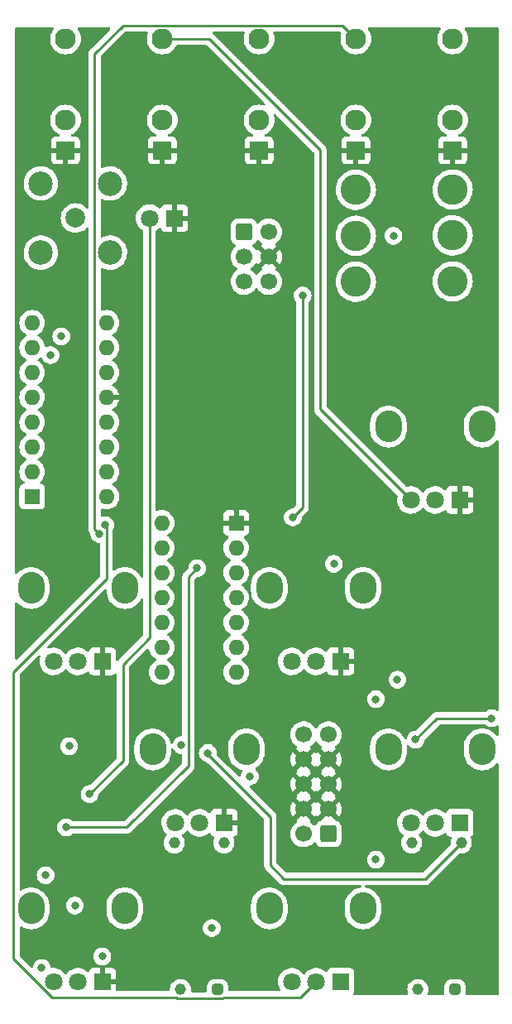
<source format=gbl>
G04 #@! TF.GenerationSoftware,KiCad,Pcbnew,(6.0.0)*
G04 #@! TF.CreationDate,2022-08-05T10:14:58-07:00*
G04 #@! TF.ProjectId,synth,73796e74-682e-46b6-9963-61645f706362,rev?*
G04 #@! TF.SameCoordinates,Original*
G04 #@! TF.FileFunction,Copper,L4,Bot*
G04 #@! TF.FilePolarity,Positive*
%FSLAX46Y46*%
G04 Gerber Fmt 4.6, Leading zero omitted, Abs format (unit mm)*
G04 Created by KiCad (PCBNEW (6.0.0)) date 2022-08-05 10:14:58*
%MOMM*%
%LPD*%
G01*
G04 APERTURE LIST*
G04 Aperture macros list*
%AMRoundRect*
0 Rectangle with rounded corners*
0 $1 Rounding radius*
0 $2 $3 $4 $5 $6 $7 $8 $9 X,Y pos of 4 corners*
0 Add a 4 corners polygon primitive as box body*
4,1,4,$2,$3,$4,$5,$6,$7,$8,$9,$2,$3,0*
0 Add four circle primitives for the rounded corners*
1,1,$1+$1,$2,$3*
1,1,$1+$1,$4,$5*
1,1,$1+$1,$6,$7*
1,1,$1+$1,$8,$9*
0 Add four rect primitives between the rounded corners*
20,1,$1+$1,$2,$3,$4,$5,0*
20,1,$1+$1,$4,$5,$6,$7,0*
20,1,$1+$1,$6,$7,$8,$9,0*
20,1,$1+$1,$8,$9,$2,$3,0*%
G04 Aperture macros list end*
G04 #@! TA.AperFunction,ComponentPad*
%ADD10RoundRect,0.250000X-0.600000X-0.600000X0.600000X-0.600000X0.600000X0.600000X-0.600000X0.600000X0*%
G04 #@! TD*
G04 #@! TA.AperFunction,ComponentPad*
%ADD11C,1.700000*%
G04 #@! TD*
G04 #@! TA.AperFunction,ComponentPad*
%ADD12RoundRect,0.250000X0.600000X0.600000X-0.600000X0.600000X-0.600000X-0.600000X0.600000X-0.600000X0*%
G04 #@! TD*
G04 #@! TA.AperFunction,ComponentPad*
%ADD13O,2.720000X3.240000*%
G04 #@! TD*
G04 #@! TA.AperFunction,ComponentPad*
%ADD14R,1.800000X1.800000*%
G04 #@! TD*
G04 #@! TA.AperFunction,ComponentPad*
%ADD15C,1.800000*%
G04 #@! TD*
G04 #@! TA.AperFunction,ComponentPad*
%ADD16C,2.000000*%
G04 #@! TD*
G04 #@! TA.AperFunction,ComponentPad*
%ADD17C,2.500000*%
G04 #@! TD*
G04 #@! TA.AperFunction,ComponentPad*
%ADD18R,1.600000X1.600000*%
G04 #@! TD*
G04 #@! TA.AperFunction,ComponentPad*
%ADD19O,1.600000X1.600000*%
G04 #@! TD*
G04 #@! TA.AperFunction,ComponentPad*
%ADD20R,1.930000X1.830000*%
G04 #@! TD*
G04 #@! TA.AperFunction,ComponentPad*
%ADD21C,2.130000*%
G04 #@! TD*
G04 #@! TA.AperFunction,ComponentPad*
%ADD22RoundRect,0.287500X0.287500X-0.287500X0.287500X0.287500X-0.287500X0.287500X-0.287500X-0.287500X0*%
G04 #@! TD*
G04 #@! TA.AperFunction,ComponentPad*
%ADD23C,1.150000*%
G04 #@! TD*
G04 #@! TA.AperFunction,ComponentPad*
%ADD24C,3.100000*%
G04 #@! TD*
G04 #@! TA.AperFunction,ViaPad*
%ADD25C,0.800000*%
G04 #@! TD*
G04 #@! TA.AperFunction,Conductor*
%ADD26C,0.250000*%
G04 #@! TD*
G04 APERTURE END LIST*
D10*
X146900000Y-63900000D03*
D11*
X149440000Y-63900000D03*
X146900000Y-66440000D03*
X149440000Y-66440000D03*
X146900000Y-68980000D03*
X149440000Y-68980000D03*
D12*
X155552500Y-125480000D03*
D11*
X153012500Y-125480000D03*
X155552500Y-122940000D03*
X153012500Y-122940000D03*
X155552500Y-120400000D03*
X153012500Y-120400000D03*
X155552500Y-117860000D03*
X153012500Y-117860000D03*
X155552500Y-115320000D03*
X153012500Y-115320000D03*
D13*
X171278618Y-116843000D03*
X161678618Y-116843000D03*
D14*
X168978618Y-124343000D03*
D15*
X166478618Y-124343000D03*
X163978618Y-124343000D03*
D16*
X129648618Y-62484000D03*
D17*
X126113084Y-66019534D03*
X126113084Y-58948466D03*
X133184152Y-58948466D03*
X133184152Y-66019534D03*
D13*
X161678618Y-83823000D03*
X171278618Y-83823000D03*
D14*
X168978618Y-91323000D03*
D15*
X166478618Y-91323000D03*
X163978618Y-91323000D03*
D14*
X139775000Y-62500000D03*
D15*
X137235000Y-62500000D03*
D18*
X125222000Y-90977000D03*
D19*
X125222000Y-88437000D03*
X125222000Y-85897000D03*
X125222000Y-83357000D03*
X125222000Y-80817000D03*
X125222000Y-78277000D03*
X125222000Y-75737000D03*
X125222000Y-73197000D03*
X132842000Y-73197000D03*
X132842000Y-75737000D03*
X132842000Y-78277000D03*
X132842000Y-80817000D03*
X132842000Y-83357000D03*
X132842000Y-85897000D03*
X132842000Y-88437000D03*
X132842000Y-90977000D03*
D20*
X148444618Y-55564000D03*
D21*
X148444618Y-44164000D03*
X148444618Y-52464000D03*
D13*
X137548618Y-116843000D03*
X147148618Y-116843000D03*
D14*
X144848618Y-124343000D03*
D15*
X142348618Y-124343000D03*
X139848618Y-124343000D03*
D18*
X146100000Y-93675000D03*
D19*
X146100000Y-96215000D03*
X146100000Y-98755000D03*
X146100000Y-101295000D03*
X146100000Y-103835000D03*
X146100000Y-106375000D03*
X146100000Y-108915000D03*
X138480000Y-108915000D03*
X138480000Y-106375000D03*
X138480000Y-103835000D03*
X138480000Y-101295000D03*
X138480000Y-98755000D03*
X138480000Y-96215000D03*
X138480000Y-93675000D03*
D13*
X134702618Y-133099000D03*
X125102618Y-133099000D03*
D14*
X132402618Y-140599000D03*
D15*
X129902618Y-140599000D03*
X127402618Y-140599000D03*
D22*
X144200000Y-141400000D03*
D23*
X140400000Y-141400000D03*
X144840000Y-126400000D03*
X139760000Y-126400000D03*
D22*
X168500000Y-141400000D03*
D23*
X164700000Y-141400000D03*
X169140000Y-126400000D03*
X164060000Y-126400000D03*
D13*
X149486618Y-100333000D03*
X159086618Y-100333000D03*
D14*
X156786618Y-107833000D03*
D15*
X154286618Y-107833000D03*
X151786618Y-107833000D03*
D13*
X159086618Y-133099000D03*
X149486618Y-133099000D03*
D14*
X156786618Y-140599000D03*
D15*
X154286618Y-140599000D03*
X151786618Y-140599000D03*
D24*
X168256618Y-68962000D03*
X168256618Y-64262000D03*
X168256618Y-59562000D03*
D20*
X128632618Y-55564000D03*
D21*
X128632618Y-44164000D03*
X128632618Y-52464000D03*
D24*
X158350618Y-59600000D03*
X158350618Y-64300000D03*
X158350618Y-69000000D03*
D20*
X158350618Y-55564000D03*
D21*
X158350618Y-44164000D03*
X158350618Y-52464000D03*
D20*
X138538618Y-55564000D03*
D21*
X138538618Y-44164000D03*
X138538618Y-52464000D03*
D13*
X134702618Y-100333000D03*
X125102618Y-100333000D03*
D14*
X132402618Y-107833000D03*
D15*
X129902618Y-107833000D03*
X127402618Y-107833000D03*
D20*
X168256618Y-55564000D03*
D21*
X168256618Y-44164000D03*
X168256618Y-52464000D03*
D25*
X140500000Y-116400000D03*
X128200000Y-74600000D03*
X126600000Y-129700000D03*
X160400000Y-111700000D03*
X136200000Y-112100000D03*
X162100000Y-126300000D03*
X168000000Y-111600000D03*
X142525000Y-104275000D03*
X162600000Y-109700000D03*
X127100000Y-76500000D03*
X143600000Y-135100000D03*
X147500000Y-119600000D03*
X132400000Y-138000000D03*
X156107147Y-97847555D03*
X129000000Y-116500000D03*
X160400000Y-128100000D03*
X143200000Y-117200000D03*
X126200000Y-139200000D03*
X132100000Y-94800000D03*
X131100000Y-121400000D03*
X172250000Y-113650000D03*
X164468750Y-115831250D03*
X162200000Y-64300000D03*
X132700000Y-93900000D03*
X129600000Y-132800000D03*
X151900000Y-93100000D03*
X152900000Y-70400000D03*
X142100000Y-98300000D03*
X128700000Y-124800000D03*
D26*
X143200000Y-117328510D02*
X149600000Y-123728510D01*
X149600000Y-123728510D02*
X149600000Y-128700000D01*
X165440000Y-130100000D02*
X169140000Y-126400000D01*
X151000000Y-130100000D02*
X165440000Y-130100000D01*
X149600000Y-128700000D02*
X151000000Y-130100000D01*
X143200000Y-117200000D02*
X143200000Y-117328510D01*
X138538618Y-44164000D02*
X143364000Y-44164000D01*
X154700000Y-82044382D02*
X163978618Y-91323000D01*
X143364000Y-44164000D02*
X154700000Y-55500000D01*
X154700000Y-55500000D02*
X154700000Y-82044382D01*
X131609641Y-45690359D02*
X134525511Y-42774489D01*
X156961107Y-42774489D02*
X158350618Y-44164000D01*
X131609641Y-94309641D02*
X131609641Y-45690359D01*
X134525511Y-42774489D02*
X156961107Y-42774489D01*
X132100000Y-94800000D02*
X131609641Y-94309641D01*
X134500000Y-108157511D02*
X134500000Y-118000000D01*
X137235000Y-105422511D02*
X134500000Y-108157511D01*
X137235000Y-62500000D02*
X137235000Y-105422511D01*
X134500000Y-118000000D02*
X131100000Y-121400000D01*
X164468750Y-115831250D02*
X166650000Y-113650000D01*
X166650000Y-113650000D02*
X172250000Y-113650000D01*
X152685618Y-142200000D02*
X154286618Y-140599000D01*
X144741015Y-142299511D02*
X144840526Y-142200000D01*
X132700000Y-93900000D02*
X132824511Y-94024511D01*
X140027409Y-142299511D02*
X144741015Y-142299511D01*
X127271897Y-142200000D02*
X139927898Y-142200000D01*
X139927898Y-142200000D02*
X140027409Y-142299511D01*
X123300000Y-138228103D02*
X127271897Y-142200000D01*
X144840526Y-142200000D02*
X152685618Y-142200000D01*
X132824511Y-94024511D02*
X132824511Y-99375489D01*
X132824511Y-99375489D02*
X123300000Y-108900000D01*
X123300000Y-108900000D02*
X123300000Y-138228103D01*
X152900000Y-70400000D02*
X152900000Y-92100000D01*
X152900000Y-92100000D02*
X151900000Y-93100000D01*
X128700000Y-124800000D02*
X134900000Y-124800000D01*
X134900000Y-124800000D02*
X141224511Y-118475489D01*
X141224511Y-118475489D02*
X141224511Y-99175489D01*
X141224511Y-99175489D02*
X142100000Y-98300000D01*
G04 #@! TA.AperFunction,Conductor*
G36*
X166974576Y-43022002D02*
G01*
X167021069Y-43075658D01*
X167031173Y-43145932D01*
X167002265Y-43209831D01*
X166979693Y-43236260D01*
X166850284Y-43447437D01*
X166848391Y-43452007D01*
X166848389Y-43452011D01*
X166757397Y-43671685D01*
X166755503Y-43676258D01*
X166737425Y-43751557D01*
X166698839Y-43912276D01*
X166698838Y-43912282D01*
X166697684Y-43917089D01*
X166678252Y-44164000D01*
X166697684Y-44410911D01*
X166698838Y-44415718D01*
X166698839Y-44415724D01*
X166735117Y-44566830D01*
X166755503Y-44651742D01*
X166757396Y-44656313D01*
X166757397Y-44656315D01*
X166848388Y-44875985D01*
X166850284Y-44880563D01*
X166979693Y-45091740D01*
X167075689Y-45204136D01*
X167135169Y-45273778D01*
X167140545Y-45280073D01*
X167328878Y-45440925D01*
X167540055Y-45570334D01*
X167544625Y-45572227D01*
X167544629Y-45572229D01*
X167764303Y-45663221D01*
X167768876Y-45665115D01*
X167853788Y-45685501D01*
X168004894Y-45721779D01*
X168004900Y-45721780D01*
X168009707Y-45722934D01*
X168256618Y-45742366D01*
X168503529Y-45722934D01*
X168508336Y-45721780D01*
X168508342Y-45721779D01*
X168659448Y-45685501D01*
X168744360Y-45665115D01*
X168748933Y-45663221D01*
X168968607Y-45572229D01*
X168968611Y-45572227D01*
X168973181Y-45570334D01*
X169184358Y-45440925D01*
X169372691Y-45280073D01*
X169378068Y-45273778D01*
X169437547Y-45204136D01*
X169533543Y-45091740D01*
X169662952Y-44880563D01*
X169664849Y-44875985D01*
X169755839Y-44656315D01*
X169755840Y-44656313D01*
X169757733Y-44651742D01*
X169778119Y-44566830D01*
X169814397Y-44415724D01*
X169814398Y-44415718D01*
X169815552Y-44410911D01*
X169834984Y-44164000D01*
X169815552Y-43917089D01*
X169814398Y-43912282D01*
X169814397Y-43912276D01*
X169775811Y-43751557D01*
X169757733Y-43676258D01*
X169755839Y-43671685D01*
X169664847Y-43452011D01*
X169664845Y-43452007D01*
X169662952Y-43447437D01*
X169533543Y-43236260D01*
X169510971Y-43209831D01*
X169481939Y-43145042D01*
X169492543Y-43074842D01*
X169539418Y-43021519D01*
X169606781Y-43002000D01*
X172830618Y-43002000D01*
X172898739Y-43022002D01*
X172945232Y-43075658D01*
X172956618Y-43128000D01*
X172956618Y-82308914D01*
X172936616Y-82377035D01*
X172882960Y-82423528D01*
X172812686Y-82433632D01*
X172748106Y-82404138D01*
X172730455Y-82385356D01*
X172684557Y-82325215D01*
X172684556Y-82325214D01*
X172681785Y-82321583D01*
X172675471Y-82315410D01*
X172542586Y-82185507D01*
X172487882Y-82132030D01*
X172435830Y-82094142D01*
X172272339Y-81975141D01*
X172268646Y-81972453D01*
X172028671Y-81846196D01*
X172024370Y-81844677D01*
X172024365Y-81844675D01*
X171846616Y-81781906D01*
X171772984Y-81755904D01*
X171640477Y-81729787D01*
X171511412Y-81704348D01*
X171511406Y-81704347D01*
X171506940Y-81703467D01*
X171502386Y-81703240D01*
X171502384Y-81703240D01*
X171240682Y-81690211D01*
X171240676Y-81690211D01*
X171236113Y-81689984D01*
X170966177Y-81715738D01*
X170961748Y-81716822D01*
X170961741Y-81716823D01*
X170831687Y-81748648D01*
X170702786Y-81780190D01*
X170698551Y-81781905D01*
X170698549Y-81781906D01*
X170455687Y-81880275D01*
X170451458Y-81881988D01*
X170217457Y-82019001D01*
X170134023Y-82085725D01*
X170012285Y-82183082D01*
X170005686Y-82188359D01*
X170002565Y-82191700D01*
X169853940Y-82350802D01*
X169820581Y-82386512D01*
X169666020Y-82609312D01*
X169663992Y-82613388D01*
X169663991Y-82613390D01*
X169581870Y-82778460D01*
X169545239Y-82852090D01*
X169460771Y-83109760D01*
X169459991Y-83114251D01*
X169459991Y-83114252D01*
X169416892Y-83362475D01*
X169414383Y-83376925D01*
X169410118Y-83462600D01*
X169410118Y-84151884D01*
X169410283Y-84154152D01*
X169410283Y-84154164D01*
X169413376Y-84196789D01*
X169424743Y-84353451D01*
X169425727Y-84357906D01*
X169425727Y-84357909D01*
X169465100Y-84536240D01*
X169483203Y-84618237D01*
X169579273Y-84871810D01*
X169710942Y-85108859D01*
X169875451Y-85324417D01*
X170069354Y-85513970D01*
X170073046Y-85516657D01*
X170073048Y-85516659D01*
X170284897Y-85670859D01*
X170288590Y-85673547D01*
X170528565Y-85799804D01*
X170532866Y-85801323D01*
X170532871Y-85801325D01*
X170665705Y-85848233D01*
X170784252Y-85890096D01*
X170847058Y-85902475D01*
X171045824Y-85941652D01*
X171045830Y-85941653D01*
X171050296Y-85942533D01*
X171054850Y-85942760D01*
X171054852Y-85942760D01*
X171316554Y-85955789D01*
X171316560Y-85955789D01*
X171321123Y-85956016D01*
X171591059Y-85930262D01*
X171595488Y-85929178D01*
X171595495Y-85929177D01*
X171755202Y-85890096D01*
X171854450Y-85865810D01*
X172013657Y-85801325D01*
X172101549Y-85765725D01*
X172101550Y-85765725D01*
X172105778Y-85764012D01*
X172339779Y-85626999D01*
X172551550Y-85457641D01*
X172736655Y-85259488D01*
X172737705Y-85260469D01*
X172790899Y-85223584D01*
X172861852Y-85221093D01*
X172922888Y-85257356D01*
X172954629Y-85320862D01*
X172956618Y-85343160D01*
X172956618Y-112793132D01*
X172936616Y-112861253D01*
X172882960Y-112907746D01*
X172812686Y-112917850D01*
X172756560Y-112895069D01*
X172706752Y-112858882D01*
X172700724Y-112856198D01*
X172700722Y-112856197D01*
X172538319Y-112783891D01*
X172538318Y-112783891D01*
X172532288Y-112781206D01*
X172438888Y-112761353D01*
X172351944Y-112742872D01*
X172351939Y-112742872D01*
X172345487Y-112741500D01*
X172154513Y-112741500D01*
X172148061Y-112742872D01*
X172148056Y-112742872D01*
X172061113Y-112761353D01*
X171967712Y-112781206D01*
X171961682Y-112783891D01*
X171961681Y-112783891D01*
X171799278Y-112856197D01*
X171799276Y-112856198D01*
X171793248Y-112858882D01*
X171638747Y-112971134D01*
X171634332Y-112976037D01*
X171629420Y-112980460D01*
X171628295Y-112979211D01*
X171574986Y-113012051D01*
X171541800Y-113016500D01*
X166728763Y-113016500D01*
X166717579Y-113015973D01*
X166710091Y-113014299D01*
X166702168Y-113014548D01*
X166642033Y-113016438D01*
X166638075Y-113016500D01*
X166610144Y-113016500D01*
X166606229Y-113016995D01*
X166606225Y-113016995D01*
X166606167Y-113017003D01*
X166606138Y-113017006D01*
X166594296Y-113017939D01*
X166550110Y-113019327D01*
X166532744Y-113024372D01*
X166530658Y-113024978D01*
X166511306Y-113028986D01*
X166504235Y-113029880D01*
X166491203Y-113031526D01*
X166483834Y-113034443D01*
X166483832Y-113034444D01*
X166450097Y-113047800D01*
X166438869Y-113051645D01*
X166396407Y-113063982D01*
X166389585Y-113068016D01*
X166389579Y-113068019D01*
X166378968Y-113074294D01*
X166361218Y-113082990D01*
X166349756Y-113087528D01*
X166349751Y-113087531D01*
X166342383Y-113090448D01*
X166335968Y-113095109D01*
X166306625Y-113116427D01*
X166296707Y-113122943D01*
X166278019Y-113133995D01*
X166258637Y-113145458D01*
X166244313Y-113159782D01*
X166229281Y-113172621D01*
X166212893Y-113184528D01*
X166184712Y-113218593D01*
X166176722Y-113227373D01*
X164518250Y-114885845D01*
X164455938Y-114919871D01*
X164429155Y-114922750D01*
X164373263Y-114922750D01*
X164366811Y-114924122D01*
X164366806Y-114924122D01*
X164279863Y-114942603D01*
X164186462Y-114962456D01*
X164180432Y-114965141D01*
X164180431Y-114965141D01*
X164018028Y-115037447D01*
X164018026Y-115037448D01*
X164011998Y-115040132D01*
X163857497Y-115152384D01*
X163729710Y-115294306D01*
X163634223Y-115459694D01*
X163575208Y-115641322D01*
X163574518Y-115647883D01*
X163574518Y-115647885D01*
X163572021Y-115671644D01*
X163545007Y-115737301D01*
X163486786Y-115777930D01*
X163415840Y-115780633D01*
X163354697Y-115744550D01*
X163336562Y-115719655D01*
X163330579Y-115708882D01*
X163246294Y-115557141D01*
X163081785Y-115341583D01*
X163068826Y-115328914D01*
X162891149Y-115155224D01*
X162887882Y-115152030D01*
X162767725Y-115064570D01*
X162672339Y-114995141D01*
X162668646Y-114992453D01*
X162428671Y-114866196D01*
X162424370Y-114864677D01*
X162424365Y-114864675D01*
X162246616Y-114801906D01*
X162172984Y-114775904D01*
X162074965Y-114756585D01*
X161911412Y-114724348D01*
X161911406Y-114724347D01*
X161906940Y-114723467D01*
X161902386Y-114723240D01*
X161902384Y-114723240D01*
X161640682Y-114710211D01*
X161640676Y-114710211D01*
X161636113Y-114709984D01*
X161366177Y-114735738D01*
X161361748Y-114736822D01*
X161361741Y-114736823D01*
X161231687Y-114768648D01*
X161102786Y-114800190D01*
X161098551Y-114801905D01*
X161098549Y-114801906D01*
X160915733Y-114875954D01*
X160851458Y-114901988D01*
X160617457Y-115039001D01*
X160405686Y-115208359D01*
X160402565Y-115211700D01*
X160236092Y-115389908D01*
X160220581Y-115406512D01*
X160066020Y-115629312D01*
X160063992Y-115633388D01*
X160063991Y-115633390D01*
X159965557Y-115831250D01*
X159945239Y-115872090D01*
X159860771Y-116129760D01*
X159859991Y-116134251D01*
X159859991Y-116134252D01*
X159815359Y-116391305D01*
X159814383Y-116396925D01*
X159814192Y-116400762D01*
X159810259Y-116479774D01*
X159810118Y-116482600D01*
X159810118Y-117171884D01*
X159810283Y-117174152D01*
X159810283Y-117174164D01*
X159813668Y-117220814D01*
X159824743Y-117373451D01*
X159825727Y-117377906D01*
X159825727Y-117377909D01*
X159881920Y-117632424D01*
X159883203Y-117638237D01*
X159884821Y-117642507D01*
X159968345Y-117862965D01*
X159979273Y-117891810D01*
X160061621Y-118040065D01*
X160092261Y-118095226D01*
X160110942Y-118128859D01*
X160275451Y-118344417D01*
X160278717Y-118347610D01*
X160278719Y-118347612D01*
X160352533Y-118419770D01*
X160469354Y-118533970D01*
X160473046Y-118536657D01*
X160473048Y-118536659D01*
X160584556Y-118617823D01*
X160688590Y-118693547D01*
X160928565Y-118819804D01*
X160932866Y-118821323D01*
X160932871Y-118821325D01*
X160996689Y-118843861D01*
X161184252Y-118910096D01*
X161265171Y-118926045D01*
X161445824Y-118961652D01*
X161445830Y-118961653D01*
X161450296Y-118962533D01*
X161454850Y-118962760D01*
X161454852Y-118962760D01*
X161716554Y-118975789D01*
X161716560Y-118975789D01*
X161721123Y-118976016D01*
X161991059Y-118950262D01*
X161995488Y-118949178D01*
X161995495Y-118949177D01*
X162136939Y-118914565D01*
X162254450Y-118885810D01*
X162358018Y-118843861D01*
X162501549Y-118785725D01*
X162501550Y-118785725D01*
X162505778Y-118784012D01*
X162739779Y-118646999D01*
X162904142Y-118515554D01*
X162947984Y-118480493D01*
X162947986Y-118480492D01*
X162951550Y-118477641D01*
X163005610Y-118419770D01*
X163133539Y-118282824D01*
X163133541Y-118282821D01*
X163136655Y-118279488D01*
X163291216Y-118056688D01*
X163373242Y-117891810D01*
X163409964Y-117817997D01*
X163409965Y-117817994D01*
X163411997Y-117813910D01*
X163496465Y-117556240D01*
X163507756Y-117491210D01*
X163542197Y-117292856D01*
X163542198Y-117292848D01*
X163542853Y-117289075D01*
X163546703Y-117211739D01*
X163547040Y-117204971D01*
X163547040Y-117204963D01*
X163547118Y-117203400D01*
X163547118Y-116514116D01*
X163546193Y-116501371D01*
X163561212Y-116431982D01*
X163611362Y-116381728D01*
X163680720Y-116366564D01*
X163747267Y-116391305D01*
X163765495Y-116407938D01*
X163857497Y-116510116D01*
X164011998Y-116622368D01*
X164018026Y-116625052D01*
X164018028Y-116625053D01*
X164180431Y-116697359D01*
X164186462Y-116700044D01*
X164279862Y-116719897D01*
X164366806Y-116738378D01*
X164366811Y-116738378D01*
X164373263Y-116739750D01*
X164564237Y-116739750D01*
X164570689Y-116738378D01*
X164570694Y-116738378D01*
X164657638Y-116719897D01*
X164751038Y-116700044D01*
X164757069Y-116697359D01*
X164919472Y-116625053D01*
X164919474Y-116625052D01*
X164925502Y-116622368D01*
X165080003Y-116510116D01*
X165087876Y-116501372D01*
X165203371Y-116373102D01*
X165203372Y-116373101D01*
X165207790Y-116368194D01*
X165303277Y-116202806D01*
X165362292Y-116021178D01*
X165379657Y-115855956D01*
X165406670Y-115790300D01*
X165415872Y-115780032D01*
X166875499Y-114320405D01*
X166937811Y-114286379D01*
X166964594Y-114283500D01*
X171541800Y-114283500D01*
X171609921Y-114303502D01*
X171629147Y-114319843D01*
X171629420Y-114319540D01*
X171634332Y-114323963D01*
X171638747Y-114328866D01*
X171793248Y-114441118D01*
X171799276Y-114443802D01*
X171799278Y-114443803D01*
X171961681Y-114516109D01*
X171967712Y-114518794D01*
X172061112Y-114538647D01*
X172148056Y-114557128D01*
X172148061Y-114557128D01*
X172154513Y-114558500D01*
X172345487Y-114558500D01*
X172351939Y-114557128D01*
X172351944Y-114557128D01*
X172438888Y-114538647D01*
X172532288Y-114518794D01*
X172538319Y-114516109D01*
X172700722Y-114443803D01*
X172700724Y-114443802D01*
X172706752Y-114441118D01*
X172756559Y-114404931D01*
X172823424Y-114381074D01*
X172892576Y-114397154D01*
X172942056Y-114448067D01*
X172956618Y-114506868D01*
X172956618Y-115328914D01*
X172936616Y-115397035D01*
X172882960Y-115443528D01*
X172812686Y-115453632D01*
X172748106Y-115424138D01*
X172730455Y-115405356D01*
X172684557Y-115345215D01*
X172684556Y-115345214D01*
X172681785Y-115341583D01*
X172668826Y-115328914D01*
X172491149Y-115155224D01*
X172487882Y-115152030D01*
X172367725Y-115064570D01*
X172272339Y-114995141D01*
X172268646Y-114992453D01*
X172028671Y-114866196D01*
X172024370Y-114864677D01*
X172024365Y-114864675D01*
X171846616Y-114801906D01*
X171772984Y-114775904D01*
X171674965Y-114756585D01*
X171511412Y-114724348D01*
X171511406Y-114724347D01*
X171506940Y-114723467D01*
X171502386Y-114723240D01*
X171502384Y-114723240D01*
X171240682Y-114710211D01*
X171240676Y-114710211D01*
X171236113Y-114709984D01*
X170966177Y-114735738D01*
X170961748Y-114736822D01*
X170961741Y-114736823D01*
X170831687Y-114768648D01*
X170702786Y-114800190D01*
X170698551Y-114801905D01*
X170698549Y-114801906D01*
X170515733Y-114875954D01*
X170451458Y-114901988D01*
X170217457Y-115039001D01*
X170005686Y-115208359D01*
X170002565Y-115211700D01*
X169836092Y-115389908D01*
X169820581Y-115406512D01*
X169666020Y-115629312D01*
X169663992Y-115633388D01*
X169663991Y-115633390D01*
X169565557Y-115831250D01*
X169545239Y-115872090D01*
X169460771Y-116129760D01*
X169459991Y-116134251D01*
X169459991Y-116134252D01*
X169415359Y-116391305D01*
X169414383Y-116396925D01*
X169414192Y-116400762D01*
X169410259Y-116479774D01*
X169410118Y-116482600D01*
X169410118Y-117171884D01*
X169410283Y-117174152D01*
X169410283Y-117174164D01*
X169413668Y-117220814D01*
X169424743Y-117373451D01*
X169425727Y-117377906D01*
X169425727Y-117377909D01*
X169481920Y-117632424D01*
X169483203Y-117638237D01*
X169484821Y-117642507D01*
X169568345Y-117862965D01*
X169579273Y-117891810D01*
X169661621Y-118040065D01*
X169692261Y-118095226D01*
X169710942Y-118128859D01*
X169875451Y-118344417D01*
X169878717Y-118347610D01*
X169878719Y-118347612D01*
X169952533Y-118419770D01*
X170069354Y-118533970D01*
X170073046Y-118536657D01*
X170073048Y-118536659D01*
X170184556Y-118617823D01*
X170288590Y-118693547D01*
X170528565Y-118819804D01*
X170532866Y-118821323D01*
X170532871Y-118821325D01*
X170596689Y-118843861D01*
X170784252Y-118910096D01*
X170865171Y-118926045D01*
X171045824Y-118961652D01*
X171045830Y-118961653D01*
X171050296Y-118962533D01*
X171054850Y-118962760D01*
X171054852Y-118962760D01*
X171316554Y-118975789D01*
X171316560Y-118975789D01*
X171321123Y-118976016D01*
X171591059Y-118950262D01*
X171595488Y-118949178D01*
X171595495Y-118949177D01*
X171736939Y-118914565D01*
X171854450Y-118885810D01*
X171958018Y-118843861D01*
X172101549Y-118785725D01*
X172101550Y-118785725D01*
X172105778Y-118784012D01*
X172339779Y-118646999D01*
X172504142Y-118515554D01*
X172547984Y-118480493D01*
X172547986Y-118480492D01*
X172551550Y-118477641D01*
X172736655Y-118279488D01*
X172737705Y-118280469D01*
X172790899Y-118243584D01*
X172861852Y-118241093D01*
X172922888Y-118277356D01*
X172954629Y-118340862D01*
X172956618Y-118363160D01*
X172956618Y-141860000D01*
X172936616Y-141928121D01*
X172882960Y-141974614D01*
X172830618Y-141986000D01*
X169693974Y-141986000D01*
X169625853Y-141965998D01*
X169579360Y-141912342D01*
X169569256Y-141842068D01*
X169571203Y-141831657D01*
X169582027Y-141784770D01*
X169583228Y-141779569D01*
X169583500Y-141774852D01*
X169583500Y-141025148D01*
X169583228Y-141020431D01*
X169543056Y-140846427D01*
X169510626Y-140779342D01*
X169468399Y-140691989D01*
X169468396Y-140691984D01*
X169465332Y-140685646D01*
X169353919Y-140546081D01*
X169214354Y-140434668D01*
X169208016Y-140431604D01*
X169208011Y-140431601D01*
X169059915Y-140360010D01*
X169059916Y-140360010D01*
X169053573Y-140356944D01*
X168879569Y-140316772D01*
X168874852Y-140316500D01*
X168125148Y-140316500D01*
X168120431Y-140316772D01*
X167946427Y-140356944D01*
X167940084Y-140360010D01*
X167940085Y-140360010D01*
X167791989Y-140431601D01*
X167791984Y-140431604D01*
X167785646Y-140434668D01*
X167646081Y-140546081D01*
X167534668Y-140685646D01*
X167531604Y-140691984D01*
X167531601Y-140691989D01*
X167489374Y-140779342D01*
X167456944Y-140846427D01*
X167416772Y-141020431D01*
X167416500Y-141025148D01*
X167416500Y-141774852D01*
X167416772Y-141779569D01*
X167417973Y-141784770D01*
X167428797Y-141831657D01*
X167424631Y-141902531D01*
X167382809Y-141959902D01*
X167316609Y-141985555D01*
X167306026Y-141986000D01*
X165821218Y-141986000D01*
X165753097Y-141965998D01*
X165706604Y-141912342D01*
X165696500Y-141842068D01*
X165701905Y-141819498D01*
X165756219Y-141659496D01*
X165756219Y-141659494D01*
X165758077Y-141654022D01*
X165771064Y-141564455D01*
X165786118Y-141460623D01*
X165786651Y-141456949D01*
X165788142Y-141400000D01*
X165773094Y-141236237D01*
X165770450Y-141207456D01*
X165770449Y-141207453D01*
X165769921Y-141201702D01*
X165763660Y-141179500D01*
X165717436Y-141015604D01*
X165717435Y-141015602D01*
X165715868Y-141010045D01*
X165713314Y-141004865D01*
X165630349Y-140836627D01*
X165630346Y-140836623D01*
X165627794Y-140831447D01*
X165508647Y-140671891D01*
X165414616Y-140584970D01*
X165366660Y-140540639D01*
X165366658Y-140540637D01*
X165362419Y-140536719D01*
X165357536Y-140533638D01*
X165198886Y-140433537D01*
X165194006Y-140430458D01*
X165009049Y-140356668D01*
X165003389Y-140355542D01*
X165003385Y-140355541D01*
X164819410Y-140318946D01*
X164819405Y-140318946D01*
X164813742Y-140317819D01*
X164807967Y-140317743D01*
X164807963Y-140317743D01*
X164710390Y-140316466D01*
X164614625Y-140315212D01*
X164418368Y-140348936D01*
X164231543Y-140417859D01*
X164060406Y-140519675D01*
X163910690Y-140650972D01*
X163907118Y-140655503D01*
X163792615Y-140800749D01*
X163787407Y-140807355D01*
X163694688Y-140983586D01*
X163635637Y-141173763D01*
X163612231Y-141371516D01*
X163625255Y-141570223D01*
X163674272Y-141763229D01*
X163681805Y-141779569D01*
X163694566Y-141807250D01*
X163704920Y-141877487D01*
X163675657Y-141942173D01*
X163616068Y-141980769D01*
X163580139Y-141986000D01*
X158209032Y-141986000D01*
X158140911Y-141965998D01*
X158094418Y-141912342D01*
X158084314Y-141842068D01*
X158108205Y-141784438D01*
X158137233Y-141745705D01*
X158188363Y-141609316D01*
X158195118Y-141547134D01*
X158195118Y-139650866D01*
X158188363Y-139588684D01*
X158137233Y-139452295D01*
X158049879Y-139335739D01*
X157933323Y-139248385D01*
X157796934Y-139197255D01*
X157734752Y-139190500D01*
X155838484Y-139190500D01*
X155776302Y-139197255D01*
X155639913Y-139248385D01*
X155523357Y-139335739D01*
X155436003Y-139452295D01*
X155432852Y-139460701D01*
X155432849Y-139460706D01*
X155421524Y-139490917D01*
X155378884Y-139547682D01*
X155312322Y-139572383D01*
X155242973Y-139557176D01*
X155225450Y-139545571D01*
X155221077Y-139542117D01*
X155156246Y-139490917D01*
X155072795Y-139425011D01*
X155072790Y-139425008D01*
X155068741Y-139421810D01*
X155064225Y-139419317D01*
X155064222Y-139419315D01*
X154870497Y-139312373D01*
X154870493Y-139312371D01*
X154865973Y-139309876D01*
X154861104Y-139308152D01*
X154861100Y-139308150D01*
X154652521Y-139234288D01*
X154652517Y-139234287D01*
X154647646Y-139232562D01*
X154642553Y-139231655D01*
X154642550Y-139231654D01*
X154424713Y-139192851D01*
X154424707Y-139192850D01*
X154419624Y-139191945D01*
X154342262Y-139191000D01*
X154193199Y-139189179D01*
X154193197Y-139189179D01*
X154188029Y-139189116D01*
X153959082Y-139224150D01*
X153738932Y-139296106D01*
X153734344Y-139298494D01*
X153734340Y-139298496D01*
X153538079Y-139400663D01*
X153533490Y-139403052D01*
X153529357Y-139406155D01*
X153529354Y-139406157D01*
X153360823Y-139532694D01*
X153348273Y-139542117D01*
X153188257Y-139709564D01*
X153141454Y-139778174D01*
X153086545Y-139823175D01*
X153016020Y-139831346D01*
X152952273Y-139800092D01*
X152931577Y-139775609D01*
X152909195Y-139741013D01*
X152909194Y-139741012D01*
X152906382Y-139736665D01*
X152750505Y-139565358D01*
X152746454Y-139562159D01*
X152746450Y-139562155D01*
X152572795Y-139425011D01*
X152572790Y-139425008D01*
X152568741Y-139421810D01*
X152564225Y-139419317D01*
X152564222Y-139419315D01*
X152370497Y-139312373D01*
X152370493Y-139312371D01*
X152365973Y-139309876D01*
X152361104Y-139308152D01*
X152361100Y-139308150D01*
X152152521Y-139234288D01*
X152152517Y-139234287D01*
X152147646Y-139232562D01*
X152142553Y-139231655D01*
X152142550Y-139231654D01*
X151924713Y-139192851D01*
X151924707Y-139192850D01*
X151919624Y-139191945D01*
X151842262Y-139191000D01*
X151693199Y-139189179D01*
X151693197Y-139189179D01*
X151688029Y-139189116D01*
X151459082Y-139224150D01*
X151238932Y-139296106D01*
X151234344Y-139298494D01*
X151234340Y-139298496D01*
X151038079Y-139400663D01*
X151033490Y-139403052D01*
X151029357Y-139406155D01*
X151029354Y-139406157D01*
X150860823Y-139532694D01*
X150848273Y-139542117D01*
X150688257Y-139709564D01*
X150685348Y-139713829D01*
X150685342Y-139713837D01*
X150669770Y-139736665D01*
X150557737Y-139900899D01*
X150460220Y-140110981D01*
X150398325Y-140334169D01*
X150373713Y-140564469D01*
X150374010Y-140569622D01*
X150374010Y-140569625D01*
X150378962Y-140655503D01*
X150387045Y-140795697D01*
X150388182Y-140800743D01*
X150388183Y-140800749D01*
X150400335Y-140854671D01*
X150437964Y-141021642D01*
X150439906Y-141026424D01*
X150439907Y-141026428D01*
X150511079Y-141201702D01*
X150525102Y-141236237D01*
X150534951Y-141252308D01*
X150609931Y-141374665D01*
X150628469Y-141443199D01*
X150607013Y-141510875D01*
X150552374Y-141556208D01*
X150502498Y-141566500D01*
X145409500Y-141566500D01*
X145341379Y-141546498D01*
X145294886Y-141492842D01*
X145283500Y-141440500D01*
X145283500Y-141025148D01*
X145283228Y-141020431D01*
X145243056Y-140846427D01*
X145210626Y-140779342D01*
X145168399Y-140691989D01*
X145168396Y-140691984D01*
X145165332Y-140685646D01*
X145053919Y-140546081D01*
X144914354Y-140434668D01*
X144908016Y-140431604D01*
X144908011Y-140431601D01*
X144759915Y-140360010D01*
X144759916Y-140360010D01*
X144753573Y-140356944D01*
X144579569Y-140316772D01*
X144574852Y-140316500D01*
X143825148Y-140316500D01*
X143820431Y-140316772D01*
X143646427Y-140356944D01*
X143640084Y-140360010D01*
X143640085Y-140360010D01*
X143491989Y-140431601D01*
X143491984Y-140431604D01*
X143485646Y-140434668D01*
X143346081Y-140546081D01*
X143234668Y-140685646D01*
X143231604Y-140691984D01*
X143231601Y-140691989D01*
X143189374Y-140779342D01*
X143156944Y-140846427D01*
X143116772Y-141020431D01*
X143116500Y-141025148D01*
X143116500Y-141540011D01*
X143096498Y-141608132D01*
X143042842Y-141654625D01*
X142990500Y-141666011D01*
X141601925Y-141666011D01*
X141533804Y-141646009D01*
X141487311Y-141592353D01*
X141477229Y-141521931D01*
X141486118Y-141460623D01*
X141486651Y-141456949D01*
X141488142Y-141400000D01*
X141473094Y-141236237D01*
X141470450Y-141207456D01*
X141470449Y-141207453D01*
X141469921Y-141201702D01*
X141463660Y-141179500D01*
X141417436Y-141015604D01*
X141417435Y-141015602D01*
X141415868Y-141010045D01*
X141413314Y-141004865D01*
X141330349Y-140836627D01*
X141330346Y-140836623D01*
X141327794Y-140831447D01*
X141208647Y-140671891D01*
X141114616Y-140584970D01*
X141066660Y-140540639D01*
X141066658Y-140540637D01*
X141062419Y-140536719D01*
X141057536Y-140533638D01*
X140898886Y-140433537D01*
X140894006Y-140430458D01*
X140709049Y-140356668D01*
X140703389Y-140355542D01*
X140703385Y-140355541D01*
X140519410Y-140318946D01*
X140519405Y-140318946D01*
X140513742Y-140317819D01*
X140507967Y-140317743D01*
X140507963Y-140317743D01*
X140410390Y-140316466D01*
X140314625Y-140315212D01*
X140118368Y-140348936D01*
X139931543Y-140417859D01*
X139760406Y-140519675D01*
X139610690Y-140650972D01*
X139607118Y-140655503D01*
X139492615Y-140800749D01*
X139487407Y-140807355D01*
X139394688Y-140983586D01*
X139335637Y-141173763D01*
X139312231Y-141371516D01*
X139312609Y-141377282D01*
X139312609Y-141377283D01*
X139316212Y-141432260D01*
X139300708Y-141501543D01*
X139250208Y-141551445D01*
X139190482Y-141566500D01*
X133936618Y-141566500D01*
X133868497Y-141546498D01*
X133822004Y-141492842D01*
X133810618Y-141440500D01*
X133810618Y-140871115D01*
X133806143Y-140855876D01*
X133804753Y-140854671D01*
X133797070Y-140853000D01*
X132274618Y-140853000D01*
X132206497Y-140832998D01*
X132160004Y-140779342D01*
X132148618Y-140727000D01*
X132148618Y-140326885D01*
X132656618Y-140326885D01*
X132661093Y-140342124D01*
X132662483Y-140343329D01*
X132670166Y-140345000D01*
X133792502Y-140345000D01*
X133807741Y-140340525D01*
X133808946Y-140339135D01*
X133810617Y-140331452D01*
X133810617Y-139654331D01*
X133810247Y-139647510D01*
X133804723Y-139596648D01*
X133801097Y-139581396D01*
X133755942Y-139460946D01*
X133747404Y-139445351D01*
X133670903Y-139343276D01*
X133658342Y-139330715D01*
X133556267Y-139254214D01*
X133540672Y-139245676D01*
X133420224Y-139200522D01*
X133404969Y-139196895D01*
X133354104Y-139191369D01*
X133347290Y-139191000D01*
X132674733Y-139191000D01*
X132659494Y-139195475D01*
X132658289Y-139196865D01*
X132656618Y-139204548D01*
X132656618Y-140326885D01*
X132148618Y-140326885D01*
X132148618Y-139209116D01*
X132144143Y-139193877D01*
X132142753Y-139192672D01*
X132135070Y-139191001D01*
X131457949Y-139191001D01*
X131451128Y-139191371D01*
X131400266Y-139196895D01*
X131385014Y-139200521D01*
X131264564Y-139245676D01*
X131248969Y-139254214D01*
X131146894Y-139330715D01*
X131134333Y-139343276D01*
X131057832Y-139445351D01*
X131049293Y-139460948D01*
X131037936Y-139491243D01*
X130995295Y-139548008D01*
X130928734Y-139572708D01*
X130859385Y-139557501D01*
X130841862Y-139545896D01*
X130688795Y-139425011D01*
X130688790Y-139425008D01*
X130684741Y-139421810D01*
X130680225Y-139419317D01*
X130680222Y-139419315D01*
X130486497Y-139312373D01*
X130486493Y-139312371D01*
X130481973Y-139309876D01*
X130477104Y-139308152D01*
X130477100Y-139308150D01*
X130268521Y-139234288D01*
X130268517Y-139234287D01*
X130263646Y-139232562D01*
X130258553Y-139231655D01*
X130258550Y-139231654D01*
X130040713Y-139192851D01*
X130040707Y-139192850D01*
X130035624Y-139191945D01*
X129958262Y-139191000D01*
X129809199Y-139189179D01*
X129809197Y-139189179D01*
X129804029Y-139189116D01*
X129575082Y-139224150D01*
X129354932Y-139296106D01*
X129350344Y-139298494D01*
X129350340Y-139298496D01*
X129154079Y-139400663D01*
X129149490Y-139403052D01*
X129145357Y-139406155D01*
X129145354Y-139406157D01*
X128976823Y-139532694D01*
X128964273Y-139542117D01*
X128804257Y-139709564D01*
X128757454Y-139778174D01*
X128702545Y-139823175D01*
X128632020Y-139831346D01*
X128568273Y-139800092D01*
X128547577Y-139775609D01*
X128525195Y-139741013D01*
X128525194Y-139741012D01*
X128522382Y-139736665D01*
X128366505Y-139565358D01*
X128362454Y-139562159D01*
X128362450Y-139562155D01*
X128188795Y-139425011D01*
X128188790Y-139425008D01*
X128184741Y-139421810D01*
X128180225Y-139419317D01*
X128180222Y-139419315D01*
X127986497Y-139312373D01*
X127986493Y-139312371D01*
X127981973Y-139309876D01*
X127977104Y-139308152D01*
X127977100Y-139308150D01*
X127768521Y-139234288D01*
X127768517Y-139234287D01*
X127763646Y-139232562D01*
X127758553Y-139231655D01*
X127758550Y-139231654D01*
X127540713Y-139192851D01*
X127540707Y-139192850D01*
X127535624Y-139191945D01*
X127458262Y-139191000D01*
X127309199Y-139189179D01*
X127309197Y-139189179D01*
X127304029Y-139189116D01*
X127285953Y-139191882D01*
X127245956Y-139198002D01*
X127175594Y-139188534D01*
X127121520Y-139142528D01*
X127101588Y-139086623D01*
X127094232Y-139016635D01*
X127094232Y-139016633D01*
X127093542Y-139010072D01*
X127034527Y-138828444D01*
X126939040Y-138663056D01*
X126811253Y-138521134D01*
X126656752Y-138408882D01*
X126650724Y-138406198D01*
X126650722Y-138406197D01*
X126488319Y-138333891D01*
X126488318Y-138333891D01*
X126482288Y-138331206D01*
X126388888Y-138311353D01*
X126301944Y-138292872D01*
X126301939Y-138292872D01*
X126295487Y-138291500D01*
X126104513Y-138291500D01*
X126098061Y-138292872D01*
X126098056Y-138292872D01*
X126011112Y-138311353D01*
X125917712Y-138331206D01*
X125911682Y-138333891D01*
X125911681Y-138333891D01*
X125749278Y-138406197D01*
X125749276Y-138406198D01*
X125743248Y-138408882D01*
X125588747Y-138521134D01*
X125460960Y-138663056D01*
X125365473Y-138828444D01*
X125306458Y-139010072D01*
X125305768Y-139016635D01*
X125305768Y-139016636D01*
X125302820Y-139044688D01*
X125275808Y-139110345D01*
X125217587Y-139150976D01*
X125146641Y-139153679D01*
X125088415Y-139120614D01*
X123970405Y-138002603D01*
X123968984Y-138000000D01*
X131486496Y-138000000D01*
X131506458Y-138189928D01*
X131565473Y-138371556D01*
X131660960Y-138536944D01*
X131788747Y-138678866D01*
X131943248Y-138791118D01*
X131949276Y-138793802D01*
X131949278Y-138793803D01*
X132041200Y-138834729D01*
X132117712Y-138868794D01*
X132211113Y-138888647D01*
X132298056Y-138907128D01*
X132298061Y-138907128D01*
X132304513Y-138908500D01*
X132495487Y-138908500D01*
X132501939Y-138907128D01*
X132501944Y-138907128D01*
X132588887Y-138888647D01*
X132682288Y-138868794D01*
X132758800Y-138834729D01*
X132850722Y-138793803D01*
X132850724Y-138793802D01*
X132856752Y-138791118D01*
X133011253Y-138678866D01*
X133139040Y-138536944D01*
X133234527Y-138371556D01*
X133293542Y-138189928D01*
X133313504Y-138000000D01*
X133307228Y-137940291D01*
X133294232Y-137816635D01*
X133294232Y-137816633D01*
X133293542Y-137810072D01*
X133234527Y-137628444D01*
X133139040Y-137463056D01*
X133011253Y-137321134D01*
X132856752Y-137208882D01*
X132850724Y-137206198D01*
X132850722Y-137206197D01*
X132688319Y-137133891D01*
X132688318Y-137133891D01*
X132682288Y-137131206D01*
X132588888Y-137111353D01*
X132501944Y-137092872D01*
X132501939Y-137092872D01*
X132495487Y-137091500D01*
X132304513Y-137091500D01*
X132298061Y-137092872D01*
X132298056Y-137092872D01*
X132211112Y-137111353D01*
X132117712Y-137131206D01*
X132111682Y-137133891D01*
X132111681Y-137133891D01*
X131949278Y-137206197D01*
X131949276Y-137206198D01*
X131943248Y-137208882D01*
X131788747Y-137321134D01*
X131660960Y-137463056D01*
X131565473Y-137628444D01*
X131506458Y-137810072D01*
X131505768Y-137816633D01*
X131505768Y-137816635D01*
X131492772Y-137940291D01*
X131486496Y-138000000D01*
X123968984Y-138000000D01*
X123936379Y-137940291D01*
X123933500Y-137913508D01*
X123933500Y-135063989D01*
X123953502Y-134995868D01*
X124007158Y-134949375D01*
X124077432Y-134939271D01*
X124118164Y-134952480D01*
X124352565Y-135075804D01*
X124356866Y-135077323D01*
X124356871Y-135077325D01*
X124439673Y-135106565D01*
X124608252Y-135166096D01*
X124706271Y-135185415D01*
X124869824Y-135217652D01*
X124869830Y-135217653D01*
X124874296Y-135218533D01*
X124878850Y-135218760D01*
X124878852Y-135218760D01*
X125140554Y-135231789D01*
X125140560Y-135231789D01*
X125145123Y-135232016D01*
X125415059Y-135206262D01*
X125419488Y-135205178D01*
X125419495Y-135205177D01*
X125579202Y-135166096D01*
X125678450Y-135141810D01*
X125781675Y-135100000D01*
X125925549Y-135041725D01*
X125925550Y-135041725D01*
X125929778Y-135040012D01*
X126125646Y-134925327D01*
X126159834Y-134905309D01*
X126159835Y-134905308D01*
X126163779Y-134902999D01*
X126375550Y-134733641D01*
X126497017Y-134603612D01*
X126557539Y-134538824D01*
X126557541Y-134538821D01*
X126560655Y-134535488D01*
X126715216Y-134312688D01*
X126797242Y-134147810D01*
X126833964Y-134073997D01*
X126833965Y-134073994D01*
X126835997Y-134069910D01*
X126920465Y-133812240D01*
X126921245Y-133807748D01*
X126966197Y-133548856D01*
X126966198Y-133548848D01*
X126966853Y-133545075D01*
X126970149Y-133478866D01*
X126971040Y-133460971D01*
X126971040Y-133460963D01*
X126971118Y-133459400D01*
X126971118Y-132800000D01*
X128686496Y-132800000D01*
X128706458Y-132989928D01*
X128765473Y-133171556D01*
X128860960Y-133336944D01*
X128865378Y-133341851D01*
X128865379Y-133341852D01*
X128969806Y-133457830D01*
X128988747Y-133478866D01*
X129143248Y-133591118D01*
X129149276Y-133593802D01*
X129149278Y-133593803D01*
X129311681Y-133666109D01*
X129317712Y-133668794D01*
X129411113Y-133688647D01*
X129498056Y-133707128D01*
X129498061Y-133707128D01*
X129504513Y-133708500D01*
X129695487Y-133708500D01*
X129701939Y-133707128D01*
X129701944Y-133707128D01*
X129788887Y-133688647D01*
X129882288Y-133668794D01*
X129888319Y-133666109D01*
X130050722Y-133593803D01*
X130050724Y-133593802D01*
X130056752Y-133591118D01*
X130211253Y-133478866D01*
X130230194Y-133457830D01*
X130257157Y-133427884D01*
X132834118Y-133427884D01*
X132834283Y-133430152D01*
X132834283Y-133430164D01*
X132837817Y-133478866D01*
X132848743Y-133629451D01*
X132849727Y-133633906D01*
X132849727Y-133633909D01*
X132889100Y-133812240D01*
X132907203Y-133894237D01*
X133003273Y-134147810D01*
X133134942Y-134384859D01*
X133299451Y-134600417D01*
X133493354Y-134789970D01*
X133497046Y-134792657D01*
X133497048Y-134792659D01*
X133698472Y-134939271D01*
X133712590Y-134949547D01*
X133952565Y-135075804D01*
X133956866Y-135077323D01*
X133956871Y-135077325D01*
X134039673Y-135106565D01*
X134208252Y-135166096D01*
X134306271Y-135185415D01*
X134469824Y-135217652D01*
X134469830Y-135217653D01*
X134474296Y-135218533D01*
X134478850Y-135218760D01*
X134478852Y-135218760D01*
X134740554Y-135231789D01*
X134740560Y-135231789D01*
X134745123Y-135232016D01*
X135015059Y-135206262D01*
X135019488Y-135205178D01*
X135019495Y-135205177D01*
X135179202Y-135166096D01*
X135278450Y-135141810D01*
X135381675Y-135100000D01*
X142686496Y-135100000D01*
X142687186Y-135106565D01*
X142700326Y-135231581D01*
X142706458Y-135289928D01*
X142765473Y-135471556D01*
X142860960Y-135636944D01*
X142988747Y-135778866D01*
X143143248Y-135891118D01*
X143149276Y-135893802D01*
X143149278Y-135893803D01*
X143311681Y-135966109D01*
X143317712Y-135968794D01*
X143411113Y-135988647D01*
X143498056Y-136007128D01*
X143498061Y-136007128D01*
X143504513Y-136008500D01*
X143695487Y-136008500D01*
X143701939Y-136007128D01*
X143701944Y-136007128D01*
X143788887Y-135988647D01*
X143882288Y-135968794D01*
X143888319Y-135966109D01*
X144050722Y-135893803D01*
X144050724Y-135893802D01*
X144056752Y-135891118D01*
X144211253Y-135778866D01*
X144339040Y-135636944D01*
X144434527Y-135471556D01*
X144493542Y-135289928D01*
X144499675Y-135231581D01*
X144512814Y-135106565D01*
X144513504Y-135100000D01*
X144506957Y-135037705D01*
X144494232Y-134916635D01*
X144494232Y-134916633D01*
X144493542Y-134910072D01*
X144434527Y-134728444D01*
X144339040Y-134563056D01*
X144317222Y-134538824D01*
X144215675Y-134426045D01*
X144215674Y-134426044D01*
X144211253Y-134421134D01*
X144056752Y-134308882D01*
X144050724Y-134306198D01*
X144050722Y-134306197D01*
X143888319Y-134233891D01*
X143888318Y-134233891D01*
X143882288Y-134231206D01*
X143788888Y-134211353D01*
X143701944Y-134192872D01*
X143701939Y-134192872D01*
X143695487Y-134191500D01*
X143504513Y-134191500D01*
X143498061Y-134192872D01*
X143498056Y-134192872D01*
X143411112Y-134211353D01*
X143317712Y-134231206D01*
X143311682Y-134233891D01*
X143311681Y-134233891D01*
X143149278Y-134306197D01*
X143149276Y-134306198D01*
X143143248Y-134308882D01*
X142988747Y-134421134D01*
X142984326Y-134426044D01*
X142984325Y-134426045D01*
X142882779Y-134538824D01*
X142860960Y-134563056D01*
X142765473Y-134728444D01*
X142706458Y-134910072D01*
X142705768Y-134916633D01*
X142705768Y-134916635D01*
X142693043Y-135037705D01*
X142686496Y-135100000D01*
X135381675Y-135100000D01*
X135525549Y-135041725D01*
X135525550Y-135041725D01*
X135529778Y-135040012D01*
X135725646Y-134925327D01*
X135759834Y-134905309D01*
X135759835Y-134905308D01*
X135763779Y-134902999D01*
X135975550Y-134733641D01*
X136097017Y-134603612D01*
X136157539Y-134538824D01*
X136157541Y-134538821D01*
X136160655Y-134535488D01*
X136315216Y-134312688D01*
X136397242Y-134147810D01*
X136433964Y-134073997D01*
X136433965Y-134073994D01*
X136435997Y-134069910D01*
X136520465Y-133812240D01*
X136521245Y-133807748D01*
X136566197Y-133548856D01*
X136566198Y-133548848D01*
X136566853Y-133545075D01*
X136570149Y-133478866D01*
X136571040Y-133460971D01*
X136571040Y-133460963D01*
X136571118Y-133459400D01*
X136571118Y-133427884D01*
X147618118Y-133427884D01*
X147618283Y-133430152D01*
X147618283Y-133430164D01*
X147621817Y-133478866D01*
X147632743Y-133629451D01*
X147633727Y-133633906D01*
X147633727Y-133633909D01*
X147673100Y-133812240D01*
X147691203Y-133894237D01*
X147787273Y-134147810D01*
X147918942Y-134384859D01*
X148083451Y-134600417D01*
X148277354Y-134789970D01*
X148281046Y-134792657D01*
X148281048Y-134792659D01*
X148482472Y-134939271D01*
X148496590Y-134949547D01*
X148736565Y-135075804D01*
X148740866Y-135077323D01*
X148740871Y-135077325D01*
X148823673Y-135106565D01*
X148992252Y-135166096D01*
X149090271Y-135185415D01*
X149253824Y-135217652D01*
X149253830Y-135217653D01*
X149258296Y-135218533D01*
X149262850Y-135218760D01*
X149262852Y-135218760D01*
X149524554Y-135231789D01*
X149524560Y-135231789D01*
X149529123Y-135232016D01*
X149799059Y-135206262D01*
X149803488Y-135205178D01*
X149803495Y-135205177D01*
X149963202Y-135166096D01*
X150062450Y-135141810D01*
X150165675Y-135100000D01*
X150309549Y-135041725D01*
X150309550Y-135041725D01*
X150313778Y-135040012D01*
X150509646Y-134925327D01*
X150543834Y-134905309D01*
X150543835Y-134905308D01*
X150547779Y-134902999D01*
X150759550Y-134733641D01*
X150881017Y-134603612D01*
X150941539Y-134538824D01*
X150941541Y-134538821D01*
X150944655Y-134535488D01*
X151099216Y-134312688D01*
X151181242Y-134147810D01*
X151217964Y-134073997D01*
X151217965Y-134073994D01*
X151219997Y-134069910D01*
X151304465Y-133812240D01*
X151305245Y-133807748D01*
X151350197Y-133548856D01*
X151350198Y-133548848D01*
X151350853Y-133545075D01*
X151354149Y-133478866D01*
X151355040Y-133460971D01*
X151355040Y-133460963D01*
X151355118Y-133459400D01*
X151355118Y-132770116D01*
X151352946Y-132740170D01*
X151340823Y-132573100D01*
X151340493Y-132568549D01*
X151310948Y-132434729D01*
X151283018Y-132308223D01*
X151283017Y-132308219D01*
X151282033Y-132303763D01*
X151185963Y-132050190D01*
X151054294Y-131813141D01*
X150889785Y-131597583D01*
X150695882Y-131408030D01*
X150476646Y-131248453D01*
X150236671Y-131122196D01*
X150232370Y-131120677D01*
X150232365Y-131120675D01*
X150054616Y-131057906D01*
X149980984Y-131031904D01*
X149882965Y-131012585D01*
X149719412Y-130980348D01*
X149719406Y-130980347D01*
X149714940Y-130979467D01*
X149710386Y-130979240D01*
X149710384Y-130979240D01*
X149448682Y-130966211D01*
X149448676Y-130966211D01*
X149444113Y-130965984D01*
X149174177Y-130991738D01*
X149169748Y-130992822D01*
X149169741Y-130992823D01*
X149039687Y-131024648D01*
X148910786Y-131056190D01*
X148906551Y-131057905D01*
X148906549Y-131057906D01*
X148707752Y-131138427D01*
X148659458Y-131157988D01*
X148425457Y-131295001D01*
X148213686Y-131464359D01*
X148210565Y-131467700D01*
X148085842Y-131601215D01*
X148028581Y-131662512D01*
X147874020Y-131885312D01*
X147871992Y-131889388D01*
X147871991Y-131889390D01*
X147756700Y-132121134D01*
X147753239Y-132128090D01*
X147668771Y-132385760D01*
X147667991Y-132390251D01*
X147667991Y-132390252D01*
X147629824Y-132610072D01*
X147622383Y-132652925D01*
X147618118Y-132738600D01*
X147618118Y-133427884D01*
X136571118Y-133427884D01*
X136571118Y-132770116D01*
X136568946Y-132740170D01*
X136556823Y-132573100D01*
X136556493Y-132568549D01*
X136526948Y-132434729D01*
X136499018Y-132308223D01*
X136499017Y-132308219D01*
X136498033Y-132303763D01*
X136401963Y-132050190D01*
X136270294Y-131813141D01*
X136105785Y-131597583D01*
X135911882Y-131408030D01*
X135692646Y-131248453D01*
X135452671Y-131122196D01*
X135448370Y-131120677D01*
X135448365Y-131120675D01*
X135270616Y-131057906D01*
X135196984Y-131031904D01*
X135098965Y-131012585D01*
X134935412Y-130980348D01*
X134935406Y-130980347D01*
X134930940Y-130979467D01*
X134926386Y-130979240D01*
X134926384Y-130979240D01*
X134664682Y-130966211D01*
X134664676Y-130966211D01*
X134660113Y-130965984D01*
X134390177Y-130991738D01*
X134385748Y-130992822D01*
X134385741Y-130992823D01*
X134255687Y-131024648D01*
X134126786Y-131056190D01*
X134122551Y-131057905D01*
X134122549Y-131057906D01*
X133923752Y-131138427D01*
X133875458Y-131157988D01*
X133641457Y-131295001D01*
X133429686Y-131464359D01*
X133426565Y-131467700D01*
X133301842Y-131601215D01*
X133244581Y-131662512D01*
X133090020Y-131885312D01*
X133087992Y-131889388D01*
X133087991Y-131889390D01*
X132972700Y-132121134D01*
X132969239Y-132128090D01*
X132884771Y-132385760D01*
X132883991Y-132390251D01*
X132883991Y-132390252D01*
X132845824Y-132610072D01*
X132838383Y-132652925D01*
X132834118Y-132738600D01*
X132834118Y-133427884D01*
X130257157Y-133427884D01*
X130334621Y-133341852D01*
X130334622Y-133341851D01*
X130339040Y-133336944D01*
X130434527Y-133171556D01*
X130493542Y-132989928D01*
X130513504Y-132800000D01*
X130493542Y-132610072D01*
X130434527Y-132428444D01*
X130339040Y-132263056D01*
X130211253Y-132121134D01*
X130056752Y-132008882D01*
X130050724Y-132006198D01*
X130050722Y-132006197D01*
X129888319Y-131933891D01*
X129888318Y-131933891D01*
X129882288Y-131931206D01*
X129788888Y-131911353D01*
X129701944Y-131892872D01*
X129701939Y-131892872D01*
X129695487Y-131891500D01*
X129504513Y-131891500D01*
X129498061Y-131892872D01*
X129498056Y-131892872D01*
X129411112Y-131911353D01*
X129317712Y-131931206D01*
X129311682Y-131933891D01*
X129311681Y-131933891D01*
X129149278Y-132006197D01*
X129149276Y-132006198D01*
X129143248Y-132008882D01*
X128988747Y-132121134D01*
X128860960Y-132263056D01*
X128765473Y-132428444D01*
X128706458Y-132610072D01*
X128686496Y-132800000D01*
X126971118Y-132800000D01*
X126971118Y-132770116D01*
X126968946Y-132740170D01*
X126956823Y-132573100D01*
X126956493Y-132568549D01*
X126926948Y-132434729D01*
X126899018Y-132308223D01*
X126899017Y-132308219D01*
X126898033Y-132303763D01*
X126801963Y-132050190D01*
X126670294Y-131813141D01*
X126505785Y-131597583D01*
X126311882Y-131408030D01*
X126092646Y-131248453D01*
X125852671Y-131122196D01*
X125848370Y-131120677D01*
X125848365Y-131120675D01*
X125670616Y-131057906D01*
X125596984Y-131031904D01*
X125498965Y-131012585D01*
X125335412Y-130980348D01*
X125335406Y-130980347D01*
X125330940Y-130979467D01*
X125326386Y-130979240D01*
X125326384Y-130979240D01*
X125064682Y-130966211D01*
X125064676Y-130966211D01*
X125060113Y-130965984D01*
X124790177Y-130991738D01*
X124785748Y-130992822D01*
X124785741Y-130992823D01*
X124655687Y-131024648D01*
X124526786Y-131056190D01*
X124522551Y-131057905D01*
X124522549Y-131057906D01*
X124323752Y-131138427D01*
X124275458Y-131157988D01*
X124139146Y-131237802D01*
X124123165Y-131247159D01*
X124054273Y-131264319D01*
X123987041Y-131241508D01*
X123942814Y-131185970D01*
X123933500Y-131138427D01*
X123933500Y-129700000D01*
X125686496Y-129700000D01*
X125706458Y-129889928D01*
X125765473Y-130071556D01*
X125860960Y-130236944D01*
X125988747Y-130378866D01*
X126143248Y-130491118D01*
X126149276Y-130493802D01*
X126149278Y-130493803D01*
X126311681Y-130566109D01*
X126317712Y-130568794D01*
X126400165Y-130586320D01*
X126498056Y-130607128D01*
X126498061Y-130607128D01*
X126504513Y-130608500D01*
X126695487Y-130608500D01*
X126701939Y-130607128D01*
X126701944Y-130607128D01*
X126799835Y-130586320D01*
X126882288Y-130568794D01*
X126888319Y-130566109D01*
X127050722Y-130493803D01*
X127050724Y-130493802D01*
X127056752Y-130491118D01*
X127211253Y-130378866D01*
X127339040Y-130236944D01*
X127434527Y-130071556D01*
X127493542Y-129889928D01*
X127513504Y-129700000D01*
X127493542Y-129510072D01*
X127434527Y-129328444D01*
X127339040Y-129163056D01*
X127320224Y-129142158D01*
X127215675Y-129026045D01*
X127215674Y-129026044D01*
X127211253Y-129021134D01*
X127056752Y-128908882D01*
X127050724Y-128906198D01*
X127050722Y-128906197D01*
X126888319Y-128833891D01*
X126888318Y-128833891D01*
X126882288Y-128831206D01*
X126770747Y-128807497D01*
X126701944Y-128792872D01*
X126701939Y-128792872D01*
X126695487Y-128791500D01*
X126504513Y-128791500D01*
X126498061Y-128792872D01*
X126498056Y-128792872D01*
X126429253Y-128807497D01*
X126317712Y-128831206D01*
X126311682Y-128833891D01*
X126311681Y-128833891D01*
X126149278Y-128906197D01*
X126149276Y-128906198D01*
X126143248Y-128908882D01*
X125988747Y-129021134D01*
X125984326Y-129026044D01*
X125984325Y-129026045D01*
X125879777Y-129142158D01*
X125860960Y-129163056D01*
X125765473Y-129328444D01*
X125706458Y-129510072D01*
X125686496Y-129700000D01*
X123933500Y-129700000D01*
X123933500Y-124800000D01*
X127786496Y-124800000D01*
X127806458Y-124989928D01*
X127865473Y-125171556D01*
X127868776Y-125177278D01*
X127868777Y-125177279D01*
X127893204Y-125219588D01*
X127960960Y-125336944D01*
X127965378Y-125341851D01*
X127965379Y-125341852D01*
X128067134Y-125454862D01*
X128088747Y-125478866D01*
X128243248Y-125591118D01*
X128249276Y-125593802D01*
X128249278Y-125593803D01*
X128395458Y-125658886D01*
X128417712Y-125668794D01*
X128507062Y-125687786D01*
X128598056Y-125707128D01*
X128598061Y-125707128D01*
X128604513Y-125708500D01*
X128795487Y-125708500D01*
X128801939Y-125707128D01*
X128801944Y-125707128D01*
X128892938Y-125687786D01*
X128982288Y-125668794D01*
X129004542Y-125658886D01*
X129150722Y-125593803D01*
X129150724Y-125593802D01*
X129156752Y-125591118D01*
X129171140Y-125580665D01*
X129296334Y-125489705D01*
X129311253Y-125478866D01*
X129315668Y-125473963D01*
X129320580Y-125469540D01*
X129321705Y-125470789D01*
X129375014Y-125437949D01*
X129408200Y-125433500D01*
X134821233Y-125433500D01*
X134832416Y-125434027D01*
X134839909Y-125435702D01*
X134847835Y-125435453D01*
X134847836Y-125435453D01*
X134907986Y-125433562D01*
X134911945Y-125433500D01*
X134939856Y-125433500D01*
X134943791Y-125433003D01*
X134943856Y-125432995D01*
X134955693Y-125432062D01*
X134987951Y-125431048D01*
X134991970Y-125430922D01*
X134999889Y-125430673D01*
X135019343Y-125425021D01*
X135038700Y-125421013D01*
X135050930Y-125419468D01*
X135050931Y-125419468D01*
X135058797Y-125418474D01*
X135066168Y-125415555D01*
X135066170Y-125415555D01*
X135099912Y-125402196D01*
X135111142Y-125398351D01*
X135145983Y-125388229D01*
X135145984Y-125388229D01*
X135153593Y-125386018D01*
X135160412Y-125381985D01*
X135160417Y-125381983D01*
X135171028Y-125375707D01*
X135188776Y-125367012D01*
X135207617Y-125359552D01*
X135216933Y-125352784D01*
X135243387Y-125333564D01*
X135253307Y-125327048D01*
X135284535Y-125308580D01*
X135284538Y-125308578D01*
X135291362Y-125304542D01*
X135305683Y-125290221D01*
X135320717Y-125277380D01*
X135330694Y-125270131D01*
X135337107Y-125265472D01*
X135365298Y-125231395D01*
X135373288Y-125222616D01*
X136287435Y-124308469D01*
X138435713Y-124308469D01*
X138436010Y-124313622D01*
X138436010Y-124313625D01*
X138441675Y-124411880D01*
X138449045Y-124539697D01*
X138450182Y-124544743D01*
X138450183Y-124544749D01*
X138482359Y-124687523D01*
X138499964Y-124765642D01*
X138501906Y-124770424D01*
X138501907Y-124770428D01*
X138585158Y-124975450D01*
X138587102Y-124980237D01*
X138708119Y-125177719D01*
X138859765Y-125352784D01*
X138977805Y-125450783D01*
X139017440Y-125509684D01*
X139018938Y-125580665D01*
X138980399Y-125642456D01*
X138975038Y-125647157D01*
X138975027Y-125647168D01*
X138970690Y-125650972D01*
X138967115Y-125655507D01*
X138967114Y-125655508D01*
X138865104Y-125784907D01*
X138847407Y-125807355D01*
X138754688Y-125983586D01*
X138695637Y-126173763D01*
X138672231Y-126371516D01*
X138685255Y-126570223D01*
X138734272Y-126763229D01*
X138817641Y-126944071D01*
X138820974Y-126948787D01*
X138868709Y-127016330D01*
X138932570Y-127106692D01*
X139075210Y-127245645D01*
X139240784Y-127356278D01*
X139246087Y-127358556D01*
X139246090Y-127358558D01*
X139382702Y-127417251D01*
X139423746Y-127434885D01*
X139495276Y-127451071D01*
X139612332Y-127477558D01*
X139612337Y-127477559D01*
X139617969Y-127478833D01*
X139623740Y-127479060D01*
X139623742Y-127479060D01*
X139683969Y-127481426D01*
X139816949Y-127486651D01*
X139932506Y-127469896D01*
X140008300Y-127458907D01*
X140008304Y-127458906D01*
X140014022Y-127458077D01*
X140019494Y-127456219D01*
X140019496Y-127456219D01*
X140197119Y-127395923D01*
X140202587Y-127394067D01*
X140376330Y-127296766D01*
X140433938Y-127248855D01*
X140525001Y-127173119D01*
X140529433Y-127169433D01*
X140656766Y-127016330D01*
X140754067Y-126842587D01*
X140799300Y-126709338D01*
X140816219Y-126659496D01*
X140816219Y-126659494D01*
X140818077Y-126654022D01*
X140823202Y-126618679D01*
X140846118Y-126460623D01*
X140846651Y-126456949D01*
X140848142Y-126400000D01*
X140832968Y-126234861D01*
X140830450Y-126207456D01*
X140830449Y-126207453D01*
X140829921Y-126201702D01*
X140824387Y-126182077D01*
X140777436Y-126015604D01*
X140777435Y-126015602D01*
X140775868Y-126010045D01*
X140773314Y-126004865D01*
X140690349Y-125836627D01*
X140690346Y-125836623D01*
X140687794Y-125831447D01*
X140643031Y-125771502D01*
X140590988Y-125701808D01*
X140566256Y-125635258D01*
X140581430Y-125565902D01*
X140618778Y-125523840D01*
X140624617Y-125519675D01*
X140760861Y-125422494D01*
X140924921Y-125259005D01*
X140993988Y-125162888D01*
X141049983Y-125119240D01*
X141120686Y-125112794D01*
X141183651Y-125145597D01*
X141203746Y-125170584D01*
X141205417Y-125173311D01*
X141205422Y-125173317D01*
X141208119Y-125177719D01*
X141359765Y-125352784D01*
X141537967Y-125500730D01*
X141737940Y-125617584D01*
X141954312Y-125700209D01*
X141959378Y-125701240D01*
X141959379Y-125701240D01*
X142012464Y-125712040D01*
X142181274Y-125746385D01*
X142310707Y-125751131D01*
X142407567Y-125754683D01*
X142407571Y-125754683D01*
X142412731Y-125754872D01*
X142417851Y-125754216D01*
X142417853Y-125754216D01*
X142491784Y-125744745D01*
X142642465Y-125725442D01*
X142647413Y-125723957D01*
X142647420Y-125723956D01*
X142859365Y-125660369D01*
X142864308Y-125658886D01*
X142868942Y-125656616D01*
X143067667Y-125559262D01*
X143067670Y-125559260D01*
X143072302Y-125556991D01*
X143260861Y-125422494D01*
X143276807Y-125406604D01*
X143277195Y-125406217D01*
X143339567Y-125372301D01*
X143410374Y-125377489D01*
X143467135Y-125420135D01*
X143484118Y-125451240D01*
X143495295Y-125481056D01*
X143503832Y-125496649D01*
X143580333Y-125598724D01*
X143592894Y-125611285D01*
X143694969Y-125687786D01*
X143710566Y-125696325D01*
X143806652Y-125732346D01*
X143863417Y-125774987D01*
X143888117Y-125841549D01*
X143873932Y-125908995D01*
X143834688Y-125983586D01*
X143775637Y-126173763D01*
X143752231Y-126371516D01*
X143765255Y-126570223D01*
X143814272Y-126763229D01*
X143897641Y-126944071D01*
X143900974Y-126948787D01*
X143948709Y-127016330D01*
X144012570Y-127106692D01*
X144155210Y-127245645D01*
X144320784Y-127356278D01*
X144326087Y-127358556D01*
X144326090Y-127358558D01*
X144462702Y-127417251D01*
X144503746Y-127434885D01*
X144575276Y-127451071D01*
X144692332Y-127477558D01*
X144692337Y-127477559D01*
X144697969Y-127478833D01*
X144703740Y-127479060D01*
X144703742Y-127479060D01*
X144763969Y-127481426D01*
X144896949Y-127486651D01*
X145012506Y-127469896D01*
X145088300Y-127458907D01*
X145088304Y-127458906D01*
X145094022Y-127458077D01*
X145099494Y-127456219D01*
X145099496Y-127456219D01*
X145277119Y-127395923D01*
X145282587Y-127394067D01*
X145456330Y-127296766D01*
X145513938Y-127248855D01*
X145605001Y-127173119D01*
X145609433Y-127169433D01*
X145736766Y-127016330D01*
X145834067Y-126842587D01*
X145879300Y-126709338D01*
X145896219Y-126659496D01*
X145896219Y-126659494D01*
X145898077Y-126654022D01*
X145903202Y-126618679D01*
X145926118Y-126460623D01*
X145926651Y-126456949D01*
X145928142Y-126400000D01*
X145912968Y-126234861D01*
X145910450Y-126207456D01*
X145910449Y-126207453D01*
X145909921Y-126201702D01*
X145904387Y-126182077D01*
X145857436Y-126015604D01*
X145857435Y-126015602D01*
X145855868Y-126010045D01*
X145845540Y-125989100D01*
X145807274Y-125911505D01*
X145795084Y-125841562D01*
X145822644Y-125776133D01*
X145876050Y-125737795D01*
X145986672Y-125696324D01*
X146002267Y-125687786D01*
X146104342Y-125611285D01*
X146116903Y-125598724D01*
X146193404Y-125496649D01*
X146201942Y-125481054D01*
X146247096Y-125360606D01*
X146250723Y-125345351D01*
X146256249Y-125294486D01*
X146256618Y-125287672D01*
X146256618Y-124615115D01*
X146252143Y-124599876D01*
X146250753Y-124598671D01*
X146243070Y-124597000D01*
X144720618Y-124597000D01*
X144652497Y-124576998D01*
X144606004Y-124523342D01*
X144594618Y-124471000D01*
X144594618Y-124070885D01*
X145102618Y-124070885D01*
X145107093Y-124086124D01*
X145108483Y-124087329D01*
X145116166Y-124089000D01*
X146238502Y-124089000D01*
X146253741Y-124084525D01*
X146254946Y-124083135D01*
X146256617Y-124075452D01*
X146256617Y-123398331D01*
X146256247Y-123391510D01*
X146250723Y-123340648D01*
X146247097Y-123325396D01*
X146201942Y-123204946D01*
X146193404Y-123189351D01*
X146116903Y-123087276D01*
X146104342Y-123074715D01*
X146002267Y-122998214D01*
X145986672Y-122989676D01*
X145866224Y-122944522D01*
X145850969Y-122940895D01*
X145800104Y-122935369D01*
X145793290Y-122935000D01*
X145120733Y-122935000D01*
X145105494Y-122939475D01*
X145104289Y-122940865D01*
X145102618Y-122948548D01*
X145102618Y-124070885D01*
X144594618Y-124070885D01*
X144594618Y-122953116D01*
X144590143Y-122937877D01*
X144588753Y-122936672D01*
X144581070Y-122935001D01*
X143903949Y-122935001D01*
X143897128Y-122935371D01*
X143846266Y-122940895D01*
X143831014Y-122944521D01*
X143710564Y-122989676D01*
X143694969Y-122998214D01*
X143592894Y-123074715D01*
X143580333Y-123087276D01*
X143503832Y-123189351D01*
X143495293Y-123204948D01*
X143483936Y-123235243D01*
X143441295Y-123292008D01*
X143374734Y-123316708D01*
X143305385Y-123301501D01*
X143287862Y-123289896D01*
X143134795Y-123169011D01*
X143134790Y-123169008D01*
X143130741Y-123165810D01*
X143126225Y-123163317D01*
X143126222Y-123163315D01*
X142932497Y-123056373D01*
X142932493Y-123056371D01*
X142927973Y-123053876D01*
X142923104Y-123052152D01*
X142923100Y-123052150D01*
X142714521Y-122978288D01*
X142714517Y-122978287D01*
X142709646Y-122976562D01*
X142704553Y-122975655D01*
X142704550Y-122975654D01*
X142486713Y-122936851D01*
X142486707Y-122936850D01*
X142481624Y-122935945D01*
X142404262Y-122935000D01*
X142255199Y-122933179D01*
X142255197Y-122933179D01*
X142250029Y-122933116D01*
X142021082Y-122968150D01*
X141800932Y-123040106D01*
X141796344Y-123042494D01*
X141796340Y-123042496D01*
X141638856Y-123124477D01*
X141595490Y-123147052D01*
X141591357Y-123150155D01*
X141591354Y-123150157D01*
X141414408Y-123283012D01*
X141410273Y-123286117D01*
X141250257Y-123453564D01*
X141203454Y-123522174D01*
X141148545Y-123567175D01*
X141078020Y-123575346D01*
X141014273Y-123544092D01*
X140993577Y-123519609D01*
X140971195Y-123485013D01*
X140971194Y-123485012D01*
X140968382Y-123480665D01*
X140812505Y-123309358D01*
X140808454Y-123306159D01*
X140808450Y-123306155D01*
X140634795Y-123169011D01*
X140634790Y-123169008D01*
X140630741Y-123165810D01*
X140626225Y-123163317D01*
X140626222Y-123163315D01*
X140432497Y-123056373D01*
X140432493Y-123056371D01*
X140427973Y-123053876D01*
X140423104Y-123052152D01*
X140423100Y-123052150D01*
X140214521Y-122978288D01*
X140214517Y-122978287D01*
X140209646Y-122976562D01*
X140204553Y-122975655D01*
X140204550Y-122975654D01*
X139986713Y-122936851D01*
X139986707Y-122936850D01*
X139981624Y-122935945D01*
X139904262Y-122935000D01*
X139755199Y-122933179D01*
X139755197Y-122933179D01*
X139750029Y-122933116D01*
X139521082Y-122968150D01*
X139300932Y-123040106D01*
X139296344Y-123042494D01*
X139296340Y-123042496D01*
X139138856Y-123124477D01*
X139095490Y-123147052D01*
X139091357Y-123150155D01*
X139091354Y-123150157D01*
X138914408Y-123283012D01*
X138910273Y-123286117D01*
X138750257Y-123453564D01*
X138747348Y-123457829D01*
X138747342Y-123457837D01*
X138688503Y-123544092D01*
X138619737Y-123644899D01*
X138522220Y-123854981D01*
X138460325Y-124078169D01*
X138435713Y-124308469D01*
X136287435Y-124308469D01*
X141616758Y-118979146D01*
X141625048Y-118971602D01*
X141631529Y-118967489D01*
X141678170Y-118917821D01*
X141680924Y-118914980D01*
X141700645Y-118895259D01*
X141703123Y-118892064D01*
X141710829Y-118883042D01*
X141735669Y-118856590D01*
X141741097Y-118850810D01*
X141750857Y-118833057D01*
X141761710Y-118816534D01*
X141769264Y-118806795D01*
X141774124Y-118800530D01*
X141791687Y-118759946D01*
X141796894Y-118749316D01*
X141818206Y-118710549D01*
X141820177Y-118702872D01*
X141820179Y-118702867D01*
X141823243Y-118690931D01*
X141829649Y-118672219D01*
X141834544Y-118660908D01*
X141837692Y-118653634D01*
X141838932Y-118645806D01*
X141838934Y-118645799D01*
X141844610Y-118609965D01*
X141847016Y-118598345D01*
X141856039Y-118563200D01*
X141856039Y-118563199D01*
X141858011Y-118555519D01*
X141858011Y-118535265D01*
X141859562Y-118515554D01*
X141861491Y-118503375D01*
X141862731Y-118495546D01*
X141858570Y-118451527D01*
X141858011Y-118439670D01*
X141858011Y-117200000D01*
X142286496Y-117200000D01*
X142287186Y-117206565D01*
X142304859Y-117374710D01*
X142306458Y-117389928D01*
X142365473Y-117571556D01*
X142460960Y-117736944D01*
X142588747Y-117878866D01*
X142600686Y-117887540D01*
X142722494Y-117976039D01*
X142743248Y-117991118D01*
X142749276Y-117993802D01*
X142749278Y-117993803D01*
X142911681Y-118066109D01*
X142917712Y-118068794D01*
X143042067Y-118095227D01*
X143104964Y-118129378D01*
X148929595Y-123954010D01*
X148963621Y-124016322D01*
X148966500Y-124043105D01*
X148966500Y-128621233D01*
X148965973Y-128632416D01*
X148964298Y-128639909D01*
X148964547Y-128647835D01*
X148964547Y-128647836D01*
X148966438Y-128707986D01*
X148966500Y-128711945D01*
X148966500Y-128739856D01*
X148966997Y-128743790D01*
X148966997Y-128743791D01*
X148967005Y-128743856D01*
X148967938Y-128755693D01*
X148969327Y-128799889D01*
X148974978Y-128819339D01*
X148978987Y-128838700D01*
X148981526Y-128858797D01*
X148984445Y-128866168D01*
X148984445Y-128866170D01*
X148997804Y-128899912D01*
X149001649Y-128911142D01*
X149013982Y-128953593D01*
X149018015Y-128960412D01*
X149018017Y-128960417D01*
X149024293Y-128971028D01*
X149032988Y-128988776D01*
X149040448Y-129007617D01*
X149045110Y-129014033D01*
X149045110Y-129014034D01*
X149066436Y-129043387D01*
X149072952Y-129053307D01*
X149095458Y-129091362D01*
X149109779Y-129105683D01*
X149122619Y-129120716D01*
X149134528Y-129137107D01*
X149140634Y-129142158D01*
X149168605Y-129165298D01*
X149177384Y-129173288D01*
X150496348Y-130492253D01*
X150503888Y-130500539D01*
X150508000Y-130507018D01*
X150513777Y-130512443D01*
X150557651Y-130553643D01*
X150560493Y-130556398D01*
X150580230Y-130576135D01*
X150583427Y-130578615D01*
X150592447Y-130586318D01*
X150624679Y-130616586D01*
X150631625Y-130620405D01*
X150631628Y-130620407D01*
X150642434Y-130626348D01*
X150658953Y-130637199D01*
X150674959Y-130649614D01*
X150682228Y-130652759D01*
X150682232Y-130652762D01*
X150715537Y-130667174D01*
X150726187Y-130672391D01*
X150764940Y-130693695D01*
X150772615Y-130695666D01*
X150772616Y-130695666D01*
X150784562Y-130698733D01*
X150803267Y-130705137D01*
X150821855Y-130713181D01*
X150829678Y-130714420D01*
X150829688Y-130714423D01*
X150865524Y-130720099D01*
X150877144Y-130722505D01*
X150908959Y-130730673D01*
X150919970Y-130733500D01*
X150940224Y-130733500D01*
X150959934Y-130735051D01*
X150979943Y-130738220D01*
X150987835Y-130737474D01*
X151006580Y-130735702D01*
X151023962Y-130734059D01*
X151035819Y-130733500D01*
X158833567Y-130733500D01*
X158901688Y-130753502D01*
X158948181Y-130807158D01*
X158958285Y-130877432D01*
X158928791Y-130942012D01*
X158869065Y-130980396D01*
X158845534Y-130984930D01*
X158774177Y-130991738D01*
X158769748Y-130992822D01*
X158769741Y-130992823D01*
X158639687Y-131024648D01*
X158510786Y-131056190D01*
X158506551Y-131057905D01*
X158506549Y-131057906D01*
X158307752Y-131138427D01*
X158259458Y-131157988D01*
X158025457Y-131295001D01*
X157813686Y-131464359D01*
X157810565Y-131467700D01*
X157685842Y-131601215D01*
X157628581Y-131662512D01*
X157474020Y-131885312D01*
X157471992Y-131889388D01*
X157471991Y-131889390D01*
X157356700Y-132121134D01*
X157353239Y-132128090D01*
X157268771Y-132385760D01*
X157267991Y-132390251D01*
X157267991Y-132390252D01*
X157229824Y-132610072D01*
X157222383Y-132652925D01*
X157218118Y-132738600D01*
X157218118Y-133427884D01*
X157218283Y-133430152D01*
X157218283Y-133430164D01*
X157221817Y-133478866D01*
X157232743Y-133629451D01*
X157233727Y-133633906D01*
X157233727Y-133633909D01*
X157273100Y-133812240D01*
X157291203Y-133894237D01*
X157387273Y-134147810D01*
X157518942Y-134384859D01*
X157683451Y-134600417D01*
X157877354Y-134789970D01*
X157881046Y-134792657D01*
X157881048Y-134792659D01*
X158082472Y-134939271D01*
X158096590Y-134949547D01*
X158336565Y-135075804D01*
X158340866Y-135077323D01*
X158340871Y-135077325D01*
X158423673Y-135106565D01*
X158592252Y-135166096D01*
X158690271Y-135185415D01*
X158853824Y-135217652D01*
X158853830Y-135217653D01*
X158858296Y-135218533D01*
X158862850Y-135218760D01*
X158862852Y-135218760D01*
X159124554Y-135231789D01*
X159124560Y-135231789D01*
X159129123Y-135232016D01*
X159399059Y-135206262D01*
X159403488Y-135205178D01*
X159403495Y-135205177D01*
X159563202Y-135166096D01*
X159662450Y-135141810D01*
X159765675Y-135100000D01*
X159909549Y-135041725D01*
X159909550Y-135041725D01*
X159913778Y-135040012D01*
X160109646Y-134925327D01*
X160143834Y-134905309D01*
X160143835Y-134905308D01*
X160147779Y-134902999D01*
X160359550Y-134733641D01*
X160481017Y-134603612D01*
X160541539Y-134538824D01*
X160541541Y-134538821D01*
X160544655Y-134535488D01*
X160699216Y-134312688D01*
X160781242Y-134147810D01*
X160817964Y-134073997D01*
X160817965Y-134073994D01*
X160819997Y-134069910D01*
X160904465Y-133812240D01*
X160905245Y-133807748D01*
X160950197Y-133548856D01*
X160950198Y-133548848D01*
X160950853Y-133545075D01*
X160954149Y-133478866D01*
X160955040Y-133460971D01*
X160955040Y-133460963D01*
X160955118Y-133459400D01*
X160955118Y-132770116D01*
X160952946Y-132740170D01*
X160940823Y-132573100D01*
X160940493Y-132568549D01*
X160910948Y-132434729D01*
X160883018Y-132308223D01*
X160883017Y-132308219D01*
X160882033Y-132303763D01*
X160785963Y-132050190D01*
X160654294Y-131813141D01*
X160489785Y-131597583D01*
X160295882Y-131408030D01*
X160076646Y-131248453D01*
X159836671Y-131122196D01*
X159832370Y-131120677D01*
X159832365Y-131120675D01*
X159654616Y-131057906D01*
X159580984Y-131031904D01*
X159333484Y-130983122D01*
X159270517Y-130950324D01*
X159235278Y-130888690D01*
X159238954Y-130817789D01*
X159280379Y-130760131D01*
X159346400Y-130734021D01*
X159357850Y-130733500D01*
X165361233Y-130733500D01*
X165372416Y-130734027D01*
X165379909Y-130735702D01*
X165387835Y-130735453D01*
X165387836Y-130735453D01*
X165447986Y-130733562D01*
X165451945Y-130733500D01*
X165479856Y-130733500D01*
X165483791Y-130733003D01*
X165483856Y-130732995D01*
X165495693Y-130732062D01*
X165527951Y-130731048D01*
X165531970Y-130730922D01*
X165539889Y-130730673D01*
X165559343Y-130725021D01*
X165578700Y-130721013D01*
X165590930Y-130719468D01*
X165590931Y-130719468D01*
X165598797Y-130718474D01*
X165606168Y-130715555D01*
X165606170Y-130715555D01*
X165639912Y-130702196D01*
X165651142Y-130698351D01*
X165685983Y-130688229D01*
X165685984Y-130688229D01*
X165693593Y-130686018D01*
X165700412Y-130681985D01*
X165700417Y-130681983D01*
X165711028Y-130675707D01*
X165728776Y-130667012D01*
X165747617Y-130659552D01*
X165783387Y-130633564D01*
X165793307Y-130627048D01*
X165824535Y-130608580D01*
X165824538Y-130608578D01*
X165831362Y-130604542D01*
X165845683Y-130590221D01*
X165860717Y-130577380D01*
X165870694Y-130570131D01*
X165877107Y-130565472D01*
X165905298Y-130531395D01*
X165913288Y-130522616D01*
X168919645Y-127516259D01*
X168981957Y-127482233D01*
X169013686Y-127479451D01*
X169117753Y-127483539D01*
X169196949Y-127486651D01*
X169312506Y-127469896D01*
X169388300Y-127458907D01*
X169388304Y-127458906D01*
X169394022Y-127458077D01*
X169399494Y-127456219D01*
X169399496Y-127456219D01*
X169577119Y-127395923D01*
X169582587Y-127394067D01*
X169756330Y-127296766D01*
X169813938Y-127248855D01*
X169905001Y-127173119D01*
X169909433Y-127169433D01*
X170036766Y-127016330D01*
X170134067Y-126842587D01*
X170179300Y-126709338D01*
X170196219Y-126659496D01*
X170196219Y-126659494D01*
X170198077Y-126654022D01*
X170203202Y-126618679D01*
X170226118Y-126460623D01*
X170226651Y-126456949D01*
X170228142Y-126400000D01*
X170212968Y-126234861D01*
X170210450Y-126207456D01*
X170210449Y-126207453D01*
X170209921Y-126201702D01*
X170204387Y-126182077D01*
X170157436Y-126015604D01*
X170157435Y-126015602D01*
X170155868Y-126010045D01*
X170145540Y-125989100D01*
X170106036Y-125908995D01*
X170079334Y-125854847D01*
X170067144Y-125784907D01*
X170094703Y-125719477D01*
X170125507Y-125693860D01*
X170125323Y-125693615D01*
X170130169Y-125689983D01*
X170148132Y-125676521D01*
X170234699Y-125611642D01*
X170241879Y-125606261D01*
X170329233Y-125489705D01*
X170380363Y-125353316D01*
X170387118Y-125291134D01*
X170387118Y-123394866D01*
X170380363Y-123332684D01*
X170329233Y-123196295D01*
X170241879Y-123079739D01*
X170125323Y-122992385D01*
X169988934Y-122941255D01*
X169926752Y-122934500D01*
X168030484Y-122934500D01*
X167968302Y-122941255D01*
X167831913Y-122992385D01*
X167715357Y-123079739D01*
X167628003Y-123196295D01*
X167624852Y-123204701D01*
X167624849Y-123204706D01*
X167613524Y-123234917D01*
X167570884Y-123291682D01*
X167504322Y-123316383D01*
X167434973Y-123301176D01*
X167417450Y-123289571D01*
X167413077Y-123286117D01*
X167345711Y-123232915D01*
X167264795Y-123169011D01*
X167264790Y-123169008D01*
X167260741Y-123165810D01*
X167256225Y-123163317D01*
X167256222Y-123163315D01*
X167062497Y-123056373D01*
X167062493Y-123056371D01*
X167057973Y-123053876D01*
X167053104Y-123052152D01*
X167053100Y-123052150D01*
X166844521Y-122978288D01*
X166844517Y-122978287D01*
X166839646Y-122976562D01*
X166834553Y-122975655D01*
X166834550Y-122975654D01*
X166616713Y-122936851D01*
X166616707Y-122936850D01*
X166611624Y-122935945D01*
X166534262Y-122935000D01*
X166385199Y-122933179D01*
X166385197Y-122933179D01*
X166380029Y-122933116D01*
X166151082Y-122968150D01*
X165930932Y-123040106D01*
X165926344Y-123042494D01*
X165926340Y-123042496D01*
X165768856Y-123124477D01*
X165725490Y-123147052D01*
X165721357Y-123150155D01*
X165721354Y-123150157D01*
X165544408Y-123283012D01*
X165540273Y-123286117D01*
X165380257Y-123453564D01*
X165333454Y-123522174D01*
X165278545Y-123567175D01*
X165208020Y-123575346D01*
X165144273Y-123544092D01*
X165123577Y-123519609D01*
X165101195Y-123485013D01*
X165101194Y-123485012D01*
X165098382Y-123480665D01*
X164942505Y-123309358D01*
X164938454Y-123306159D01*
X164938450Y-123306155D01*
X164764795Y-123169011D01*
X164764790Y-123169008D01*
X164760741Y-123165810D01*
X164756225Y-123163317D01*
X164756222Y-123163315D01*
X164562497Y-123056373D01*
X164562493Y-123056371D01*
X164557973Y-123053876D01*
X164553104Y-123052152D01*
X164553100Y-123052150D01*
X164344521Y-122978288D01*
X164344517Y-122978287D01*
X164339646Y-122976562D01*
X164334553Y-122975655D01*
X164334550Y-122975654D01*
X164116713Y-122936851D01*
X164116707Y-122936850D01*
X164111624Y-122935945D01*
X164034262Y-122935000D01*
X163885199Y-122933179D01*
X163885197Y-122933179D01*
X163880029Y-122933116D01*
X163651082Y-122968150D01*
X163430932Y-123040106D01*
X163426344Y-123042494D01*
X163426340Y-123042496D01*
X163268856Y-123124477D01*
X163225490Y-123147052D01*
X163221357Y-123150155D01*
X163221354Y-123150157D01*
X163044408Y-123283012D01*
X163040273Y-123286117D01*
X162880257Y-123453564D01*
X162877348Y-123457829D01*
X162877342Y-123457837D01*
X162818503Y-123544092D01*
X162749737Y-123644899D01*
X162652220Y-123854981D01*
X162590325Y-124078169D01*
X162565713Y-124308469D01*
X162566010Y-124313622D01*
X162566010Y-124313625D01*
X162571675Y-124411880D01*
X162579045Y-124539697D01*
X162580182Y-124544743D01*
X162580183Y-124544749D01*
X162612359Y-124687523D01*
X162629964Y-124765642D01*
X162631906Y-124770424D01*
X162631907Y-124770428D01*
X162715158Y-124975450D01*
X162717102Y-124980237D01*
X162838119Y-125177719D01*
X162989765Y-125352784D01*
X163167967Y-125500730D01*
X163194345Y-125516144D01*
X163243067Y-125567780D01*
X163256139Y-125637563D01*
X163229724Y-125702937D01*
X163165104Y-125784907D01*
X163147407Y-125807355D01*
X163054688Y-125983586D01*
X162995637Y-126173763D01*
X162972231Y-126371516D01*
X162985255Y-126570223D01*
X163034272Y-126763229D01*
X163117641Y-126944071D01*
X163120974Y-126948787D01*
X163168709Y-127016330D01*
X163232570Y-127106692D01*
X163375210Y-127245645D01*
X163540784Y-127356278D01*
X163546087Y-127358556D01*
X163546090Y-127358558D01*
X163682702Y-127417251D01*
X163723746Y-127434885D01*
X163795276Y-127451071D01*
X163912332Y-127477558D01*
X163912337Y-127477559D01*
X163917969Y-127478833D01*
X163923740Y-127479060D01*
X163923742Y-127479060D01*
X163983969Y-127481426D01*
X164116949Y-127486651D01*
X164232506Y-127469896D01*
X164308300Y-127458907D01*
X164308304Y-127458906D01*
X164314022Y-127458077D01*
X164319494Y-127456219D01*
X164319496Y-127456219D01*
X164497119Y-127395923D01*
X164502587Y-127394067D01*
X164676330Y-127296766D01*
X164733938Y-127248855D01*
X164825001Y-127173119D01*
X164829433Y-127169433D01*
X164956766Y-127016330D01*
X165054067Y-126842587D01*
X165099300Y-126709338D01*
X165116219Y-126659496D01*
X165116219Y-126659494D01*
X165118077Y-126654022D01*
X165123202Y-126618679D01*
X165146118Y-126460623D01*
X165146651Y-126456949D01*
X165148142Y-126400000D01*
X165132968Y-126234861D01*
X165130450Y-126207456D01*
X165130449Y-126207453D01*
X165129921Y-126201702D01*
X165124387Y-126182077D01*
X165077436Y-126015604D01*
X165077435Y-126015602D01*
X165075868Y-126010045D01*
X165073314Y-126004865D01*
X164990349Y-125836627D01*
X164990346Y-125836623D01*
X164987794Y-125831447D01*
X164868647Y-125671891D01*
X164839786Y-125645212D01*
X164803341Y-125584284D01*
X164805622Y-125513324D01*
X164845904Y-125454862D01*
X164852145Y-125450110D01*
X164875431Y-125433500D01*
X164890861Y-125422494D01*
X165054921Y-125259005D01*
X165123988Y-125162888D01*
X165179983Y-125119240D01*
X165250686Y-125112794D01*
X165313651Y-125145597D01*
X165333746Y-125170584D01*
X165335417Y-125173311D01*
X165335422Y-125173317D01*
X165338119Y-125177719D01*
X165489765Y-125352784D01*
X165667967Y-125500730D01*
X165867940Y-125617584D01*
X166084312Y-125700209D01*
X166089378Y-125701240D01*
X166089379Y-125701240D01*
X166142464Y-125712040D01*
X166311274Y-125746385D01*
X166440707Y-125751131D01*
X166537567Y-125754683D01*
X166537571Y-125754683D01*
X166542731Y-125754872D01*
X166547851Y-125754216D01*
X166547853Y-125754216D01*
X166621784Y-125744745D01*
X166772465Y-125725442D01*
X166777413Y-125723957D01*
X166777420Y-125723956D01*
X166989365Y-125660369D01*
X166994308Y-125658886D01*
X166998942Y-125656616D01*
X167197667Y-125559262D01*
X167197670Y-125559260D01*
X167202302Y-125556991D01*
X167390861Y-125422494D01*
X167395512Y-125417859D01*
X167406807Y-125406604D01*
X167469179Y-125372689D01*
X167539986Y-125377878D01*
X167596747Y-125420525D01*
X167613728Y-125451627D01*
X167624761Y-125481056D01*
X167628003Y-125489705D01*
X167715357Y-125606261D01*
X167831913Y-125693615D01*
X167968302Y-125744745D01*
X168030484Y-125751500D01*
X168048127Y-125751500D01*
X168116248Y-125771502D01*
X168162741Y-125825158D01*
X168172845Y-125895432D01*
X168159636Y-125936167D01*
X168134688Y-125983586D01*
X168075637Y-126173763D01*
X168052231Y-126371516D01*
X168052609Y-126377282D01*
X168062051Y-126521343D01*
X168046547Y-126590626D01*
X168025416Y-126618679D01*
X165214500Y-129429595D01*
X165152188Y-129463621D01*
X165125405Y-129466500D01*
X151314594Y-129466500D01*
X151246473Y-129446498D01*
X151225503Y-129429599D01*
X150270403Y-128474498D01*
X150236379Y-128412188D01*
X150233500Y-128385405D01*
X150233500Y-128100000D01*
X159486496Y-128100000D01*
X159506458Y-128289928D01*
X159565473Y-128471556D01*
X159660960Y-128636944D01*
X159788747Y-128778866D01*
X159943248Y-128891118D01*
X159949276Y-128893802D01*
X159949278Y-128893803D01*
X160111681Y-128966109D01*
X160117712Y-128968794D01*
X160211112Y-128988647D01*
X160298056Y-129007128D01*
X160298061Y-129007128D01*
X160304513Y-129008500D01*
X160495487Y-129008500D01*
X160501939Y-129007128D01*
X160501944Y-129007128D01*
X160588888Y-128988647D01*
X160682288Y-128968794D01*
X160688319Y-128966109D01*
X160850722Y-128893803D01*
X160850724Y-128893802D01*
X160856752Y-128891118D01*
X161011253Y-128778866D01*
X161139040Y-128636944D01*
X161234527Y-128471556D01*
X161293542Y-128289928D01*
X161313504Y-128100000D01*
X161293542Y-127910072D01*
X161234527Y-127728444D01*
X161139040Y-127563056D01*
X161024783Y-127436160D01*
X161015675Y-127426045D01*
X161015674Y-127426044D01*
X161011253Y-127421134D01*
X160856752Y-127308882D01*
X160850724Y-127306198D01*
X160850722Y-127306197D01*
X160688319Y-127233891D01*
X160688318Y-127233891D01*
X160682288Y-127231206D01*
X160588887Y-127211353D01*
X160501944Y-127192872D01*
X160501939Y-127192872D01*
X160495487Y-127191500D01*
X160304513Y-127191500D01*
X160298061Y-127192872D01*
X160298056Y-127192872D01*
X160211113Y-127211353D01*
X160117712Y-127231206D01*
X160111682Y-127233891D01*
X160111681Y-127233891D01*
X159949278Y-127306197D01*
X159949276Y-127306198D01*
X159943248Y-127308882D01*
X159788747Y-127421134D01*
X159784326Y-127426044D01*
X159784325Y-127426045D01*
X159775218Y-127436160D01*
X159660960Y-127563056D01*
X159565473Y-127728444D01*
X159506458Y-127910072D01*
X159486496Y-128100000D01*
X150233500Y-128100000D01*
X150233500Y-125446695D01*
X151649751Y-125446695D01*
X151650048Y-125451848D01*
X151650048Y-125451851D01*
X151657684Y-125584284D01*
X151662610Y-125669715D01*
X151663747Y-125674761D01*
X151663748Y-125674767D01*
X151679931Y-125746574D01*
X151711722Y-125887639D01*
X151795766Y-126094616D01*
X151819654Y-126133598D01*
X151882508Y-126236166D01*
X151912487Y-126285088D01*
X152058750Y-126453938D01*
X152230626Y-126596632D01*
X152423500Y-126709338D01*
X152632192Y-126789030D01*
X152637260Y-126790061D01*
X152637263Y-126790062D01*
X152744517Y-126811883D01*
X152851097Y-126833567D01*
X152856272Y-126833757D01*
X152856274Y-126833757D01*
X153069173Y-126841564D01*
X153069177Y-126841564D01*
X153074337Y-126841753D01*
X153079457Y-126841097D01*
X153079459Y-126841097D01*
X153290788Y-126814025D01*
X153290789Y-126814025D01*
X153295916Y-126813368D01*
X153300866Y-126811883D01*
X153504929Y-126750661D01*
X153504934Y-126750659D01*
X153509884Y-126749174D01*
X153710494Y-126650896D01*
X153892360Y-126521173D01*
X154050596Y-126363489D01*
X154051171Y-126364066D01*
X154106891Y-126327562D01*
X154177885Y-126326939D01*
X154237946Y-126364796D01*
X154257551Y-126394691D01*
X154258633Y-126397000D01*
X154260950Y-126403946D01*
X154354022Y-126554348D01*
X154479197Y-126679305D01*
X154485427Y-126683145D01*
X154485428Y-126683146D01*
X154622590Y-126767694D01*
X154629762Y-126772115D01*
X154683871Y-126790062D01*
X154791111Y-126825632D01*
X154791113Y-126825632D01*
X154797639Y-126827797D01*
X154804475Y-126828497D01*
X154804478Y-126828498D01*
X154843872Y-126832534D01*
X154902100Y-126838500D01*
X156202900Y-126838500D01*
X156206146Y-126838163D01*
X156206150Y-126838163D01*
X156301808Y-126828238D01*
X156301812Y-126828237D01*
X156308666Y-126827526D01*
X156315202Y-126825345D01*
X156315204Y-126825345D01*
X156447306Y-126781272D01*
X156476446Y-126771550D01*
X156626848Y-126678478D01*
X156751805Y-126553303D01*
X156808934Y-126460623D01*
X156840775Y-126408968D01*
X156840776Y-126408966D01*
X156844615Y-126402738D01*
X156900297Y-126234861D01*
X156903695Y-126201702D01*
X156910672Y-126133598D01*
X156911000Y-126130400D01*
X156911000Y-124829600D01*
X156907248Y-124793435D01*
X156900738Y-124730692D01*
X156900737Y-124730688D01*
X156900026Y-124723834D01*
X156866098Y-124622138D01*
X156846368Y-124563002D01*
X156844050Y-124556054D01*
X156750978Y-124405652D01*
X156625803Y-124280695D01*
X156606464Y-124268774D01*
X156481468Y-124191725D01*
X156481466Y-124191724D01*
X156475238Y-124187885D01*
X156410764Y-124166500D01*
X156400140Y-124162976D01*
X156341780Y-124122545D01*
X156331229Y-124097146D01*
X156328924Y-124098370D01*
X156303160Y-124049870D01*
X155565312Y-123312022D01*
X155551368Y-123304408D01*
X155549535Y-123304539D01*
X155542920Y-123308790D01*
X154799237Y-124052473D01*
X154776485Y-124094139D01*
X154774277Y-124104287D01*
X154724074Y-124154488D01*
X154703567Y-124163424D01*
X154628554Y-124188450D01*
X154478152Y-124281522D01*
X154472979Y-124286704D01*
X154416781Y-124343000D01*
X154353195Y-124406697D01*
X154349355Y-124412927D01*
X154349354Y-124412928D01*
X154303772Y-124486876D01*
X154260385Y-124557262D01*
X154258079Y-124564213D01*
X154256061Y-124568542D01*
X154209144Y-124621828D01*
X154140867Y-124641290D01*
X154072907Y-124620749D01*
X154048672Y-124600094D01*
X153945652Y-124486876D01*
X153945642Y-124486867D01*
X153942170Y-124483051D01*
X153938119Y-124479852D01*
X153938115Y-124479848D01*
X153770914Y-124347800D01*
X153770910Y-124347798D01*
X153766859Y-124344598D01*
X153725069Y-124321529D01*
X153675098Y-124271097D01*
X153660326Y-124201654D01*
X153685442Y-124135248D01*
X153712793Y-124108642D01*
X153761747Y-124073723D01*
X153770148Y-124063023D01*
X153763160Y-124049870D01*
X153025312Y-123312022D01*
X153011368Y-123304408D01*
X153009535Y-123304539D01*
X153002920Y-123308790D01*
X152259237Y-124052473D01*
X152252477Y-124064853D01*
X152257758Y-124071907D01*
X152304469Y-124099203D01*
X152353193Y-124150841D01*
X152366264Y-124220624D01*
X152339533Y-124286396D01*
X152299084Y-124319752D01*
X152286107Y-124326507D01*
X152281974Y-124329610D01*
X152281971Y-124329612D01*
X152111600Y-124457530D01*
X152107465Y-124460635D01*
X152047541Y-124523342D01*
X151964660Y-124610072D01*
X151953129Y-124622138D01*
X151827243Y-124806680D01*
X151825064Y-124811375D01*
X151744637Y-124984641D01*
X151733188Y-125009305D01*
X151673489Y-125224570D01*
X151649751Y-125446695D01*
X150233500Y-125446695D01*
X150233500Y-123807277D01*
X150234027Y-123796094D01*
X150235702Y-123788601D01*
X150233562Y-123720510D01*
X150233500Y-123716553D01*
X150233500Y-123688654D01*
X150232996Y-123684663D01*
X150232063Y-123672821D01*
X150230923Y-123636546D01*
X150230674Y-123628621D01*
X150228462Y-123621007D01*
X150228461Y-123621002D01*
X150225023Y-123609169D01*
X150221012Y-123589805D01*
X150219467Y-123577574D01*
X150218474Y-123569713D01*
X150215557Y-123562346D01*
X150215556Y-123562341D01*
X150202198Y-123528602D01*
X150198354Y-123517375D01*
X150188230Y-123482532D01*
X150186018Y-123474917D01*
X150175707Y-123457482D01*
X150167012Y-123439734D01*
X150159552Y-123420893D01*
X150133564Y-123385123D01*
X150127048Y-123375203D01*
X150108580Y-123343975D01*
X150108578Y-123343972D01*
X150104542Y-123337148D01*
X150090221Y-123322827D01*
X150077380Y-123307793D01*
X150074921Y-123304408D01*
X150065472Y-123291403D01*
X150031395Y-123263212D01*
X150022616Y-123255222D01*
X149679257Y-122911863D01*
X151650550Y-122911863D01*
X151662809Y-123124477D01*
X151664245Y-123134697D01*
X151711065Y-123342446D01*
X151714145Y-123352275D01*
X151794270Y-123549603D01*
X151798913Y-123558794D01*
X151878960Y-123689420D01*
X151889416Y-123698880D01*
X151898194Y-123695096D01*
X152640478Y-122952812D01*
X152646856Y-122941132D01*
X153376908Y-122941132D01*
X153377039Y-122942965D01*
X153381290Y-122949580D01*
X154122974Y-123691264D01*
X154134984Y-123697823D01*
X154146723Y-123688855D01*
X154180522Y-123641819D01*
X154181649Y-123642629D01*
X154229159Y-123598881D01*
X154299096Y-123586661D01*
X154364538Y-123614191D01*
X154392370Y-123646029D01*
X154418959Y-123689419D01*
X154429416Y-123698880D01*
X154438194Y-123695096D01*
X155180478Y-122952812D01*
X155186856Y-122941132D01*
X155916908Y-122941132D01*
X155917039Y-122942965D01*
X155921290Y-122949580D01*
X156662974Y-123691264D01*
X156674984Y-123697823D01*
X156686723Y-123688855D01*
X156717504Y-123646019D01*
X156722815Y-123637180D01*
X156817170Y-123446267D01*
X156820969Y-123436672D01*
X156882876Y-123232915D01*
X156885055Y-123222834D01*
X156913090Y-123009887D01*
X156913609Y-123003212D01*
X156915072Y-122943364D01*
X156914878Y-122936646D01*
X156897281Y-122722604D01*
X156895596Y-122712424D01*
X156843714Y-122505875D01*
X156840394Y-122496124D01*
X156755472Y-122300814D01*
X156750605Y-122291739D01*
X156685563Y-122191197D01*
X156674877Y-122181995D01*
X156665312Y-122186398D01*
X155924522Y-122927188D01*
X155916908Y-122941132D01*
X155186856Y-122941132D01*
X155188092Y-122938868D01*
X155187961Y-122937035D01*
X155183710Y-122930420D01*
X154442349Y-122189059D01*
X154430813Y-122182759D01*
X154418528Y-122192384D01*
X154385692Y-122240520D01*
X154330781Y-122285523D01*
X154260256Y-122293694D01*
X154196509Y-122262440D01*
X154175811Y-122237955D01*
X154145562Y-122191197D01*
X154134877Y-122181995D01*
X154125312Y-122186398D01*
X153384522Y-122927188D01*
X153376908Y-122941132D01*
X152646856Y-122941132D01*
X152648092Y-122938868D01*
X152647961Y-122937035D01*
X152643710Y-122930420D01*
X151902349Y-122189059D01*
X151890813Y-122182759D01*
X151878531Y-122192382D01*
X151830589Y-122262662D01*
X151825504Y-122271613D01*
X151735838Y-122464783D01*
X151732275Y-122474470D01*
X151675364Y-122679681D01*
X151673433Y-122689800D01*
X151650802Y-122901574D01*
X151650550Y-122911863D01*
X149679257Y-122911863D01*
X148292248Y-121524853D01*
X152252477Y-121524853D01*
X152257758Y-121531907D01*
X152304979Y-121559501D01*
X152353703Y-121611139D01*
X152366774Y-121680922D01*
X152340043Y-121746694D01*
X152299587Y-121780053D01*
X152290966Y-121784541D01*
X152282234Y-121790039D01*
X152262177Y-121805099D01*
X152253723Y-121816427D01*
X152260468Y-121828758D01*
X152999688Y-122567978D01*
X153013632Y-122575592D01*
X153015465Y-122575461D01*
X153022080Y-122571210D01*
X153765889Y-121827401D01*
X153772910Y-121814544D01*
X153766111Y-121805213D01*
X153762059Y-121802521D01*
X153724616Y-121781852D01*
X153674645Y-121731420D01*
X153659873Y-121661977D01*
X153684989Y-121595572D01*
X153712340Y-121568965D01*
X153761747Y-121533723D01*
X153768711Y-121524853D01*
X154792477Y-121524853D01*
X154797758Y-121531907D01*
X154844979Y-121559501D01*
X154893703Y-121611139D01*
X154906774Y-121680922D01*
X154880043Y-121746694D01*
X154839587Y-121780053D01*
X154830966Y-121784541D01*
X154822234Y-121790039D01*
X154802177Y-121805099D01*
X154793723Y-121816427D01*
X154800468Y-121828758D01*
X155539688Y-122567978D01*
X155553632Y-122575592D01*
X155555465Y-122575461D01*
X155562080Y-122571210D01*
X156305889Y-121827401D01*
X156312910Y-121814544D01*
X156306111Y-121805213D01*
X156302059Y-121802521D01*
X156264616Y-121781852D01*
X156214645Y-121731420D01*
X156199873Y-121661977D01*
X156224989Y-121595572D01*
X156252340Y-121568965D01*
X156301747Y-121533723D01*
X156310148Y-121523023D01*
X156303160Y-121509870D01*
X155565312Y-120772022D01*
X155551368Y-120764408D01*
X155549535Y-120764539D01*
X155542920Y-120768790D01*
X154799237Y-121512473D01*
X154792477Y-121524853D01*
X153768711Y-121524853D01*
X153770148Y-121523023D01*
X153763160Y-121509870D01*
X153025312Y-120772022D01*
X153011368Y-120764408D01*
X153009535Y-120764539D01*
X153002920Y-120768790D01*
X152259237Y-121512473D01*
X152252477Y-121524853D01*
X148292248Y-121524853D01*
X147490990Y-120723595D01*
X147456964Y-120661283D01*
X147462029Y-120590467D01*
X147504576Y-120533632D01*
X147571096Y-120508821D01*
X147580085Y-120508500D01*
X147595487Y-120508500D01*
X147601939Y-120507128D01*
X147601944Y-120507128D01*
X147689010Y-120488621D01*
X147782288Y-120468794D01*
X147788319Y-120466109D01*
X147950722Y-120393803D01*
X147950724Y-120393802D01*
X147956752Y-120391118D01*
X147983254Y-120371863D01*
X151650550Y-120371863D01*
X151662809Y-120584477D01*
X151664245Y-120594697D01*
X151711065Y-120802446D01*
X151714145Y-120812275D01*
X151794270Y-121009603D01*
X151798913Y-121018794D01*
X151878960Y-121149420D01*
X151889416Y-121158880D01*
X151898194Y-121155096D01*
X152640478Y-120412812D01*
X152646856Y-120401132D01*
X153376908Y-120401132D01*
X153377039Y-120402965D01*
X153381290Y-120409580D01*
X154122974Y-121151264D01*
X154134984Y-121157823D01*
X154146723Y-121148855D01*
X154180522Y-121101819D01*
X154181649Y-121102629D01*
X154229159Y-121058881D01*
X154299096Y-121046661D01*
X154364538Y-121074191D01*
X154392370Y-121106029D01*
X154418959Y-121149419D01*
X154429416Y-121158880D01*
X154438194Y-121155096D01*
X155180478Y-120412812D01*
X155186856Y-120401132D01*
X155916908Y-120401132D01*
X155917039Y-120402965D01*
X155921290Y-120409580D01*
X156662974Y-121151264D01*
X156674984Y-121157823D01*
X156686723Y-121148855D01*
X156717504Y-121106019D01*
X156722815Y-121097180D01*
X156817170Y-120906267D01*
X156820969Y-120896672D01*
X156882876Y-120692915D01*
X156885055Y-120682834D01*
X156913090Y-120469887D01*
X156913609Y-120463212D01*
X156915072Y-120403364D01*
X156914878Y-120396646D01*
X156897281Y-120182604D01*
X156895596Y-120172424D01*
X156843714Y-119965875D01*
X156840394Y-119956124D01*
X156755472Y-119760814D01*
X156750605Y-119751739D01*
X156685563Y-119651197D01*
X156674877Y-119641995D01*
X156665312Y-119646398D01*
X155924522Y-120387188D01*
X155916908Y-120401132D01*
X155186856Y-120401132D01*
X155188092Y-120398868D01*
X155187961Y-120397035D01*
X155183710Y-120390420D01*
X154442349Y-119649059D01*
X154430813Y-119642759D01*
X154418528Y-119652384D01*
X154385692Y-119700520D01*
X154330781Y-119745523D01*
X154260256Y-119753694D01*
X154196509Y-119722440D01*
X154175811Y-119697955D01*
X154145562Y-119651197D01*
X154134877Y-119641995D01*
X154125312Y-119646398D01*
X153384522Y-120387188D01*
X153376908Y-120401132D01*
X152646856Y-120401132D01*
X152648092Y-120398868D01*
X152647961Y-120397035D01*
X152643710Y-120390420D01*
X151902349Y-119649059D01*
X151890813Y-119642759D01*
X151878531Y-119652382D01*
X151830589Y-119722662D01*
X151825504Y-119731613D01*
X151735838Y-119924783D01*
X151732275Y-119934470D01*
X151675364Y-120139681D01*
X151673433Y-120149800D01*
X151650802Y-120361574D01*
X151650550Y-120371863D01*
X147983254Y-120371863D01*
X148111253Y-120278866D01*
X148207094Y-120172424D01*
X148234621Y-120141852D01*
X148234622Y-120141851D01*
X148239040Y-120136944D01*
X148334527Y-119971556D01*
X148393542Y-119789928D01*
X148407999Y-119652382D01*
X148412814Y-119606565D01*
X148413504Y-119600000D01*
X148393542Y-119410072D01*
X148334527Y-119228444D01*
X148239040Y-119063056D01*
X148232302Y-119055572D01*
X148168626Y-118984853D01*
X152252477Y-118984853D01*
X152257758Y-118991907D01*
X152304979Y-119019501D01*
X152353703Y-119071139D01*
X152366774Y-119140922D01*
X152340043Y-119206694D01*
X152299587Y-119240053D01*
X152290966Y-119244541D01*
X152282234Y-119250039D01*
X152262177Y-119265099D01*
X152253723Y-119276427D01*
X152260468Y-119288758D01*
X152999688Y-120027978D01*
X153013632Y-120035592D01*
X153015465Y-120035461D01*
X153022080Y-120031210D01*
X153765889Y-119287401D01*
X153772910Y-119274544D01*
X153766111Y-119265213D01*
X153762059Y-119262521D01*
X153724616Y-119241852D01*
X153674645Y-119191420D01*
X153659873Y-119121977D01*
X153684989Y-119055572D01*
X153712340Y-119028965D01*
X153761747Y-118993723D01*
X153768711Y-118984853D01*
X154792477Y-118984853D01*
X154797758Y-118991907D01*
X154844979Y-119019501D01*
X154893703Y-119071139D01*
X154906774Y-119140922D01*
X154880043Y-119206694D01*
X154839587Y-119240053D01*
X154830966Y-119244541D01*
X154822234Y-119250039D01*
X154802177Y-119265099D01*
X154793723Y-119276427D01*
X154800468Y-119288758D01*
X155539688Y-120027978D01*
X155553632Y-120035592D01*
X155555465Y-120035461D01*
X155562080Y-120031210D01*
X156305889Y-119287401D01*
X156312910Y-119274544D01*
X156306111Y-119265213D01*
X156302059Y-119262521D01*
X156264616Y-119241852D01*
X156214645Y-119191420D01*
X156199873Y-119121977D01*
X156224989Y-119055572D01*
X156252340Y-119028965D01*
X156301747Y-118993723D01*
X156310148Y-118983023D01*
X156303160Y-118969870D01*
X155565312Y-118232022D01*
X155551368Y-118224408D01*
X155549535Y-118224539D01*
X155542920Y-118228790D01*
X154799237Y-118972473D01*
X154792477Y-118984853D01*
X153768711Y-118984853D01*
X153770148Y-118983023D01*
X153763160Y-118969870D01*
X153025312Y-118232022D01*
X153011368Y-118224408D01*
X153009535Y-118224539D01*
X153002920Y-118228790D01*
X152259237Y-118972473D01*
X152252477Y-118984853D01*
X148168626Y-118984853D01*
X148115675Y-118926045D01*
X148115674Y-118926044D01*
X148111253Y-118921134D01*
X148102210Y-118914564D01*
X148058857Y-118858343D01*
X148052780Y-118787607D01*
X148085912Y-118724815D01*
X148112606Y-118703896D01*
X148126647Y-118695675D01*
X148209779Y-118646999D01*
X148374142Y-118515554D01*
X148417984Y-118480493D01*
X148417986Y-118480492D01*
X148421550Y-118477641D01*
X148475610Y-118419770D01*
X148603539Y-118282824D01*
X148603541Y-118282821D01*
X148606655Y-118279488D01*
X148761216Y-118056688D01*
X148843242Y-117891810D01*
X148873066Y-117831863D01*
X151650550Y-117831863D01*
X151662809Y-118044477D01*
X151664245Y-118054697D01*
X151711065Y-118262446D01*
X151714145Y-118272275D01*
X151794270Y-118469603D01*
X151798913Y-118478794D01*
X151878960Y-118609420D01*
X151889416Y-118618880D01*
X151898194Y-118615096D01*
X152640478Y-117872812D01*
X152646856Y-117861132D01*
X153376908Y-117861132D01*
X153377039Y-117862965D01*
X153381290Y-117869580D01*
X154122974Y-118611264D01*
X154134984Y-118617823D01*
X154146723Y-118608855D01*
X154180522Y-118561819D01*
X154181649Y-118562629D01*
X154229159Y-118518881D01*
X154299096Y-118506661D01*
X154364538Y-118534191D01*
X154392370Y-118566029D01*
X154418959Y-118609419D01*
X154429416Y-118618880D01*
X154438194Y-118615096D01*
X155180478Y-117872812D01*
X155186856Y-117861132D01*
X155916908Y-117861132D01*
X155917039Y-117862965D01*
X155921290Y-117869580D01*
X156662974Y-118611264D01*
X156674984Y-118617823D01*
X156686723Y-118608855D01*
X156717504Y-118566019D01*
X156722815Y-118557180D01*
X156817170Y-118366267D01*
X156820969Y-118356672D01*
X156882876Y-118152915D01*
X156885055Y-118142834D01*
X156913090Y-117929887D01*
X156913609Y-117923212D01*
X156915072Y-117863364D01*
X156914878Y-117856646D01*
X156897281Y-117642604D01*
X156895596Y-117632424D01*
X156843714Y-117425875D01*
X156840394Y-117416124D01*
X156755472Y-117220814D01*
X156750605Y-117211739D01*
X156685563Y-117111197D01*
X156674877Y-117101995D01*
X156665312Y-117106398D01*
X155924522Y-117847188D01*
X155916908Y-117861132D01*
X155186856Y-117861132D01*
X155188092Y-117858868D01*
X155187961Y-117857035D01*
X155183710Y-117850420D01*
X154442349Y-117109059D01*
X154430813Y-117102759D01*
X154418528Y-117112384D01*
X154385692Y-117160520D01*
X154330781Y-117205523D01*
X154260256Y-117213694D01*
X154196509Y-117182440D01*
X154175811Y-117157955D01*
X154145562Y-117111197D01*
X154134877Y-117101995D01*
X154125312Y-117106398D01*
X153384522Y-117847188D01*
X153376908Y-117861132D01*
X152646856Y-117861132D01*
X152648092Y-117858868D01*
X152647961Y-117857035D01*
X152643710Y-117850420D01*
X151902349Y-117109059D01*
X151890813Y-117102759D01*
X151878531Y-117112382D01*
X151830589Y-117182662D01*
X151825504Y-117191613D01*
X151735838Y-117384783D01*
X151732275Y-117394470D01*
X151675364Y-117599681D01*
X151673433Y-117609800D01*
X151650802Y-117821574D01*
X151650550Y-117831863D01*
X148873066Y-117831863D01*
X148879964Y-117817997D01*
X148879965Y-117817994D01*
X148881997Y-117813910D01*
X148966465Y-117556240D01*
X148977756Y-117491210D01*
X149012197Y-117292856D01*
X149012198Y-117292848D01*
X149012853Y-117289075D01*
X149016703Y-117211739D01*
X149017040Y-117204971D01*
X149017040Y-117204963D01*
X149017118Y-117203400D01*
X149017118Y-116514116D01*
X149016571Y-116506565D01*
X149007389Y-116380022D01*
X149002493Y-116312549D01*
X148997846Y-116291500D01*
X148945018Y-116052223D01*
X148945017Y-116052219D01*
X148944033Y-116047763D01*
X148874054Y-115863056D01*
X148849581Y-115798460D01*
X148849580Y-115798457D01*
X148847963Y-115794190D01*
X148716294Y-115557141D01*
X148551785Y-115341583D01*
X148538826Y-115328914D01*
X148495638Y-115286695D01*
X151649751Y-115286695D01*
X151650048Y-115291848D01*
X151650048Y-115291851D01*
X151658794Y-115443528D01*
X151662610Y-115509715D01*
X151663747Y-115514761D01*
X151663748Y-115514767D01*
X151683619Y-115602939D01*
X151711722Y-115727639D01*
X151795766Y-115934616D01*
X151844789Y-116014615D01*
X151909791Y-116120688D01*
X151912487Y-116125088D01*
X152058750Y-116293938D01*
X152230626Y-116436632D01*
X152304455Y-116479774D01*
X152353179Y-116531412D01*
X152366250Y-116601195D01*
X152339519Y-116666967D01*
X152299062Y-116700327D01*
X152290960Y-116704544D01*
X152282234Y-116710039D01*
X152262177Y-116725099D01*
X152253723Y-116736427D01*
X152260468Y-116748758D01*
X152999688Y-117487978D01*
X153013632Y-117495592D01*
X153015465Y-117495461D01*
X153022080Y-117491210D01*
X153765889Y-116747401D01*
X153772910Y-116734544D01*
X153766111Y-116725213D01*
X153762059Y-116722521D01*
X153725102Y-116702120D01*
X153675131Y-116651687D01*
X153660359Y-116582245D01*
X153685475Y-116515839D01*
X153712827Y-116489232D01*
X153736297Y-116472491D01*
X153892360Y-116361173D01*
X154050596Y-116203489D01*
X154110094Y-116120689D01*
X154180953Y-116022077D01*
X154182276Y-116023028D01*
X154229145Y-115979857D01*
X154299080Y-115967625D01*
X154364526Y-115995144D01*
X154392375Y-116026994D01*
X154452487Y-116125088D01*
X154598750Y-116293938D01*
X154770626Y-116436632D01*
X154844455Y-116479774D01*
X154893179Y-116531412D01*
X154906250Y-116601195D01*
X154879519Y-116666967D01*
X154839062Y-116700327D01*
X154830960Y-116704544D01*
X154822234Y-116710039D01*
X154802177Y-116725099D01*
X154793723Y-116736427D01*
X154800468Y-116748758D01*
X155539688Y-117487978D01*
X155553632Y-117495592D01*
X155555465Y-117495461D01*
X155562080Y-117491210D01*
X156305889Y-116747401D01*
X156312910Y-116734544D01*
X156306111Y-116725213D01*
X156302059Y-116722521D01*
X156265102Y-116702120D01*
X156215131Y-116651687D01*
X156200359Y-116582245D01*
X156225475Y-116515839D01*
X156252827Y-116489232D01*
X156276297Y-116472491D01*
X156432360Y-116361173D01*
X156590596Y-116203489D01*
X156650094Y-116120689D01*
X156717935Y-116026277D01*
X156720953Y-116022077D01*
X156741820Y-115979857D01*
X156817636Y-115826453D01*
X156817637Y-115826451D01*
X156819930Y-115821811D01*
X156877177Y-115633390D01*
X156883365Y-115613023D01*
X156883365Y-115613021D01*
X156884870Y-115608069D01*
X156914029Y-115386590D01*
X156915656Y-115320000D01*
X156897352Y-115097361D01*
X156842931Y-114880702D01*
X156753854Y-114675840D01*
X156653144Y-114520166D01*
X156635322Y-114492617D01*
X156635320Y-114492614D01*
X156632514Y-114488277D01*
X156482170Y-114323051D01*
X156478119Y-114319852D01*
X156478115Y-114319848D01*
X156310914Y-114187800D01*
X156310910Y-114187798D01*
X156306859Y-114184598D01*
X156111289Y-114076638D01*
X156106420Y-114074914D01*
X156106416Y-114074912D01*
X155905587Y-114003795D01*
X155905583Y-114003794D01*
X155900712Y-114002069D01*
X155895619Y-114001162D01*
X155895616Y-114001161D01*
X155685873Y-113963800D01*
X155685867Y-113963799D01*
X155680784Y-113962894D01*
X155606952Y-113961992D01*
X155462581Y-113960228D01*
X155462579Y-113960228D01*
X155457411Y-113960165D01*
X155236591Y-113993955D01*
X155024256Y-114063357D01*
X154826107Y-114166507D01*
X154821974Y-114169610D01*
X154821971Y-114169612D01*
X154666452Y-114286379D01*
X154647465Y-114300635D01*
X154643893Y-114304373D01*
X154506576Y-114448067D01*
X154493129Y-114462138D01*
X154385701Y-114619621D01*
X154330793Y-114664621D01*
X154260268Y-114672792D01*
X154196521Y-114641538D01*
X154175824Y-114617054D01*
X154095322Y-114492617D01*
X154095320Y-114492614D01*
X154092514Y-114488277D01*
X153942170Y-114323051D01*
X153938119Y-114319852D01*
X153938115Y-114319848D01*
X153770914Y-114187800D01*
X153770910Y-114187798D01*
X153766859Y-114184598D01*
X153571289Y-114076638D01*
X153566420Y-114074914D01*
X153566416Y-114074912D01*
X153365587Y-114003795D01*
X153365583Y-114003794D01*
X153360712Y-114002069D01*
X153355619Y-114001162D01*
X153355616Y-114001161D01*
X153145873Y-113963800D01*
X153145867Y-113963799D01*
X153140784Y-113962894D01*
X153066952Y-113961992D01*
X152922581Y-113960228D01*
X152922579Y-113960228D01*
X152917411Y-113960165D01*
X152696591Y-113993955D01*
X152484256Y-114063357D01*
X152286107Y-114166507D01*
X152281974Y-114169610D01*
X152281971Y-114169612D01*
X152126452Y-114286379D01*
X152107465Y-114300635D01*
X152103893Y-114304373D01*
X151966576Y-114448067D01*
X151953129Y-114462138D01*
X151827243Y-114646680D01*
X151733188Y-114849305D01*
X151673489Y-115064570D01*
X151649751Y-115286695D01*
X148495638Y-115286695D01*
X148361149Y-115155224D01*
X148357882Y-115152030D01*
X148237725Y-115064570D01*
X148142339Y-114995141D01*
X148138646Y-114992453D01*
X147898671Y-114866196D01*
X147894370Y-114864677D01*
X147894365Y-114864675D01*
X147716616Y-114801906D01*
X147642984Y-114775904D01*
X147544965Y-114756585D01*
X147381412Y-114724348D01*
X147381406Y-114724347D01*
X147376940Y-114723467D01*
X147372386Y-114723240D01*
X147372384Y-114723240D01*
X147110682Y-114710211D01*
X147110676Y-114710211D01*
X147106113Y-114709984D01*
X146836177Y-114735738D01*
X146831748Y-114736822D01*
X146831741Y-114736823D01*
X146701687Y-114768648D01*
X146572786Y-114800190D01*
X146568551Y-114801905D01*
X146568549Y-114801906D01*
X146385733Y-114875954D01*
X146321458Y-114901988D01*
X146087457Y-115039001D01*
X145875686Y-115208359D01*
X145872565Y-115211700D01*
X145706092Y-115389908D01*
X145690581Y-115406512D01*
X145536020Y-115629312D01*
X145533992Y-115633388D01*
X145533991Y-115633390D01*
X145435557Y-115831250D01*
X145415239Y-115872090D01*
X145330771Y-116129760D01*
X145329991Y-116134251D01*
X145329991Y-116134252D01*
X145285359Y-116391305D01*
X145284383Y-116396925D01*
X145284192Y-116400762D01*
X145280259Y-116479774D01*
X145280118Y-116482600D01*
X145280118Y-117171884D01*
X145280283Y-117174152D01*
X145280283Y-117174164D01*
X145283668Y-117220814D01*
X145294743Y-117373451D01*
X145295727Y-117377906D01*
X145295727Y-117377909D01*
X145351920Y-117632424D01*
X145353203Y-117638237D01*
X145354821Y-117642507D01*
X145438345Y-117862965D01*
X145449273Y-117891810D01*
X145531621Y-118040065D01*
X145562261Y-118095226D01*
X145580942Y-118128859D01*
X145745451Y-118344417D01*
X145748717Y-118347610D01*
X145748719Y-118347612D01*
X145822533Y-118419770D01*
X145939354Y-118533970D01*
X145943046Y-118536657D01*
X145943048Y-118536659D01*
X146054556Y-118617823D01*
X146158590Y-118693547D01*
X146398565Y-118819804D01*
X146402866Y-118821323D01*
X146402871Y-118821325D01*
X146649950Y-118908577D01*
X146649952Y-118908578D01*
X146654252Y-118910096D01*
X146658730Y-118910979D01*
X146663133Y-118912183D01*
X146662701Y-118913762D01*
X146719488Y-118943346D01*
X146754723Y-119004982D01*
X146751042Y-119075883D01*
X146741269Y-119097161D01*
X146665473Y-119228444D01*
X146606458Y-119410072D01*
X146605768Y-119416633D01*
X146605768Y-119416635D01*
X146593270Y-119535547D01*
X146566257Y-119601203D01*
X146508035Y-119641833D01*
X146437090Y-119644536D01*
X146378865Y-119611471D01*
X145333424Y-118566029D01*
X144142105Y-117374710D01*
X144108079Y-117312398D01*
X144105890Y-117272445D01*
X144112814Y-117206565D01*
X144113504Y-117200000D01*
X144101181Y-117082749D01*
X144094232Y-117016635D01*
X144094232Y-117016633D01*
X144093542Y-117010072D01*
X144034527Y-116828444D01*
X143939040Y-116663056D01*
X143902405Y-116622368D01*
X143815675Y-116526045D01*
X143815674Y-116526044D01*
X143811253Y-116521134D01*
X143698539Y-116439242D01*
X143662094Y-116412763D01*
X143662093Y-116412762D01*
X143656752Y-116408882D01*
X143650724Y-116406198D01*
X143650722Y-116406197D01*
X143488319Y-116333891D01*
X143488318Y-116333891D01*
X143482288Y-116331206D01*
X143373541Y-116308091D01*
X143301944Y-116292872D01*
X143301939Y-116292872D01*
X143295487Y-116291500D01*
X143104513Y-116291500D01*
X143098061Y-116292872D01*
X143098056Y-116292872D01*
X143026459Y-116308091D01*
X142917712Y-116331206D01*
X142911682Y-116333891D01*
X142911681Y-116333891D01*
X142749278Y-116406197D01*
X142749276Y-116406198D01*
X142743248Y-116408882D01*
X142737907Y-116412762D01*
X142737906Y-116412763D01*
X142701461Y-116439242D01*
X142588747Y-116521134D01*
X142584326Y-116526044D01*
X142584325Y-116526045D01*
X142497596Y-116622368D01*
X142460960Y-116663056D01*
X142365473Y-116828444D01*
X142306458Y-117010072D01*
X142305768Y-117016633D01*
X142305768Y-117016635D01*
X142298819Y-117082749D01*
X142286496Y-117200000D01*
X141858011Y-117200000D01*
X141858011Y-111700000D01*
X159486496Y-111700000D01*
X159506458Y-111889928D01*
X159565473Y-112071556D01*
X159660960Y-112236944D01*
X159788747Y-112378866D01*
X159943248Y-112491118D01*
X159949276Y-112493802D01*
X159949278Y-112493803D01*
X160111681Y-112566109D01*
X160117712Y-112568794D01*
X160211113Y-112588647D01*
X160298056Y-112607128D01*
X160298061Y-112607128D01*
X160304513Y-112608500D01*
X160495487Y-112608500D01*
X160501939Y-112607128D01*
X160501944Y-112607128D01*
X160588887Y-112588647D01*
X160682288Y-112568794D01*
X160688319Y-112566109D01*
X160850722Y-112493803D01*
X160850724Y-112493802D01*
X160856752Y-112491118D01*
X161011253Y-112378866D01*
X161139040Y-112236944D01*
X161234527Y-112071556D01*
X161293542Y-111889928D01*
X161313504Y-111700000D01*
X161293542Y-111510072D01*
X161234527Y-111328444D01*
X161139040Y-111163056D01*
X161011253Y-111021134D01*
X160856752Y-110908882D01*
X160850724Y-110906198D01*
X160850722Y-110906197D01*
X160688319Y-110833891D01*
X160688318Y-110833891D01*
X160682288Y-110831206D01*
X160588888Y-110811353D01*
X160501944Y-110792872D01*
X160501939Y-110792872D01*
X160495487Y-110791500D01*
X160304513Y-110791500D01*
X160298061Y-110792872D01*
X160298056Y-110792872D01*
X160211113Y-110811353D01*
X160117712Y-110831206D01*
X160111682Y-110833891D01*
X160111681Y-110833891D01*
X159949278Y-110906197D01*
X159949276Y-110906198D01*
X159943248Y-110908882D01*
X159788747Y-111021134D01*
X159660960Y-111163056D01*
X159565473Y-111328444D01*
X159506458Y-111510072D01*
X159486496Y-111700000D01*
X141858011Y-111700000D01*
X141858011Y-108915000D01*
X144786502Y-108915000D01*
X144806457Y-109143087D01*
X144807881Y-109148400D01*
X144807881Y-109148402D01*
X144856124Y-109328444D01*
X144865716Y-109364243D01*
X144868039Y-109369224D01*
X144868039Y-109369225D01*
X144960151Y-109566762D01*
X144960154Y-109566767D01*
X144962477Y-109571749D01*
X144965634Y-109576257D01*
X145052280Y-109700000D01*
X145093802Y-109759300D01*
X145255700Y-109921198D01*
X145260208Y-109924355D01*
X145260211Y-109924357D01*
X145338389Y-109979098D01*
X145443251Y-110052523D01*
X145448233Y-110054846D01*
X145448238Y-110054849D01*
X145645775Y-110146961D01*
X145650757Y-110149284D01*
X145656065Y-110150706D01*
X145656067Y-110150707D01*
X145866598Y-110207119D01*
X145866600Y-110207119D01*
X145871913Y-110208543D01*
X146100000Y-110228498D01*
X146328087Y-110208543D01*
X146333400Y-110207119D01*
X146333402Y-110207119D01*
X146543933Y-110150707D01*
X146543935Y-110150706D01*
X146549243Y-110149284D01*
X146554225Y-110146961D01*
X146751762Y-110054849D01*
X146751767Y-110054846D01*
X146756749Y-110052523D01*
X146861611Y-109979098D01*
X146939789Y-109924357D01*
X146939792Y-109924355D01*
X146944300Y-109921198D01*
X147106198Y-109759300D01*
X147147721Y-109700000D01*
X161686496Y-109700000D01*
X161706458Y-109889928D01*
X161765473Y-110071556D01*
X161860960Y-110236944D01*
X161988747Y-110378866D01*
X162143248Y-110491118D01*
X162149276Y-110493802D01*
X162149278Y-110493803D01*
X162311681Y-110566109D01*
X162317712Y-110568794D01*
X162411113Y-110588647D01*
X162498056Y-110607128D01*
X162498061Y-110607128D01*
X162504513Y-110608500D01*
X162695487Y-110608500D01*
X162701939Y-110607128D01*
X162701944Y-110607128D01*
X162788887Y-110588647D01*
X162882288Y-110568794D01*
X162888319Y-110566109D01*
X163050722Y-110493803D01*
X163050724Y-110493802D01*
X163056752Y-110491118D01*
X163211253Y-110378866D01*
X163339040Y-110236944D01*
X163434527Y-110071556D01*
X163493542Y-109889928D01*
X163513504Y-109700000D01*
X163500498Y-109576257D01*
X163494232Y-109516635D01*
X163494232Y-109516633D01*
X163493542Y-109510072D01*
X163434527Y-109328444D01*
X163339040Y-109163056D01*
X163325846Y-109148402D01*
X163215675Y-109026045D01*
X163215674Y-109026044D01*
X163211253Y-109021134D01*
X163101289Y-108941240D01*
X163062094Y-108912763D01*
X163062093Y-108912762D01*
X163056752Y-108908882D01*
X163050724Y-108906198D01*
X163050722Y-108906197D01*
X162888319Y-108833891D01*
X162888318Y-108833891D01*
X162882288Y-108831206D01*
X162788888Y-108811353D01*
X162701944Y-108792872D01*
X162701939Y-108792872D01*
X162695487Y-108791500D01*
X162504513Y-108791500D01*
X162498061Y-108792872D01*
X162498056Y-108792872D01*
X162411112Y-108811353D01*
X162317712Y-108831206D01*
X162311682Y-108833891D01*
X162311681Y-108833891D01*
X162149278Y-108906197D01*
X162149276Y-108906198D01*
X162143248Y-108908882D01*
X162137907Y-108912762D01*
X162137906Y-108912763D01*
X162098711Y-108941240D01*
X161988747Y-109021134D01*
X161984326Y-109026044D01*
X161984325Y-109026045D01*
X161874155Y-109148402D01*
X161860960Y-109163056D01*
X161765473Y-109328444D01*
X161706458Y-109510072D01*
X161705768Y-109516633D01*
X161705768Y-109516635D01*
X161699502Y-109576257D01*
X161686496Y-109700000D01*
X147147721Y-109700000D01*
X147234366Y-109576257D01*
X147237523Y-109571749D01*
X147239846Y-109566767D01*
X147239849Y-109566762D01*
X147331961Y-109369225D01*
X147331961Y-109369224D01*
X147334284Y-109364243D01*
X147343877Y-109328444D01*
X147392119Y-109148402D01*
X147392119Y-109148400D01*
X147393543Y-109143087D01*
X147413498Y-108915000D01*
X147393543Y-108686913D01*
X147379793Y-108635597D01*
X147335707Y-108471067D01*
X147335706Y-108471065D01*
X147334284Y-108465757D01*
X147295699Y-108383010D01*
X147239849Y-108263238D01*
X147239846Y-108263233D01*
X147237523Y-108258251D01*
X147152940Y-108137454D01*
X147109357Y-108075211D01*
X147109355Y-108075208D01*
X147106198Y-108070700D01*
X146944300Y-107908802D01*
X146939792Y-107905645D01*
X146939789Y-107905643D01*
X146794092Y-107803625D01*
X146786729Y-107798469D01*
X150373713Y-107798469D01*
X150374010Y-107803622D01*
X150374010Y-107803625D01*
X150384143Y-107979366D01*
X150387045Y-108029697D01*
X150388182Y-108034743D01*
X150388183Y-108034749D01*
X150403012Y-108100548D01*
X150437964Y-108255642D01*
X150439906Y-108260424D01*
X150439907Y-108260428D01*
X150489683Y-108383010D01*
X150525102Y-108470237D01*
X150646119Y-108667719D01*
X150797765Y-108842784D01*
X150975967Y-108990730D01*
X151175940Y-109107584D01*
X151392312Y-109190209D01*
X151397378Y-109191240D01*
X151397379Y-109191240D01*
X151426526Y-109197170D01*
X151619274Y-109236385D01*
X151749942Y-109241176D01*
X151845567Y-109244683D01*
X151845571Y-109244683D01*
X151850731Y-109244872D01*
X151855851Y-109244216D01*
X151855853Y-109244216D01*
X151955286Y-109231478D01*
X152080465Y-109215442D01*
X152085413Y-109213957D01*
X152085420Y-109213956D01*
X152297365Y-109150369D01*
X152302308Y-109148886D01*
X152307234Y-109146473D01*
X152505667Y-109049262D01*
X152505670Y-109049260D01*
X152510302Y-109046991D01*
X152698861Y-108912494D01*
X152862921Y-108749005D01*
X152931988Y-108652888D01*
X152987983Y-108609240D01*
X153058686Y-108602794D01*
X153121651Y-108635597D01*
X153141746Y-108660584D01*
X153143417Y-108663311D01*
X153143422Y-108663317D01*
X153146119Y-108667719D01*
X153297765Y-108842784D01*
X153475967Y-108990730D01*
X153675940Y-109107584D01*
X153892312Y-109190209D01*
X153897378Y-109191240D01*
X153897379Y-109191240D01*
X153926526Y-109197170D01*
X154119274Y-109236385D01*
X154249942Y-109241176D01*
X154345567Y-109244683D01*
X154345571Y-109244683D01*
X154350731Y-109244872D01*
X154355851Y-109244216D01*
X154355853Y-109244216D01*
X154455286Y-109231478D01*
X154580465Y-109215442D01*
X154585413Y-109213957D01*
X154585420Y-109213956D01*
X154797365Y-109150369D01*
X154802308Y-109148886D01*
X154807234Y-109146473D01*
X155005667Y-109049262D01*
X155005670Y-109049260D01*
X155010302Y-109046991D01*
X155198861Y-108912494D01*
X155215195Y-108896217D01*
X155277567Y-108862301D01*
X155348374Y-108867489D01*
X155405135Y-108910135D01*
X155422118Y-108941240D01*
X155433295Y-108971056D01*
X155441832Y-108986649D01*
X155518333Y-109088724D01*
X155530894Y-109101285D01*
X155632969Y-109177786D01*
X155648564Y-109186324D01*
X155769012Y-109231478D01*
X155784267Y-109235105D01*
X155835132Y-109240631D01*
X155841946Y-109241000D01*
X156514503Y-109241000D01*
X156529742Y-109236525D01*
X156530947Y-109235135D01*
X156532618Y-109227452D01*
X156532618Y-109222884D01*
X157040618Y-109222884D01*
X157045093Y-109238123D01*
X157046483Y-109239328D01*
X157054166Y-109240999D01*
X157731287Y-109240999D01*
X157738108Y-109240629D01*
X157788970Y-109235105D01*
X157804222Y-109231479D01*
X157924672Y-109186324D01*
X157940267Y-109177786D01*
X158042342Y-109101285D01*
X158054903Y-109088724D01*
X158131404Y-108986649D01*
X158139942Y-108971054D01*
X158185096Y-108850606D01*
X158188723Y-108835351D01*
X158194249Y-108784486D01*
X158194618Y-108777672D01*
X158194618Y-108105115D01*
X158190143Y-108089876D01*
X158188753Y-108088671D01*
X158181070Y-108087000D01*
X157058733Y-108087000D01*
X157043494Y-108091475D01*
X157042289Y-108092865D01*
X157040618Y-108100548D01*
X157040618Y-109222884D01*
X156532618Y-109222884D01*
X156532618Y-107560885D01*
X157040618Y-107560885D01*
X157045093Y-107576124D01*
X157046483Y-107577329D01*
X157054166Y-107579000D01*
X158176502Y-107579000D01*
X158191741Y-107574525D01*
X158192946Y-107573135D01*
X158194617Y-107565452D01*
X158194617Y-106888331D01*
X158194247Y-106881510D01*
X158188723Y-106830648D01*
X158185097Y-106815396D01*
X158139942Y-106694946D01*
X158131404Y-106679351D01*
X158054903Y-106577276D01*
X158042342Y-106564715D01*
X157940267Y-106488214D01*
X157924672Y-106479676D01*
X157804224Y-106434522D01*
X157788969Y-106430895D01*
X157738104Y-106425369D01*
X157731290Y-106425000D01*
X157058733Y-106425000D01*
X157043494Y-106429475D01*
X157042289Y-106430865D01*
X157040618Y-106438548D01*
X157040618Y-107560885D01*
X156532618Y-107560885D01*
X156532618Y-106443116D01*
X156528143Y-106427877D01*
X156526753Y-106426672D01*
X156519070Y-106425001D01*
X155841949Y-106425001D01*
X155835128Y-106425371D01*
X155784266Y-106430895D01*
X155769014Y-106434521D01*
X155648564Y-106479676D01*
X155632969Y-106488214D01*
X155530894Y-106564715D01*
X155518333Y-106577276D01*
X155441832Y-106679351D01*
X155433293Y-106694948D01*
X155421936Y-106725243D01*
X155379295Y-106782008D01*
X155312734Y-106806708D01*
X155243385Y-106791501D01*
X155225862Y-106779896D01*
X155072795Y-106659011D01*
X155072790Y-106659008D01*
X155068741Y-106655810D01*
X155064225Y-106653317D01*
X155064222Y-106653315D01*
X154870497Y-106546373D01*
X154870493Y-106546371D01*
X154865973Y-106543876D01*
X154861104Y-106542152D01*
X154861100Y-106542150D01*
X154652521Y-106468288D01*
X154652517Y-106468287D01*
X154647646Y-106466562D01*
X154642553Y-106465655D01*
X154642550Y-106465654D01*
X154424713Y-106426851D01*
X154424707Y-106426850D01*
X154419624Y-106425945D01*
X154342262Y-106425000D01*
X154193199Y-106423179D01*
X154193197Y-106423179D01*
X154188029Y-106423116D01*
X153959082Y-106458150D01*
X153738932Y-106530106D01*
X153734344Y-106532494D01*
X153734340Y-106532496D01*
X153633938Y-106584762D01*
X153533490Y-106637052D01*
X153529357Y-106640155D01*
X153529354Y-106640157D01*
X153352408Y-106773012D01*
X153348273Y-106776117D01*
X153188257Y-106943564D01*
X153141454Y-107012174D01*
X153086545Y-107057175D01*
X153016020Y-107065346D01*
X152952273Y-107034092D01*
X152931577Y-107009609D01*
X152909195Y-106975013D01*
X152909194Y-106975012D01*
X152906382Y-106970665D01*
X152750505Y-106799358D01*
X152746454Y-106796159D01*
X152746450Y-106796155D01*
X152572795Y-106659011D01*
X152572790Y-106659008D01*
X152568741Y-106655810D01*
X152564225Y-106653317D01*
X152564222Y-106653315D01*
X152370497Y-106546373D01*
X152370493Y-106546371D01*
X152365973Y-106543876D01*
X152361104Y-106542152D01*
X152361100Y-106542150D01*
X152152521Y-106468288D01*
X152152517Y-106468287D01*
X152147646Y-106466562D01*
X152142553Y-106465655D01*
X152142550Y-106465654D01*
X151924713Y-106426851D01*
X151924707Y-106426850D01*
X151919624Y-106425945D01*
X151842262Y-106425000D01*
X151693199Y-106423179D01*
X151693197Y-106423179D01*
X151688029Y-106423116D01*
X151459082Y-106458150D01*
X151238932Y-106530106D01*
X151234344Y-106532494D01*
X151234340Y-106532496D01*
X151133938Y-106584762D01*
X151033490Y-106637052D01*
X151029357Y-106640155D01*
X151029354Y-106640157D01*
X150852408Y-106773012D01*
X150848273Y-106776117D01*
X150688257Y-106943564D01*
X150685348Y-106947829D01*
X150685342Y-106947837D01*
X150669770Y-106970665D01*
X150557737Y-107134899D01*
X150460220Y-107344981D01*
X150398325Y-107568169D01*
X150373713Y-107798469D01*
X146786729Y-107798469D01*
X146756749Y-107777477D01*
X146751767Y-107775154D01*
X146751762Y-107775151D01*
X146717543Y-107759195D01*
X146664258Y-107712278D01*
X146644797Y-107644001D01*
X146665339Y-107576041D01*
X146717543Y-107530805D01*
X146751762Y-107514849D01*
X146751767Y-107514846D01*
X146756749Y-107512523D01*
X146861611Y-107439098D01*
X146939789Y-107384357D01*
X146939792Y-107384355D01*
X146944300Y-107381198D01*
X147106198Y-107219300D01*
X147120249Y-107199234D01*
X147234366Y-107036257D01*
X147237523Y-107031749D01*
X147239846Y-107026767D01*
X147239849Y-107026762D01*
X147331961Y-106829225D01*
X147331961Y-106829224D01*
X147334284Y-106824243D01*
X147347180Y-106776117D01*
X147392119Y-106608402D01*
X147392119Y-106608400D01*
X147393543Y-106603087D01*
X147413498Y-106375000D01*
X147393543Y-106146913D01*
X147334284Y-105925757D01*
X147331961Y-105920775D01*
X147239849Y-105723238D01*
X147239846Y-105723233D01*
X147237523Y-105718251D01*
X147106198Y-105530700D01*
X146944300Y-105368802D01*
X146939792Y-105365645D01*
X146939789Y-105365643D01*
X146861611Y-105310902D01*
X146756749Y-105237477D01*
X146751767Y-105235154D01*
X146751762Y-105235151D01*
X146717543Y-105219195D01*
X146664258Y-105172278D01*
X146644797Y-105104001D01*
X146665339Y-105036041D01*
X146717543Y-104990805D01*
X146751762Y-104974849D01*
X146751767Y-104974846D01*
X146756749Y-104972523D01*
X146861611Y-104899098D01*
X146939789Y-104844357D01*
X146939792Y-104844355D01*
X146944300Y-104841198D01*
X147106198Y-104679300D01*
X147237523Y-104491749D01*
X147239846Y-104486767D01*
X147239849Y-104486762D01*
X147331961Y-104289225D01*
X147331961Y-104289224D01*
X147334284Y-104284243D01*
X147393543Y-104063087D01*
X147413498Y-103835000D01*
X147393543Y-103606913D01*
X147334284Y-103385757D01*
X147331961Y-103380775D01*
X147239849Y-103183238D01*
X147239846Y-103183233D01*
X147237523Y-103178251D01*
X147106198Y-102990700D01*
X146944300Y-102828802D01*
X146939792Y-102825645D01*
X146939789Y-102825643D01*
X146861611Y-102770902D01*
X146756749Y-102697477D01*
X146751767Y-102695154D01*
X146751762Y-102695151D01*
X146717543Y-102679195D01*
X146664258Y-102632278D01*
X146644797Y-102564001D01*
X146665339Y-102496041D01*
X146717543Y-102450805D01*
X146751762Y-102434849D01*
X146751767Y-102434846D01*
X146756749Y-102432523D01*
X146861611Y-102359098D01*
X146939789Y-102304357D01*
X146939792Y-102304355D01*
X146944300Y-102301198D01*
X147106198Y-102139300D01*
X147237523Y-101951749D01*
X147239846Y-101946767D01*
X147239849Y-101946762D01*
X147331961Y-101749225D01*
X147331961Y-101749224D01*
X147334284Y-101744243D01*
X147393543Y-101523087D01*
X147413498Y-101295000D01*
X147393543Y-101066913D01*
X147334284Y-100845757D01*
X147263972Y-100694971D01*
X147248544Y-100661884D01*
X147618118Y-100661884D01*
X147618283Y-100664152D01*
X147618283Y-100664164D01*
X147626343Y-100775238D01*
X147632743Y-100863451D01*
X147633727Y-100867906D01*
X147633727Y-100867909D01*
X147678874Y-101072393D01*
X147691203Y-101128237D01*
X147787273Y-101381810D01*
X147918942Y-101618859D01*
X147921714Y-101622491D01*
X148078071Y-101827367D01*
X148083451Y-101834417D01*
X148277354Y-102023970D01*
X148496590Y-102183547D01*
X148736565Y-102309804D01*
X148740866Y-102311323D01*
X148740871Y-102311325D01*
X148873705Y-102358233D01*
X148992252Y-102400096D01*
X149090271Y-102419415D01*
X149253824Y-102451652D01*
X149253830Y-102451653D01*
X149258296Y-102452533D01*
X149262850Y-102452760D01*
X149262852Y-102452760D01*
X149524554Y-102465789D01*
X149524560Y-102465789D01*
X149529123Y-102466016D01*
X149799059Y-102440262D01*
X149803488Y-102439178D01*
X149803495Y-102439177D01*
X149963202Y-102400096D01*
X150062450Y-102375810D01*
X150221657Y-102311325D01*
X150309549Y-102275725D01*
X150309550Y-102275725D01*
X150313778Y-102274012D01*
X150547779Y-102136999D01*
X150759550Y-101967641D01*
X150881017Y-101837612D01*
X150941539Y-101772824D01*
X150941541Y-101772821D01*
X150944655Y-101769488D01*
X151099216Y-101546688D01*
X151108313Y-101528402D01*
X151217964Y-101307997D01*
X151217965Y-101307994D01*
X151219997Y-101303910D01*
X151304465Y-101046240D01*
X151350853Y-100779075D01*
X151355118Y-100693400D01*
X151355118Y-100661884D01*
X157218118Y-100661884D01*
X157218283Y-100664152D01*
X157218283Y-100664164D01*
X157226343Y-100775238D01*
X157232743Y-100863451D01*
X157233727Y-100867906D01*
X157233727Y-100867909D01*
X157278874Y-101072393D01*
X157291203Y-101128237D01*
X157387273Y-101381810D01*
X157518942Y-101618859D01*
X157521714Y-101622491D01*
X157678071Y-101827367D01*
X157683451Y-101834417D01*
X157877354Y-102023970D01*
X158096590Y-102183547D01*
X158336565Y-102309804D01*
X158340866Y-102311323D01*
X158340871Y-102311325D01*
X158473705Y-102358233D01*
X158592252Y-102400096D01*
X158690271Y-102419415D01*
X158853824Y-102451652D01*
X158853830Y-102451653D01*
X158858296Y-102452533D01*
X158862850Y-102452760D01*
X158862852Y-102452760D01*
X159124554Y-102465789D01*
X159124560Y-102465789D01*
X159129123Y-102466016D01*
X159399059Y-102440262D01*
X159403488Y-102439178D01*
X159403495Y-102439177D01*
X159563202Y-102400096D01*
X159662450Y-102375810D01*
X159821657Y-102311325D01*
X159909549Y-102275725D01*
X159909550Y-102275725D01*
X159913778Y-102274012D01*
X160147779Y-102136999D01*
X160359550Y-101967641D01*
X160481017Y-101837612D01*
X160541539Y-101772824D01*
X160541541Y-101772821D01*
X160544655Y-101769488D01*
X160699216Y-101546688D01*
X160708313Y-101528402D01*
X160817964Y-101307997D01*
X160817965Y-101307994D01*
X160819997Y-101303910D01*
X160904465Y-101046240D01*
X160950853Y-100779075D01*
X160955118Y-100693400D01*
X160955118Y-100004116D01*
X160952946Y-99974170D01*
X160940823Y-99807100D01*
X160940493Y-99802549D01*
X160932061Y-99764357D01*
X160883018Y-99542223D01*
X160883017Y-99542219D01*
X160882033Y-99537763D01*
X160785963Y-99284190D01*
X160654294Y-99047141D01*
X160504182Y-98850448D01*
X160492557Y-98835215D01*
X160492556Y-98835214D01*
X160489785Y-98831583D01*
X160451738Y-98794389D01*
X160373310Y-98717721D01*
X160295882Y-98642030D01*
X160159170Y-98542520D01*
X160080339Y-98485141D01*
X160076646Y-98482453D01*
X159836671Y-98356196D01*
X159832370Y-98354677D01*
X159832365Y-98354675D01*
X159677536Y-98300000D01*
X159580984Y-98265904D01*
X159482965Y-98246585D01*
X159319412Y-98214348D01*
X159319406Y-98214347D01*
X159314940Y-98213467D01*
X159310386Y-98213240D01*
X159310384Y-98213240D01*
X159048682Y-98200211D01*
X159048676Y-98200211D01*
X159044113Y-98199984D01*
X158774177Y-98225738D01*
X158769748Y-98226822D01*
X158769741Y-98226823D01*
X158639687Y-98258648D01*
X158510786Y-98290190D01*
X158506551Y-98291905D01*
X158506549Y-98291906D01*
X158265830Y-98389407D01*
X158259458Y-98391988D01*
X158092189Y-98489928D01*
X158041327Y-98519709D01*
X158025457Y-98529001D01*
X157813686Y-98698359D01*
X157810565Y-98701700D01*
X157633706Y-98891026D01*
X157628581Y-98896512D01*
X157474020Y-99119312D01*
X157471992Y-99123388D01*
X157471991Y-99123390D01*
X157389870Y-99288460D01*
X157353239Y-99362090D01*
X157268771Y-99619760D01*
X157267991Y-99624251D01*
X157267991Y-99624252D01*
X157243665Y-99764357D01*
X157222383Y-99886925D01*
X157222192Y-99890762D01*
X157218859Y-99957722D01*
X157218118Y-99972600D01*
X157218118Y-100661884D01*
X151355118Y-100661884D01*
X151355118Y-100004116D01*
X151352946Y-99974170D01*
X151340823Y-99807100D01*
X151340493Y-99802549D01*
X151332061Y-99764357D01*
X151283018Y-99542223D01*
X151283017Y-99542219D01*
X151282033Y-99537763D01*
X151185963Y-99284190D01*
X151054294Y-99047141D01*
X150904182Y-98850448D01*
X150892557Y-98835215D01*
X150892556Y-98835214D01*
X150889785Y-98831583D01*
X150851738Y-98794389D01*
X150773310Y-98717721D01*
X150695882Y-98642030D01*
X150559170Y-98542520D01*
X150480339Y-98485141D01*
X150476646Y-98482453D01*
X150236671Y-98356196D01*
X150232370Y-98354677D01*
X150232365Y-98354675D01*
X150077536Y-98300000D01*
X149980984Y-98265904D01*
X149882965Y-98246585D01*
X149719412Y-98214348D01*
X149719406Y-98214347D01*
X149714940Y-98213467D01*
X149710386Y-98213240D01*
X149710384Y-98213240D01*
X149448682Y-98200211D01*
X149448676Y-98200211D01*
X149444113Y-98199984D01*
X149174177Y-98225738D01*
X149169748Y-98226822D01*
X149169741Y-98226823D01*
X149039687Y-98258648D01*
X148910786Y-98290190D01*
X148906551Y-98291905D01*
X148906549Y-98291906D01*
X148665830Y-98389407D01*
X148659458Y-98391988D01*
X148492189Y-98489928D01*
X148441327Y-98519709D01*
X148425457Y-98529001D01*
X148213686Y-98698359D01*
X148210565Y-98701700D01*
X148033706Y-98891026D01*
X148028581Y-98896512D01*
X147874020Y-99119312D01*
X147871992Y-99123388D01*
X147871991Y-99123390D01*
X147789870Y-99288460D01*
X147753239Y-99362090D01*
X147668771Y-99619760D01*
X147667991Y-99624251D01*
X147667991Y-99624252D01*
X147643665Y-99764357D01*
X147622383Y-99886925D01*
X147622192Y-99890762D01*
X147618859Y-99957722D01*
X147618118Y-99972600D01*
X147618118Y-100661884D01*
X147248544Y-100661884D01*
X147239849Y-100643238D01*
X147239846Y-100643233D01*
X147237523Y-100638251D01*
X147106198Y-100450700D01*
X146944300Y-100288802D01*
X146939792Y-100285645D01*
X146939789Y-100285643D01*
X146861611Y-100230902D01*
X146756749Y-100157477D01*
X146751767Y-100155154D01*
X146751762Y-100155151D01*
X146717543Y-100139195D01*
X146664258Y-100092278D01*
X146644797Y-100024001D01*
X146665339Y-99956041D01*
X146717543Y-99910805D01*
X146751762Y-99894849D01*
X146751767Y-99894846D01*
X146756749Y-99892523D01*
X146885245Y-99802549D01*
X146939789Y-99764357D01*
X146939792Y-99764355D01*
X146944300Y-99761198D01*
X147106198Y-99599300D01*
X147237523Y-99411749D01*
X147239846Y-99406767D01*
X147239849Y-99406762D01*
X147331961Y-99209225D01*
X147331961Y-99209224D01*
X147334284Y-99204243D01*
X147357042Y-99119312D01*
X147392119Y-98988402D01*
X147392119Y-98988400D01*
X147393543Y-98983087D01*
X147413498Y-98755000D01*
X147393543Y-98526913D01*
X147334284Y-98305757D01*
X147331961Y-98300775D01*
X147239849Y-98103238D01*
X147239846Y-98103233D01*
X147237523Y-98098251D01*
X147164098Y-97993389D01*
X147109357Y-97915211D01*
X147109355Y-97915208D01*
X147106198Y-97910700D01*
X147043053Y-97847555D01*
X155193643Y-97847555D01*
X155213605Y-98037483D01*
X155272620Y-98219111D01*
X155275923Y-98224833D01*
X155275924Y-98224834D01*
X155299128Y-98265024D01*
X155368107Y-98384499D01*
X155372525Y-98389406D01*
X155372526Y-98389407D01*
X155468688Y-98496206D01*
X155495894Y-98526421D01*
X155650395Y-98638673D01*
X155656423Y-98641357D01*
X155656425Y-98641358D01*
X155818828Y-98713664D01*
X155824859Y-98716349D01*
X155918259Y-98736202D01*
X156005203Y-98754683D01*
X156005208Y-98754683D01*
X156011660Y-98756055D01*
X156202634Y-98756055D01*
X156209086Y-98754683D01*
X156209091Y-98754683D01*
X156296035Y-98736202D01*
X156389435Y-98716349D01*
X156395466Y-98713664D01*
X156557869Y-98641358D01*
X156557871Y-98641357D01*
X156563899Y-98638673D01*
X156718400Y-98526421D01*
X156745606Y-98496206D01*
X156841768Y-98389407D01*
X156841769Y-98389406D01*
X156846187Y-98384499D01*
X156915166Y-98265024D01*
X156938370Y-98224834D01*
X156938371Y-98224833D01*
X156941674Y-98219111D01*
X157000689Y-98037483D01*
X157020651Y-97847555D01*
X157000689Y-97657627D01*
X156941674Y-97475999D01*
X156846187Y-97310611D01*
X156762171Y-97217301D01*
X156722822Y-97173600D01*
X156722821Y-97173599D01*
X156718400Y-97168689D01*
X156619304Y-97096691D01*
X156569241Y-97060318D01*
X156569240Y-97060317D01*
X156563899Y-97056437D01*
X156557871Y-97053753D01*
X156557869Y-97053752D01*
X156395466Y-96981446D01*
X156395465Y-96981446D01*
X156389435Y-96978761D01*
X156296035Y-96958908D01*
X156209091Y-96940427D01*
X156209086Y-96940427D01*
X156202634Y-96939055D01*
X156011660Y-96939055D01*
X156005208Y-96940427D01*
X156005203Y-96940427D01*
X155918259Y-96958908D01*
X155824859Y-96978761D01*
X155818829Y-96981446D01*
X155818828Y-96981446D01*
X155656425Y-97053752D01*
X155656423Y-97053753D01*
X155650395Y-97056437D01*
X155645054Y-97060317D01*
X155645053Y-97060318D01*
X155594990Y-97096691D01*
X155495894Y-97168689D01*
X155491473Y-97173599D01*
X155491472Y-97173600D01*
X155452124Y-97217301D01*
X155368107Y-97310611D01*
X155272620Y-97475999D01*
X155213605Y-97657627D01*
X155193643Y-97847555D01*
X147043053Y-97847555D01*
X146944300Y-97748802D01*
X146939792Y-97745645D01*
X146939789Y-97745643D01*
X146768985Y-97626045D01*
X146756749Y-97617477D01*
X146751767Y-97615154D01*
X146751762Y-97615151D01*
X146717543Y-97599195D01*
X146664258Y-97552278D01*
X146644797Y-97484001D01*
X146665339Y-97416041D01*
X146717543Y-97370805D01*
X146751762Y-97354849D01*
X146751767Y-97354846D01*
X146756749Y-97352523D01*
X146861611Y-97279098D01*
X146939789Y-97224357D01*
X146939792Y-97224355D01*
X146944300Y-97221198D01*
X147106198Y-97059300D01*
X147237523Y-96871749D01*
X147239846Y-96866767D01*
X147239849Y-96866762D01*
X147331961Y-96669225D01*
X147331961Y-96669224D01*
X147334284Y-96664243D01*
X147393543Y-96443087D01*
X147413498Y-96215000D01*
X147393543Y-95986913D01*
X147334284Y-95765757D01*
X147306945Y-95707128D01*
X147239849Y-95563238D01*
X147239846Y-95563233D01*
X147237523Y-95558251D01*
X147106198Y-95370700D01*
X146944300Y-95208802D01*
X146939789Y-95205643D01*
X146935576Y-95202108D01*
X146936388Y-95201140D01*
X146895910Y-95150506D01*
X146888596Y-95079887D01*
X146920624Y-95016524D01*
X146981823Y-94980536D01*
X146998901Y-94977480D01*
X147002352Y-94977105D01*
X147017604Y-94973479D01*
X147138054Y-94928324D01*
X147153649Y-94919786D01*
X147255724Y-94843285D01*
X147268285Y-94830724D01*
X147344786Y-94728649D01*
X147353324Y-94713054D01*
X147398478Y-94592606D01*
X147402105Y-94577351D01*
X147407631Y-94526486D01*
X147408000Y-94519672D01*
X147408000Y-93947115D01*
X147403525Y-93931876D01*
X147402135Y-93930671D01*
X147394452Y-93929000D01*
X144810116Y-93929000D01*
X144794877Y-93933475D01*
X144793672Y-93934865D01*
X144792001Y-93942548D01*
X144792001Y-94519669D01*
X144792371Y-94526490D01*
X144797895Y-94577352D01*
X144801521Y-94592604D01*
X144846676Y-94713054D01*
X144855214Y-94728649D01*
X144931715Y-94830724D01*
X144944276Y-94843285D01*
X145046351Y-94919786D01*
X145061946Y-94928324D01*
X145182394Y-94973478D01*
X145197643Y-94977104D01*
X145201096Y-94977479D01*
X145203606Y-94978522D01*
X145205331Y-94978932D01*
X145205265Y-94979211D01*
X145266659Y-95004719D01*
X145307088Y-95063080D01*
X145309546Y-95134034D01*
X145273253Y-95195054D01*
X145261760Y-95204344D01*
X145260214Y-95205641D01*
X145255700Y-95208802D01*
X145093802Y-95370700D01*
X144962477Y-95558251D01*
X144960154Y-95563233D01*
X144960151Y-95563238D01*
X144893055Y-95707128D01*
X144865716Y-95765757D01*
X144806457Y-95986913D01*
X144786502Y-96215000D01*
X144806457Y-96443087D01*
X144865716Y-96664243D01*
X144868039Y-96669224D01*
X144868039Y-96669225D01*
X144960151Y-96866762D01*
X144960154Y-96866767D01*
X144962477Y-96871749D01*
X145093802Y-97059300D01*
X145255700Y-97221198D01*
X145260208Y-97224355D01*
X145260211Y-97224357D01*
X145338389Y-97279098D01*
X145443251Y-97352523D01*
X145448233Y-97354846D01*
X145448238Y-97354849D01*
X145482457Y-97370805D01*
X145535742Y-97417722D01*
X145555203Y-97485999D01*
X145534661Y-97553959D01*
X145482457Y-97599195D01*
X145448238Y-97615151D01*
X145448233Y-97615154D01*
X145443251Y-97617477D01*
X145431015Y-97626045D01*
X145260211Y-97745643D01*
X145260208Y-97745645D01*
X145255700Y-97748802D01*
X145093802Y-97910700D01*
X145090645Y-97915208D01*
X145090643Y-97915211D01*
X145035902Y-97993389D01*
X144962477Y-98098251D01*
X144960154Y-98103233D01*
X144960151Y-98103238D01*
X144868039Y-98300775D01*
X144865716Y-98305757D01*
X144806457Y-98526913D01*
X144786502Y-98755000D01*
X144806457Y-98983087D01*
X144807881Y-98988400D01*
X144807881Y-98988402D01*
X144842959Y-99119312D01*
X144865716Y-99204243D01*
X144868039Y-99209224D01*
X144868039Y-99209225D01*
X144960151Y-99406762D01*
X144960154Y-99406767D01*
X144962477Y-99411749D01*
X145093802Y-99599300D01*
X145255700Y-99761198D01*
X145260208Y-99764355D01*
X145260211Y-99764357D01*
X145314755Y-99802549D01*
X145443251Y-99892523D01*
X145448233Y-99894846D01*
X145448238Y-99894849D01*
X145482457Y-99910805D01*
X145535742Y-99957722D01*
X145555203Y-100025999D01*
X145534661Y-100093959D01*
X145482457Y-100139195D01*
X145448238Y-100155151D01*
X145448233Y-100155154D01*
X145443251Y-100157477D01*
X145338389Y-100230902D01*
X145260211Y-100285643D01*
X145260208Y-100285645D01*
X145255700Y-100288802D01*
X145093802Y-100450700D01*
X144962477Y-100638251D01*
X144960154Y-100643233D01*
X144960151Y-100643238D01*
X144936028Y-100694971D01*
X144865716Y-100845757D01*
X144806457Y-101066913D01*
X144786502Y-101295000D01*
X144806457Y-101523087D01*
X144865716Y-101744243D01*
X144868039Y-101749224D01*
X144868039Y-101749225D01*
X144960151Y-101946762D01*
X144960154Y-101946767D01*
X144962477Y-101951749D01*
X145093802Y-102139300D01*
X145255700Y-102301198D01*
X145260208Y-102304355D01*
X145260211Y-102304357D01*
X145338389Y-102359098D01*
X145443251Y-102432523D01*
X145448233Y-102434846D01*
X145448238Y-102434849D01*
X145482457Y-102450805D01*
X145535742Y-102497722D01*
X145555203Y-102565999D01*
X145534661Y-102633959D01*
X145482457Y-102679195D01*
X145448238Y-102695151D01*
X145448233Y-102695154D01*
X145443251Y-102697477D01*
X145338389Y-102770902D01*
X145260211Y-102825643D01*
X145260208Y-102825645D01*
X145255700Y-102828802D01*
X145093802Y-102990700D01*
X144962477Y-103178251D01*
X144960154Y-103183233D01*
X144960151Y-103183238D01*
X144868039Y-103380775D01*
X144865716Y-103385757D01*
X144806457Y-103606913D01*
X144786502Y-103835000D01*
X144806457Y-104063087D01*
X144865716Y-104284243D01*
X144868039Y-104289224D01*
X144868039Y-104289225D01*
X144960151Y-104486762D01*
X144960154Y-104486767D01*
X144962477Y-104491749D01*
X145093802Y-104679300D01*
X145255700Y-104841198D01*
X145260208Y-104844355D01*
X145260211Y-104844357D01*
X145338389Y-104899098D01*
X145443251Y-104972523D01*
X145448233Y-104974846D01*
X145448238Y-104974849D01*
X145482457Y-104990805D01*
X145535742Y-105037722D01*
X145555203Y-105105999D01*
X145534661Y-105173959D01*
X145482457Y-105219195D01*
X145448238Y-105235151D01*
X145448233Y-105235154D01*
X145443251Y-105237477D01*
X145338389Y-105310902D01*
X145260211Y-105365643D01*
X145260208Y-105365645D01*
X145255700Y-105368802D01*
X145093802Y-105530700D01*
X144962477Y-105718251D01*
X144960154Y-105723233D01*
X144960151Y-105723238D01*
X144868039Y-105920775D01*
X144865716Y-105925757D01*
X144806457Y-106146913D01*
X144786502Y-106375000D01*
X144806457Y-106603087D01*
X144807881Y-106608400D01*
X144807881Y-106608402D01*
X144852821Y-106776117D01*
X144865716Y-106824243D01*
X144868039Y-106829224D01*
X144868039Y-106829225D01*
X144960151Y-107026762D01*
X144960154Y-107026767D01*
X144962477Y-107031749D01*
X144965634Y-107036257D01*
X145079752Y-107199234D01*
X145093802Y-107219300D01*
X145255700Y-107381198D01*
X145260208Y-107384355D01*
X145260211Y-107384357D01*
X145338389Y-107439098D01*
X145443251Y-107512523D01*
X145448233Y-107514846D01*
X145448238Y-107514849D01*
X145482457Y-107530805D01*
X145535742Y-107577722D01*
X145555203Y-107645999D01*
X145534661Y-107713959D01*
X145482457Y-107759195D01*
X145448238Y-107775151D01*
X145448233Y-107775154D01*
X145443251Y-107777477D01*
X145405908Y-107803625D01*
X145260211Y-107905643D01*
X145260208Y-107905645D01*
X145255700Y-107908802D01*
X145093802Y-108070700D01*
X145090645Y-108075208D01*
X145090643Y-108075211D01*
X145047060Y-108137454D01*
X144962477Y-108258251D01*
X144960154Y-108263233D01*
X144960151Y-108263238D01*
X144904301Y-108383010D01*
X144865716Y-108465757D01*
X144864294Y-108471065D01*
X144864293Y-108471067D01*
X144820207Y-108635597D01*
X144806457Y-108686913D01*
X144786502Y-108915000D01*
X141858011Y-108915000D01*
X141858011Y-99490083D01*
X141878013Y-99421962D01*
X141894916Y-99400988D01*
X142050499Y-99245405D01*
X142112811Y-99211379D01*
X142139594Y-99208500D01*
X142195487Y-99208500D01*
X142201939Y-99207128D01*
X142201944Y-99207128D01*
X142288888Y-99188647D01*
X142382288Y-99168794D01*
X142412300Y-99155432D01*
X142550722Y-99093803D01*
X142550724Y-99093802D01*
X142556752Y-99091118D01*
X142711253Y-98978866D01*
X142745862Y-98940429D01*
X142834621Y-98841852D01*
X142834622Y-98841851D01*
X142839040Y-98836944D01*
X142924302Y-98689266D01*
X142931223Y-98677279D01*
X142931224Y-98677278D01*
X142934527Y-98671556D01*
X142993542Y-98489928D01*
X142994552Y-98480325D01*
X143012814Y-98306565D01*
X143013504Y-98300000D01*
X142993542Y-98110072D01*
X142934527Y-97928444D01*
X142924283Y-97910700D01*
X142842341Y-97768774D01*
X142839040Y-97763056D01*
X142744112Y-97657627D01*
X142715675Y-97626045D01*
X142715674Y-97626044D01*
X142711253Y-97621134D01*
X142556752Y-97508882D01*
X142550724Y-97506198D01*
X142550722Y-97506197D01*
X142388319Y-97433891D01*
X142388318Y-97433891D01*
X142382288Y-97431206D01*
X142288887Y-97411353D01*
X142201944Y-97392872D01*
X142201939Y-97392872D01*
X142195487Y-97391500D01*
X142004513Y-97391500D01*
X141998061Y-97392872D01*
X141998056Y-97392872D01*
X141911113Y-97411353D01*
X141817712Y-97431206D01*
X141811682Y-97433891D01*
X141811681Y-97433891D01*
X141649278Y-97506197D01*
X141649276Y-97506198D01*
X141643248Y-97508882D01*
X141488747Y-97621134D01*
X141484326Y-97626044D01*
X141484325Y-97626045D01*
X141455889Y-97657627D01*
X141360960Y-97763056D01*
X141357659Y-97768774D01*
X141275718Y-97910700D01*
X141265473Y-97928444D01*
X141206458Y-98110072D01*
X141205768Y-98116633D01*
X141205768Y-98116635D01*
X141189093Y-98275292D01*
X141162080Y-98340949D01*
X141152878Y-98351217D01*
X140832258Y-98671837D01*
X140823972Y-98679377D01*
X140817493Y-98683489D01*
X140812068Y-98689266D01*
X140770868Y-98733140D01*
X140768113Y-98735982D01*
X140748376Y-98755719D01*
X140745896Y-98758916D01*
X140738193Y-98767936D01*
X140707925Y-98800168D01*
X140704106Y-98807114D01*
X140704104Y-98807117D01*
X140698163Y-98817923D01*
X140687312Y-98834442D01*
X140674897Y-98850448D01*
X140671752Y-98857717D01*
X140671749Y-98857721D01*
X140657337Y-98891026D01*
X140652120Y-98901676D01*
X140630816Y-98940429D01*
X140628845Y-98948104D01*
X140628845Y-98948105D01*
X140625778Y-98960051D01*
X140619374Y-98978755D01*
X140615200Y-98988402D01*
X140611330Y-98997344D01*
X140610091Y-99005167D01*
X140610088Y-99005177D01*
X140604412Y-99041013D01*
X140602006Y-99052633D01*
X140591011Y-99095459D01*
X140591011Y-99115713D01*
X140589460Y-99135423D01*
X140586291Y-99155432D01*
X140587037Y-99163324D01*
X140590452Y-99199450D01*
X140591011Y-99211308D01*
X140591011Y-115365500D01*
X140571009Y-115433621D01*
X140517353Y-115480114D01*
X140465011Y-115491500D01*
X140404513Y-115491500D01*
X140398061Y-115492872D01*
X140398056Y-115492872D01*
X140311113Y-115511353D01*
X140217712Y-115531206D01*
X140211682Y-115533891D01*
X140211681Y-115533891D01*
X140049278Y-115606197D01*
X140049276Y-115606198D01*
X140043248Y-115608882D01*
X140037907Y-115612762D01*
X140037906Y-115612763D01*
X140014410Y-115629834D01*
X139888747Y-115721134D01*
X139884326Y-115726044D01*
X139884325Y-115726045D01*
X139878581Y-115732425D01*
X139760960Y-115863056D01*
X139665473Y-116028444D01*
X139632804Y-116128990D01*
X139614604Y-116185002D01*
X139574530Y-116243608D01*
X139509134Y-116271245D01*
X139439177Y-116259138D01*
X139386871Y-116211132D01*
X139371734Y-116173230D01*
X139345018Y-116052223D01*
X139345017Y-116052219D01*
X139344033Y-116047763D01*
X139274054Y-115863056D01*
X139249581Y-115798460D01*
X139249580Y-115798457D01*
X139247963Y-115794190D01*
X139116294Y-115557141D01*
X138951785Y-115341583D01*
X138938826Y-115328914D01*
X138761149Y-115155224D01*
X138757882Y-115152030D01*
X138637725Y-115064570D01*
X138542339Y-114995141D01*
X138538646Y-114992453D01*
X138298671Y-114866196D01*
X138294370Y-114864677D01*
X138294365Y-114864675D01*
X138116616Y-114801906D01*
X138042984Y-114775904D01*
X137944965Y-114756585D01*
X137781412Y-114724348D01*
X137781406Y-114724347D01*
X137776940Y-114723467D01*
X137772386Y-114723240D01*
X137772384Y-114723240D01*
X137510682Y-114710211D01*
X137510676Y-114710211D01*
X137506113Y-114709984D01*
X137236177Y-114735738D01*
X137231748Y-114736822D01*
X137231741Y-114736823D01*
X137101687Y-114768648D01*
X136972786Y-114800190D01*
X136968551Y-114801905D01*
X136968549Y-114801906D01*
X136785733Y-114875954D01*
X136721458Y-114901988D01*
X136487457Y-115039001D01*
X136275686Y-115208359D01*
X136272565Y-115211700D01*
X136106092Y-115389908D01*
X136090581Y-115406512D01*
X135936020Y-115629312D01*
X135933992Y-115633388D01*
X135933991Y-115633390D01*
X135835557Y-115831250D01*
X135815239Y-115872090D01*
X135730771Y-116129760D01*
X135729991Y-116134251D01*
X135729991Y-116134252D01*
X135685359Y-116391305D01*
X135684383Y-116396925D01*
X135684192Y-116400762D01*
X135680259Y-116479774D01*
X135680118Y-116482600D01*
X135680118Y-117171884D01*
X135680283Y-117174152D01*
X135680283Y-117174164D01*
X135683668Y-117220814D01*
X135694743Y-117373451D01*
X135695727Y-117377906D01*
X135695727Y-117377909D01*
X135751920Y-117632424D01*
X135753203Y-117638237D01*
X135754821Y-117642507D01*
X135838345Y-117862965D01*
X135849273Y-117891810D01*
X135931621Y-118040065D01*
X135962261Y-118095226D01*
X135980942Y-118128859D01*
X136145451Y-118344417D01*
X136148717Y-118347610D01*
X136148719Y-118347612D01*
X136222533Y-118419770D01*
X136339354Y-118533970D01*
X136343046Y-118536657D01*
X136343048Y-118536659D01*
X136454556Y-118617823D01*
X136558590Y-118693547D01*
X136798565Y-118819804D01*
X136802866Y-118821323D01*
X136802871Y-118821325D01*
X136866689Y-118843861D01*
X137054252Y-118910096D01*
X137135171Y-118926045D01*
X137315824Y-118961652D01*
X137315830Y-118961653D01*
X137320296Y-118962533D01*
X137324850Y-118962760D01*
X137324852Y-118962760D01*
X137586554Y-118975789D01*
X137586560Y-118975789D01*
X137591123Y-118976016D01*
X137861059Y-118950262D01*
X137865488Y-118949178D01*
X137865495Y-118949177D01*
X138006939Y-118914565D01*
X138124450Y-118885810D01*
X138228018Y-118843861D01*
X138371549Y-118785725D01*
X138371550Y-118785725D01*
X138375778Y-118784012D01*
X138609779Y-118646999D01*
X138774142Y-118515554D01*
X138817984Y-118480493D01*
X138817986Y-118480492D01*
X138821550Y-118477641D01*
X138875610Y-118419770D01*
X139003539Y-118282824D01*
X139003541Y-118282821D01*
X139006655Y-118279488D01*
X139161216Y-118056688D01*
X139243242Y-117891810D01*
X139279964Y-117817997D01*
X139279965Y-117817994D01*
X139281997Y-117813910D01*
X139366465Y-117556240D01*
X139377756Y-117491210D01*
X139412197Y-117292856D01*
X139412198Y-117292848D01*
X139412853Y-117289075D01*
X139416703Y-117211739D01*
X139417040Y-117204971D01*
X139417040Y-117204963D01*
X139417118Y-117203400D01*
X139417118Y-116802730D01*
X139437120Y-116734609D01*
X139490776Y-116688116D01*
X139561050Y-116678012D01*
X139625630Y-116707506D01*
X139660119Y-116759523D01*
X139660747Y-116759243D01*
X139662410Y-116762978D01*
X139662951Y-116763794D01*
X139665473Y-116771556D01*
X139760960Y-116936944D01*
X139888747Y-117078866D01*
X139987843Y-117150864D01*
X140026385Y-117178866D01*
X140043248Y-117191118D01*
X140049276Y-117193802D01*
X140049278Y-117193803D01*
X140211681Y-117266109D01*
X140217712Y-117268794D01*
X140295075Y-117285238D01*
X140398056Y-117307128D01*
X140398061Y-117307128D01*
X140404513Y-117308500D01*
X140465011Y-117308500D01*
X140533132Y-117328502D01*
X140579625Y-117382158D01*
X140591011Y-117434500D01*
X140591011Y-118160894D01*
X140571009Y-118229015D01*
X140554106Y-118249989D01*
X134674500Y-124129595D01*
X134612188Y-124163621D01*
X134585405Y-124166500D01*
X129408200Y-124166500D01*
X129340079Y-124146498D01*
X129320853Y-124130157D01*
X129320580Y-124130460D01*
X129315668Y-124126037D01*
X129311253Y-124121134D01*
X129279921Y-124098370D01*
X129162094Y-124012763D01*
X129162093Y-124012762D01*
X129156752Y-124008882D01*
X129150724Y-124006198D01*
X129150722Y-124006197D01*
X128988319Y-123933891D01*
X128988318Y-123933891D01*
X128982288Y-123931206D01*
X128888888Y-123911353D01*
X128801944Y-123892872D01*
X128801939Y-123892872D01*
X128795487Y-123891500D01*
X128604513Y-123891500D01*
X128598061Y-123892872D01*
X128598056Y-123892872D01*
X128511112Y-123911353D01*
X128417712Y-123931206D01*
X128411682Y-123933891D01*
X128411681Y-123933891D01*
X128249278Y-124006197D01*
X128249276Y-124006198D01*
X128243248Y-124008882D01*
X128088747Y-124121134D01*
X128084326Y-124126044D01*
X128084325Y-124126045D01*
X128016247Y-124201654D01*
X127960960Y-124263056D01*
X127865473Y-124428444D01*
X127806458Y-124610072D01*
X127805768Y-124616633D01*
X127805768Y-124616635D01*
X127795188Y-124717296D01*
X127786496Y-124800000D01*
X123933500Y-124800000D01*
X123933500Y-116500000D01*
X128086496Y-116500000D01*
X128087186Y-116506565D01*
X128105206Y-116678012D01*
X128106458Y-116689928D01*
X128165473Y-116871556D01*
X128260960Y-117036944D01*
X128265378Y-117041851D01*
X128265379Y-117041852D01*
X128382460Y-117171884D01*
X128388747Y-117178866D01*
X128543248Y-117291118D01*
X128549276Y-117293802D01*
X128549278Y-117293803D01*
X128627214Y-117328502D01*
X128717712Y-117368794D01*
X128786263Y-117383365D01*
X128898056Y-117407128D01*
X128898061Y-117407128D01*
X128904513Y-117408500D01*
X129095487Y-117408500D01*
X129101939Y-117407128D01*
X129101944Y-117407128D01*
X129213737Y-117383365D01*
X129282288Y-117368794D01*
X129372786Y-117328502D01*
X129450722Y-117293803D01*
X129450724Y-117293802D01*
X129456752Y-117291118D01*
X129611253Y-117178866D01*
X129617540Y-117171884D01*
X129734621Y-117041852D01*
X129734622Y-117041851D01*
X129739040Y-117036944D01*
X129834527Y-116871556D01*
X129893542Y-116689928D01*
X129894795Y-116678012D01*
X129912814Y-116506565D01*
X129913504Y-116500000D01*
X129906844Y-116436632D01*
X129894232Y-116316635D01*
X129894232Y-116316633D01*
X129893542Y-116310072D01*
X129834527Y-116128444D01*
X129739040Y-115963056D01*
X129620362Y-115831250D01*
X129615675Y-115826045D01*
X129615674Y-115826044D01*
X129611253Y-115821134D01*
X129475628Y-115722596D01*
X129462094Y-115712763D01*
X129462093Y-115712762D01*
X129456752Y-115708882D01*
X129450724Y-115706198D01*
X129450722Y-115706197D01*
X129288319Y-115633891D01*
X129288318Y-115633891D01*
X129282288Y-115631206D01*
X129188888Y-115611353D01*
X129101944Y-115592872D01*
X129101939Y-115592872D01*
X129095487Y-115591500D01*
X128904513Y-115591500D01*
X128898061Y-115592872D01*
X128898056Y-115592872D01*
X128811112Y-115611353D01*
X128717712Y-115631206D01*
X128711682Y-115633891D01*
X128711681Y-115633891D01*
X128549278Y-115706197D01*
X128549276Y-115706198D01*
X128543248Y-115708882D01*
X128537907Y-115712762D01*
X128537906Y-115712763D01*
X128524372Y-115722596D01*
X128388747Y-115821134D01*
X128384326Y-115826044D01*
X128384325Y-115826045D01*
X128379639Y-115831250D01*
X128260960Y-115963056D01*
X128165473Y-116128444D01*
X128106458Y-116310072D01*
X128105768Y-116316633D01*
X128105768Y-116316635D01*
X128093156Y-116436632D01*
X128086496Y-116500000D01*
X123933500Y-116500000D01*
X123933500Y-109214594D01*
X123953502Y-109146473D01*
X123970405Y-109125499D01*
X125862644Y-107233260D01*
X125924956Y-107199234D01*
X125995771Y-107204299D01*
X126052607Y-107246846D01*
X126077418Y-107313366D01*
X126073156Y-107356027D01*
X126015706Y-107563185D01*
X126015704Y-107563197D01*
X126014325Y-107568169D01*
X125989713Y-107798469D01*
X125990010Y-107803622D01*
X125990010Y-107803625D01*
X126000143Y-107979366D01*
X126003045Y-108029697D01*
X126004182Y-108034743D01*
X126004183Y-108034749D01*
X126019012Y-108100548D01*
X126053964Y-108255642D01*
X126055906Y-108260424D01*
X126055907Y-108260428D01*
X126105683Y-108383010D01*
X126141102Y-108470237D01*
X126262119Y-108667719D01*
X126413765Y-108842784D01*
X126591967Y-108990730D01*
X126791940Y-109107584D01*
X127008312Y-109190209D01*
X127013378Y-109191240D01*
X127013379Y-109191240D01*
X127042526Y-109197170D01*
X127235274Y-109236385D01*
X127365942Y-109241176D01*
X127461567Y-109244683D01*
X127461571Y-109244683D01*
X127466731Y-109244872D01*
X127471851Y-109244216D01*
X127471853Y-109244216D01*
X127571286Y-109231478D01*
X127696465Y-109215442D01*
X127701413Y-109213957D01*
X127701420Y-109213956D01*
X127913365Y-109150369D01*
X127918308Y-109148886D01*
X127923234Y-109146473D01*
X128121667Y-109049262D01*
X128121670Y-109049260D01*
X128126302Y-109046991D01*
X128314861Y-108912494D01*
X128478921Y-108749005D01*
X128547988Y-108652888D01*
X128603983Y-108609240D01*
X128674686Y-108602794D01*
X128737651Y-108635597D01*
X128757746Y-108660584D01*
X128759417Y-108663311D01*
X128759422Y-108663317D01*
X128762119Y-108667719D01*
X128913765Y-108842784D01*
X129091967Y-108990730D01*
X129291940Y-109107584D01*
X129508312Y-109190209D01*
X129513378Y-109191240D01*
X129513379Y-109191240D01*
X129542526Y-109197170D01*
X129735274Y-109236385D01*
X129865942Y-109241176D01*
X129961567Y-109244683D01*
X129961571Y-109244683D01*
X129966731Y-109244872D01*
X129971851Y-109244216D01*
X129971853Y-109244216D01*
X130071286Y-109231478D01*
X130196465Y-109215442D01*
X130201413Y-109213957D01*
X130201420Y-109213956D01*
X130413365Y-109150369D01*
X130418308Y-109148886D01*
X130423234Y-109146473D01*
X130621667Y-109049262D01*
X130621670Y-109049260D01*
X130626302Y-109046991D01*
X130814861Y-108912494D01*
X130831195Y-108896217D01*
X130893567Y-108862301D01*
X130964374Y-108867489D01*
X131021135Y-108910135D01*
X131038118Y-108941240D01*
X131049295Y-108971056D01*
X131057832Y-108986649D01*
X131134333Y-109088724D01*
X131146894Y-109101285D01*
X131248969Y-109177786D01*
X131264564Y-109186324D01*
X131385012Y-109231478D01*
X131400267Y-109235105D01*
X131451132Y-109240631D01*
X131457946Y-109241000D01*
X132130503Y-109241000D01*
X132145742Y-109236525D01*
X132146947Y-109235135D01*
X132148618Y-109227452D01*
X132148618Y-106443116D01*
X132144143Y-106427877D01*
X132142753Y-106426672D01*
X132135070Y-106425001D01*
X131457949Y-106425001D01*
X131451128Y-106425371D01*
X131400266Y-106430895D01*
X131385014Y-106434521D01*
X131264564Y-106479676D01*
X131248969Y-106488214D01*
X131146894Y-106564715D01*
X131134333Y-106577276D01*
X131057832Y-106679351D01*
X131049293Y-106694948D01*
X131037936Y-106725243D01*
X130995295Y-106782008D01*
X130928734Y-106806708D01*
X130859385Y-106791501D01*
X130841862Y-106779896D01*
X130688795Y-106659011D01*
X130688790Y-106659008D01*
X130684741Y-106655810D01*
X130680225Y-106653317D01*
X130680222Y-106653315D01*
X130486497Y-106546373D01*
X130486493Y-106546371D01*
X130481973Y-106543876D01*
X130477104Y-106542152D01*
X130477100Y-106542150D01*
X130268521Y-106468288D01*
X130268517Y-106468287D01*
X130263646Y-106466562D01*
X130258553Y-106465655D01*
X130258550Y-106465654D01*
X130040713Y-106426851D01*
X130040707Y-106426850D01*
X130035624Y-106425945D01*
X129958262Y-106425000D01*
X129809199Y-106423179D01*
X129809197Y-106423179D01*
X129804029Y-106423116D01*
X129575082Y-106458150D01*
X129354932Y-106530106D01*
X129350344Y-106532494D01*
X129350340Y-106532496D01*
X129249938Y-106584762D01*
X129149490Y-106637052D01*
X129145357Y-106640155D01*
X129145354Y-106640157D01*
X128968408Y-106773012D01*
X128964273Y-106776117D01*
X128804257Y-106943564D01*
X128757454Y-107012174D01*
X128702545Y-107057175D01*
X128632020Y-107065346D01*
X128568273Y-107034092D01*
X128547577Y-107009609D01*
X128525195Y-106975013D01*
X128525194Y-106975012D01*
X128522382Y-106970665D01*
X128366505Y-106799358D01*
X128362454Y-106796159D01*
X128362450Y-106796155D01*
X128188795Y-106659011D01*
X128188790Y-106659008D01*
X128184741Y-106655810D01*
X128180225Y-106653317D01*
X128180222Y-106653315D01*
X127986497Y-106546373D01*
X127986493Y-106546371D01*
X127981973Y-106543876D01*
X127977104Y-106542152D01*
X127977100Y-106542150D01*
X127768521Y-106468288D01*
X127768517Y-106468287D01*
X127763646Y-106466562D01*
X127758553Y-106465655D01*
X127758550Y-106465654D01*
X127540713Y-106426851D01*
X127540707Y-106426850D01*
X127535624Y-106425945D01*
X127458262Y-106425000D01*
X127309199Y-106423179D01*
X127309197Y-106423179D01*
X127304029Y-106423116D01*
X127075082Y-106458150D01*
X126926188Y-106506816D01*
X126855224Y-106508967D01*
X126794362Y-106472411D01*
X126762926Y-106408753D01*
X126770896Y-106338206D01*
X126797948Y-106297956D01*
X132619023Y-100476881D01*
X132681335Y-100442855D01*
X132752150Y-100447920D01*
X132808986Y-100490467D01*
X132833797Y-100556987D01*
X132834118Y-100565976D01*
X132834118Y-100661884D01*
X132834283Y-100664152D01*
X132834283Y-100664164D01*
X132842343Y-100775238D01*
X132848743Y-100863451D01*
X132849727Y-100867906D01*
X132849727Y-100867909D01*
X132894874Y-101072393D01*
X132907203Y-101128237D01*
X133003273Y-101381810D01*
X133134942Y-101618859D01*
X133137714Y-101622491D01*
X133294071Y-101827367D01*
X133299451Y-101834417D01*
X133493354Y-102023970D01*
X133712590Y-102183547D01*
X133952565Y-102309804D01*
X133956866Y-102311323D01*
X133956871Y-102311325D01*
X134089705Y-102358233D01*
X134208252Y-102400096D01*
X134306271Y-102419415D01*
X134469824Y-102451652D01*
X134469830Y-102451653D01*
X134474296Y-102452533D01*
X134478850Y-102452760D01*
X134478852Y-102452760D01*
X134740554Y-102465789D01*
X134740560Y-102465789D01*
X134745123Y-102466016D01*
X135015059Y-102440262D01*
X135019488Y-102439178D01*
X135019495Y-102439177D01*
X135179202Y-102400096D01*
X135278450Y-102375810D01*
X135437657Y-102311325D01*
X135525549Y-102275725D01*
X135525550Y-102275725D01*
X135529778Y-102274012D01*
X135763779Y-102136999D01*
X135975550Y-101967641D01*
X136097017Y-101837612D01*
X136157539Y-101772824D01*
X136157541Y-101772821D01*
X136160655Y-101769488D01*
X136315216Y-101546688D01*
X136326958Y-101523087D01*
X136362689Y-101451264D01*
X136410940Y-101399184D01*
X136479688Y-101381457D01*
X136547106Y-101403712D01*
X136591790Y-101458883D01*
X136601500Y-101507387D01*
X136601500Y-105107917D01*
X136581498Y-105176038D01*
X136564595Y-105197012D01*
X135335724Y-106425882D01*
X134107747Y-107653859D01*
X134099461Y-107661399D01*
X134092982Y-107665511D01*
X134087557Y-107671288D01*
X134046357Y-107715162D01*
X134043602Y-107718004D01*
X134025712Y-107735894D01*
X133963400Y-107769920D01*
X133892585Y-107764855D01*
X133835749Y-107722308D01*
X133810938Y-107655788D01*
X133810617Y-107646799D01*
X133810617Y-106888331D01*
X133810247Y-106881510D01*
X133804723Y-106830648D01*
X133801097Y-106815396D01*
X133755942Y-106694946D01*
X133747404Y-106679351D01*
X133670903Y-106577276D01*
X133658342Y-106564715D01*
X133556267Y-106488214D01*
X133540672Y-106479676D01*
X133420224Y-106434522D01*
X133404969Y-106430895D01*
X133354104Y-106425369D01*
X133347290Y-106425000D01*
X132674733Y-106425000D01*
X132659494Y-106429475D01*
X132658289Y-106430865D01*
X132656618Y-106438548D01*
X132656618Y-109222884D01*
X132661093Y-109238123D01*
X132662483Y-109239328D01*
X132670166Y-109240999D01*
X133347287Y-109240999D01*
X133354108Y-109240629D01*
X133404970Y-109235105D01*
X133420222Y-109231479D01*
X133540672Y-109186324D01*
X133556267Y-109177786D01*
X133664935Y-109096344D01*
X133731442Y-109071496D01*
X133800824Y-109086549D01*
X133851054Y-109136723D01*
X133866500Y-109197170D01*
X133866500Y-117685406D01*
X133846498Y-117753527D01*
X133829595Y-117774501D01*
X131149500Y-120454595D01*
X131087188Y-120488621D01*
X131060405Y-120491500D01*
X131004513Y-120491500D01*
X130998061Y-120492872D01*
X130998056Y-120492872D01*
X130911113Y-120511353D01*
X130817712Y-120531206D01*
X130811682Y-120533891D01*
X130811681Y-120533891D01*
X130649278Y-120606197D01*
X130649276Y-120606198D01*
X130643248Y-120608882D01*
X130488747Y-120721134D01*
X130360960Y-120863056D01*
X130265473Y-121028444D01*
X130206458Y-121210072D01*
X130186496Y-121400000D01*
X130206458Y-121589928D01*
X130265473Y-121771556D01*
X130360960Y-121936944D01*
X130488747Y-122078866D01*
X130587843Y-122150864D01*
X130636752Y-122186398D01*
X130643248Y-122191118D01*
X130649276Y-122193802D01*
X130649278Y-122193803D01*
X130803939Y-122262662D01*
X130817712Y-122268794D01*
X130911112Y-122288647D01*
X130998056Y-122307128D01*
X130998061Y-122307128D01*
X131004513Y-122308500D01*
X131195487Y-122308500D01*
X131201939Y-122307128D01*
X131201944Y-122307128D01*
X131288888Y-122288647D01*
X131382288Y-122268794D01*
X131396061Y-122262662D01*
X131550722Y-122193803D01*
X131550724Y-122193802D01*
X131556752Y-122191118D01*
X131563249Y-122186398D01*
X131612157Y-122150864D01*
X131711253Y-122078866D01*
X131839040Y-121936944D01*
X131934527Y-121771556D01*
X131993542Y-121589928D01*
X132010907Y-121424706D01*
X132037920Y-121359050D01*
X132047122Y-121348782D01*
X133461435Y-119934470D01*
X134892253Y-118503652D01*
X134900539Y-118496112D01*
X134907018Y-118492000D01*
X134953644Y-118442348D01*
X134956398Y-118439507D01*
X134976135Y-118419770D01*
X134978615Y-118416573D01*
X134986320Y-118407551D01*
X135011159Y-118381100D01*
X135016586Y-118375321D01*
X135020405Y-118368375D01*
X135020407Y-118368372D01*
X135026348Y-118357566D01*
X135037199Y-118341047D01*
X135044758Y-118331301D01*
X135049614Y-118325041D01*
X135052759Y-118317772D01*
X135052762Y-118317768D01*
X135067174Y-118284463D01*
X135072391Y-118273813D01*
X135093695Y-118235060D01*
X135098733Y-118215437D01*
X135105137Y-118196734D01*
X135110033Y-118185420D01*
X135110033Y-118185419D01*
X135113181Y-118178145D01*
X135114420Y-118170322D01*
X135114423Y-118170312D01*
X135120099Y-118134476D01*
X135122505Y-118122856D01*
X135131528Y-118087711D01*
X135131528Y-118087710D01*
X135133500Y-118080030D01*
X135133500Y-118059776D01*
X135135051Y-118040065D01*
X135136980Y-118027886D01*
X135138220Y-118020057D01*
X135134059Y-117976038D01*
X135133500Y-117964181D01*
X135133500Y-108472105D01*
X135153502Y-108403984D01*
X135170405Y-108383010D01*
X136982239Y-106571176D01*
X137044551Y-106537150D01*
X137115366Y-106542215D01*
X137172202Y-106584762D01*
X137193041Y-106627659D01*
X137245716Y-106824243D01*
X137248039Y-106829224D01*
X137248039Y-106829225D01*
X137340151Y-107026762D01*
X137340154Y-107026767D01*
X137342477Y-107031749D01*
X137345634Y-107036257D01*
X137459752Y-107199234D01*
X137473802Y-107219300D01*
X137635700Y-107381198D01*
X137640208Y-107384355D01*
X137640211Y-107384357D01*
X137718389Y-107439098D01*
X137823251Y-107512523D01*
X137828233Y-107514846D01*
X137828238Y-107514849D01*
X137862457Y-107530805D01*
X137915742Y-107577722D01*
X137935203Y-107645999D01*
X137914661Y-107713959D01*
X137862457Y-107759195D01*
X137828238Y-107775151D01*
X137828233Y-107775154D01*
X137823251Y-107777477D01*
X137785908Y-107803625D01*
X137640211Y-107905643D01*
X137640208Y-107905645D01*
X137635700Y-107908802D01*
X137473802Y-108070700D01*
X137470645Y-108075208D01*
X137470643Y-108075211D01*
X137427060Y-108137454D01*
X137342477Y-108258251D01*
X137340154Y-108263233D01*
X137340151Y-108263238D01*
X137284301Y-108383010D01*
X137245716Y-108465757D01*
X137244294Y-108471065D01*
X137244293Y-108471067D01*
X137200207Y-108635597D01*
X137186457Y-108686913D01*
X137166502Y-108915000D01*
X137186457Y-109143087D01*
X137187881Y-109148400D01*
X137187881Y-109148402D01*
X137236124Y-109328444D01*
X137245716Y-109364243D01*
X137248039Y-109369224D01*
X137248039Y-109369225D01*
X137340151Y-109566762D01*
X137340154Y-109566767D01*
X137342477Y-109571749D01*
X137345634Y-109576257D01*
X137432280Y-109700000D01*
X137473802Y-109759300D01*
X137635700Y-109921198D01*
X137640208Y-109924355D01*
X137640211Y-109924357D01*
X137718389Y-109979098D01*
X137823251Y-110052523D01*
X137828233Y-110054846D01*
X137828238Y-110054849D01*
X138025775Y-110146961D01*
X138030757Y-110149284D01*
X138036065Y-110150706D01*
X138036067Y-110150707D01*
X138246598Y-110207119D01*
X138246600Y-110207119D01*
X138251913Y-110208543D01*
X138480000Y-110228498D01*
X138708087Y-110208543D01*
X138713400Y-110207119D01*
X138713402Y-110207119D01*
X138923933Y-110150707D01*
X138923935Y-110150706D01*
X138929243Y-110149284D01*
X138934225Y-110146961D01*
X139131762Y-110054849D01*
X139131767Y-110054846D01*
X139136749Y-110052523D01*
X139241611Y-109979098D01*
X139319789Y-109924357D01*
X139319792Y-109924355D01*
X139324300Y-109921198D01*
X139486198Y-109759300D01*
X139527721Y-109700000D01*
X139614366Y-109576257D01*
X139617523Y-109571749D01*
X139619846Y-109566767D01*
X139619849Y-109566762D01*
X139711961Y-109369225D01*
X139711961Y-109369224D01*
X139714284Y-109364243D01*
X139723877Y-109328444D01*
X139772119Y-109148402D01*
X139772119Y-109148400D01*
X139773543Y-109143087D01*
X139793498Y-108915000D01*
X139773543Y-108686913D01*
X139759793Y-108635597D01*
X139715707Y-108471067D01*
X139715706Y-108471065D01*
X139714284Y-108465757D01*
X139675699Y-108383010D01*
X139619849Y-108263238D01*
X139619846Y-108263233D01*
X139617523Y-108258251D01*
X139532940Y-108137454D01*
X139489357Y-108075211D01*
X139489355Y-108075208D01*
X139486198Y-108070700D01*
X139324300Y-107908802D01*
X139319792Y-107905645D01*
X139319789Y-107905643D01*
X139174092Y-107803625D01*
X139136749Y-107777477D01*
X139131767Y-107775154D01*
X139131762Y-107775151D01*
X139097543Y-107759195D01*
X139044258Y-107712278D01*
X139024797Y-107644001D01*
X139045339Y-107576041D01*
X139097543Y-107530805D01*
X139131762Y-107514849D01*
X139131767Y-107514846D01*
X139136749Y-107512523D01*
X139241611Y-107439098D01*
X139319789Y-107384357D01*
X139319792Y-107384355D01*
X139324300Y-107381198D01*
X139486198Y-107219300D01*
X139500249Y-107199234D01*
X139614366Y-107036257D01*
X139617523Y-107031749D01*
X139619846Y-107026767D01*
X139619849Y-107026762D01*
X139711961Y-106829225D01*
X139711961Y-106829224D01*
X139714284Y-106824243D01*
X139727180Y-106776117D01*
X139772119Y-106608402D01*
X139772119Y-106608400D01*
X139773543Y-106603087D01*
X139793498Y-106375000D01*
X139773543Y-106146913D01*
X139714284Y-105925757D01*
X139711961Y-105920775D01*
X139619849Y-105723238D01*
X139619846Y-105723233D01*
X139617523Y-105718251D01*
X139486198Y-105530700D01*
X139324300Y-105368802D01*
X139319792Y-105365645D01*
X139319789Y-105365643D01*
X139241611Y-105310902D01*
X139136749Y-105237477D01*
X139131767Y-105235154D01*
X139131762Y-105235151D01*
X139097543Y-105219195D01*
X139044258Y-105172278D01*
X139024797Y-105104001D01*
X139045339Y-105036041D01*
X139097543Y-104990805D01*
X139131762Y-104974849D01*
X139131767Y-104974846D01*
X139136749Y-104972523D01*
X139241611Y-104899098D01*
X139319789Y-104844357D01*
X139319792Y-104844355D01*
X139324300Y-104841198D01*
X139486198Y-104679300D01*
X139617523Y-104491749D01*
X139619846Y-104486767D01*
X139619849Y-104486762D01*
X139711961Y-104289225D01*
X139711961Y-104289224D01*
X139714284Y-104284243D01*
X139773543Y-104063087D01*
X139793498Y-103835000D01*
X139773543Y-103606913D01*
X139714284Y-103385757D01*
X139711961Y-103380775D01*
X139619849Y-103183238D01*
X139619846Y-103183233D01*
X139617523Y-103178251D01*
X139486198Y-102990700D01*
X139324300Y-102828802D01*
X139319792Y-102825645D01*
X139319789Y-102825643D01*
X139241611Y-102770902D01*
X139136749Y-102697477D01*
X139131767Y-102695154D01*
X139131762Y-102695151D01*
X139097543Y-102679195D01*
X139044258Y-102632278D01*
X139024797Y-102564001D01*
X139045339Y-102496041D01*
X139097543Y-102450805D01*
X139131762Y-102434849D01*
X139131767Y-102434846D01*
X139136749Y-102432523D01*
X139241611Y-102359098D01*
X139319789Y-102304357D01*
X139319792Y-102304355D01*
X139324300Y-102301198D01*
X139486198Y-102139300D01*
X139617523Y-101951749D01*
X139619846Y-101946767D01*
X139619849Y-101946762D01*
X139711961Y-101749225D01*
X139711961Y-101749224D01*
X139714284Y-101744243D01*
X139773543Y-101523087D01*
X139793498Y-101295000D01*
X139773543Y-101066913D01*
X139714284Y-100845757D01*
X139643972Y-100694971D01*
X139619849Y-100643238D01*
X139619846Y-100643233D01*
X139617523Y-100638251D01*
X139486198Y-100450700D01*
X139324300Y-100288802D01*
X139319792Y-100285645D01*
X139319789Y-100285643D01*
X139241611Y-100230902D01*
X139136749Y-100157477D01*
X139131767Y-100155154D01*
X139131762Y-100155151D01*
X139097543Y-100139195D01*
X139044258Y-100092278D01*
X139024797Y-100024001D01*
X139045339Y-99956041D01*
X139097543Y-99910805D01*
X139131762Y-99894849D01*
X139131767Y-99894846D01*
X139136749Y-99892523D01*
X139265245Y-99802549D01*
X139319789Y-99764357D01*
X139319792Y-99764355D01*
X139324300Y-99761198D01*
X139486198Y-99599300D01*
X139617523Y-99411749D01*
X139619846Y-99406767D01*
X139619849Y-99406762D01*
X139711961Y-99209225D01*
X139711961Y-99209224D01*
X139714284Y-99204243D01*
X139737042Y-99119312D01*
X139772119Y-98988402D01*
X139772119Y-98988400D01*
X139773543Y-98983087D01*
X139793498Y-98755000D01*
X139773543Y-98526913D01*
X139714284Y-98305757D01*
X139711961Y-98300775D01*
X139619849Y-98103238D01*
X139619846Y-98103233D01*
X139617523Y-98098251D01*
X139544098Y-97993389D01*
X139489357Y-97915211D01*
X139489355Y-97915208D01*
X139486198Y-97910700D01*
X139324300Y-97748802D01*
X139319792Y-97745645D01*
X139319789Y-97745643D01*
X139148985Y-97626045D01*
X139136749Y-97617477D01*
X139131767Y-97615154D01*
X139131762Y-97615151D01*
X139097543Y-97599195D01*
X139044258Y-97552278D01*
X139024797Y-97484001D01*
X139045339Y-97416041D01*
X139097543Y-97370805D01*
X139131762Y-97354849D01*
X139131767Y-97354846D01*
X139136749Y-97352523D01*
X139241611Y-97279098D01*
X139319789Y-97224357D01*
X139319792Y-97224355D01*
X139324300Y-97221198D01*
X139486198Y-97059300D01*
X139617523Y-96871749D01*
X139619846Y-96866767D01*
X139619849Y-96866762D01*
X139711961Y-96669225D01*
X139711961Y-96669224D01*
X139714284Y-96664243D01*
X139773543Y-96443087D01*
X139793498Y-96215000D01*
X139773543Y-95986913D01*
X139714284Y-95765757D01*
X139686945Y-95707128D01*
X139619849Y-95563238D01*
X139619846Y-95563233D01*
X139617523Y-95558251D01*
X139486198Y-95370700D01*
X139324300Y-95208802D01*
X139319792Y-95205645D01*
X139319789Y-95205643D01*
X139241045Y-95150506D01*
X139136749Y-95077477D01*
X139131767Y-95075154D01*
X139131762Y-95075151D01*
X139097543Y-95059195D01*
X139044258Y-95012278D01*
X139024797Y-94944001D01*
X139045339Y-94876041D01*
X139097543Y-94830805D01*
X139131762Y-94814849D01*
X139131767Y-94814846D01*
X139136749Y-94812523D01*
X139241611Y-94739098D01*
X139319789Y-94684357D01*
X139319792Y-94684355D01*
X139324300Y-94681198D01*
X139486198Y-94519300D01*
X139516650Y-94475811D01*
X139563060Y-94409530D01*
X139617523Y-94331749D01*
X139619846Y-94326767D01*
X139619849Y-94326762D01*
X139711961Y-94129225D01*
X139711961Y-94129224D01*
X139714284Y-94124243D01*
X139745298Y-94008500D01*
X139772119Y-93908402D01*
X139772119Y-93908400D01*
X139773543Y-93903087D01*
X139793498Y-93675000D01*
X139773543Y-93446913D01*
X139765028Y-93415135D01*
X139761746Y-93402885D01*
X144792000Y-93402885D01*
X144796475Y-93418124D01*
X144797865Y-93419329D01*
X144805548Y-93421000D01*
X145827885Y-93421000D01*
X145843124Y-93416525D01*
X145844329Y-93415135D01*
X145846000Y-93407452D01*
X145846000Y-93402885D01*
X146354000Y-93402885D01*
X146358475Y-93418124D01*
X146359865Y-93419329D01*
X146367548Y-93421000D01*
X147389884Y-93421000D01*
X147405123Y-93416525D01*
X147406328Y-93415135D01*
X147407999Y-93407452D01*
X147407999Y-93100000D01*
X150986496Y-93100000D01*
X150987186Y-93106565D01*
X151000272Y-93231067D01*
X151006458Y-93289928D01*
X151065473Y-93471556D01*
X151160960Y-93636944D01*
X151288747Y-93778866D01*
X151443248Y-93891118D01*
X151449276Y-93893802D01*
X151449278Y-93893803D01*
X151611681Y-93966109D01*
X151617712Y-93968794D01*
X151711113Y-93988647D01*
X151798056Y-94007128D01*
X151798061Y-94007128D01*
X151804513Y-94008500D01*
X151995487Y-94008500D01*
X152001939Y-94007128D01*
X152001944Y-94007128D01*
X152088887Y-93988647D01*
X152182288Y-93968794D01*
X152188319Y-93966109D01*
X152350722Y-93893803D01*
X152350724Y-93893802D01*
X152356752Y-93891118D01*
X152511253Y-93778866D01*
X152639040Y-93636944D01*
X152734527Y-93471556D01*
X152793542Y-93289928D01*
X152799729Y-93231067D01*
X152810907Y-93124707D01*
X152837920Y-93059050D01*
X152847122Y-93048782D01*
X153292247Y-92603657D01*
X153300537Y-92596113D01*
X153307018Y-92592000D01*
X153328829Y-92568774D01*
X153353658Y-92542333D01*
X153356413Y-92539491D01*
X153376135Y-92519769D01*
X153378612Y-92516576D01*
X153386317Y-92507555D01*
X153411159Y-92481100D01*
X153416586Y-92475321D01*
X153424428Y-92461056D01*
X153426346Y-92457568D01*
X153437202Y-92441041D01*
X153444757Y-92431302D01*
X153444758Y-92431300D01*
X153449614Y-92425040D01*
X153467174Y-92384460D01*
X153472391Y-92373812D01*
X153489875Y-92342009D01*
X153489876Y-92342007D01*
X153493695Y-92335060D01*
X153498733Y-92315437D01*
X153505137Y-92296734D01*
X153510033Y-92285420D01*
X153510033Y-92285419D01*
X153513181Y-92278145D01*
X153514420Y-92270322D01*
X153514423Y-92270312D01*
X153520099Y-92234476D01*
X153522505Y-92222856D01*
X153531528Y-92187711D01*
X153531528Y-92187710D01*
X153533500Y-92180030D01*
X153533500Y-92159776D01*
X153535051Y-92140065D01*
X153536980Y-92127886D01*
X153538220Y-92120057D01*
X153534059Y-92076038D01*
X153533500Y-92064181D01*
X153533500Y-71102524D01*
X153553502Y-71034403D01*
X153565858Y-71018221D01*
X153639040Y-70936944D01*
X153707480Y-70818402D01*
X153731223Y-70777279D01*
X153731224Y-70777278D01*
X153734527Y-70771556D01*
X153793542Y-70589928D01*
X153799814Y-70530259D01*
X153812814Y-70406565D01*
X153813504Y-70400000D01*
X153797068Y-70243620D01*
X153794232Y-70216635D01*
X153794232Y-70216633D01*
X153793542Y-70210072D01*
X153734527Y-70028444D01*
X153639040Y-69863056D01*
X153578221Y-69795509D01*
X153515675Y-69726045D01*
X153515674Y-69726044D01*
X153511253Y-69721134D01*
X153399385Y-69639857D01*
X153362094Y-69612763D01*
X153362093Y-69612762D01*
X153356752Y-69608882D01*
X153350724Y-69606198D01*
X153350722Y-69606197D01*
X153188319Y-69533891D01*
X153188318Y-69533891D01*
X153182288Y-69531206D01*
X153088888Y-69511353D01*
X153001944Y-69492872D01*
X153001939Y-69492872D01*
X152995487Y-69491500D01*
X152804513Y-69491500D01*
X152798061Y-69492872D01*
X152798056Y-69492872D01*
X152711112Y-69511353D01*
X152617712Y-69531206D01*
X152611682Y-69533891D01*
X152611681Y-69533891D01*
X152449278Y-69606197D01*
X152449276Y-69606198D01*
X152443248Y-69608882D01*
X152437907Y-69612762D01*
X152437906Y-69612763D01*
X152400615Y-69639857D01*
X152288747Y-69721134D01*
X152284326Y-69726044D01*
X152284325Y-69726045D01*
X152221780Y-69795509D01*
X152160960Y-69863056D01*
X152065473Y-70028444D01*
X152006458Y-70210072D01*
X152005768Y-70216633D01*
X152005768Y-70216635D01*
X152002932Y-70243620D01*
X151986496Y-70400000D01*
X151987186Y-70406565D01*
X152000187Y-70530259D01*
X152006458Y-70589928D01*
X152065473Y-70771556D01*
X152068776Y-70777278D01*
X152068777Y-70777279D01*
X152092520Y-70818402D01*
X152160960Y-70936944D01*
X152234137Y-71018215D01*
X152264853Y-71082221D01*
X152266500Y-71102524D01*
X152266500Y-91785405D01*
X152246498Y-91853526D01*
X152229595Y-91874501D01*
X151949499Y-92154596D01*
X151887187Y-92188621D01*
X151860404Y-92191500D01*
X151804513Y-92191500D01*
X151798061Y-92192872D01*
X151798056Y-92192872D01*
X151722366Y-92208961D01*
X151617712Y-92231206D01*
X151611682Y-92233891D01*
X151611681Y-92233891D01*
X151449278Y-92306197D01*
X151449276Y-92306198D01*
X151443248Y-92308882D01*
X151288747Y-92421134D01*
X151284326Y-92426044D01*
X151284325Y-92426045D01*
X151200380Y-92519276D01*
X151160960Y-92563056D01*
X151116323Y-92640369D01*
X151074457Y-92712884D01*
X151065473Y-92728444D01*
X151006458Y-92910072D01*
X151005768Y-92916633D01*
X151005768Y-92916635D01*
X150997900Y-92991500D01*
X150986496Y-93100000D01*
X147407999Y-93100000D01*
X147407999Y-92830331D01*
X147407629Y-92823510D01*
X147402105Y-92772648D01*
X147398479Y-92757396D01*
X147353324Y-92636946D01*
X147344786Y-92621351D01*
X147268285Y-92519276D01*
X147255724Y-92506715D01*
X147153649Y-92430214D01*
X147138054Y-92421676D01*
X147017606Y-92376522D01*
X147002351Y-92372895D01*
X146951486Y-92367369D01*
X146944672Y-92367000D01*
X146372115Y-92367000D01*
X146356876Y-92371475D01*
X146355671Y-92372865D01*
X146354000Y-92380548D01*
X146354000Y-93402885D01*
X145846000Y-93402885D01*
X145846000Y-92385116D01*
X145841525Y-92369877D01*
X145840135Y-92368672D01*
X145832452Y-92367001D01*
X145255331Y-92367001D01*
X145248510Y-92367371D01*
X145197648Y-92372895D01*
X145182396Y-92376521D01*
X145061946Y-92421676D01*
X145046351Y-92430214D01*
X144944276Y-92506715D01*
X144931715Y-92519276D01*
X144855214Y-92621351D01*
X144846676Y-92636946D01*
X144801522Y-92757394D01*
X144797895Y-92772649D01*
X144792369Y-92823514D01*
X144792000Y-92830328D01*
X144792000Y-93402885D01*
X139761746Y-93402885D01*
X139715707Y-93231067D01*
X139715706Y-93231065D01*
X139714284Y-93225757D01*
X139667164Y-93124707D01*
X139619849Y-93023238D01*
X139619846Y-93023233D01*
X139617523Y-93018251D01*
X139486198Y-92830700D01*
X139324300Y-92668802D01*
X139319792Y-92665645D01*
X139319789Y-92665643D01*
X139241611Y-92610902D01*
X139136749Y-92537477D01*
X139131767Y-92535154D01*
X139131762Y-92535151D01*
X138934225Y-92443039D01*
X138934224Y-92443039D01*
X138929243Y-92440716D01*
X138923935Y-92439294D01*
X138923933Y-92439293D01*
X138713402Y-92382881D01*
X138713400Y-92382881D01*
X138708087Y-92381457D01*
X138480000Y-92361502D01*
X138251913Y-92381457D01*
X138246600Y-92382881D01*
X138246598Y-92382881D01*
X138030757Y-92440716D01*
X138030350Y-92439198D01*
X137966740Y-92443240D01*
X137904700Y-92408721D01*
X137871171Y-92346141D01*
X137868500Y-92320336D01*
X137868500Y-68946695D01*
X145537251Y-68946695D01*
X145537548Y-68951848D01*
X145537548Y-68951851D01*
X145542958Y-69045677D01*
X145550110Y-69169715D01*
X145551247Y-69174761D01*
X145551248Y-69174767D01*
X145571091Y-69262814D01*
X145599222Y-69387639D01*
X145683266Y-69594616D01*
X145734019Y-69677438D01*
X145797291Y-69780688D01*
X145799987Y-69785088D01*
X145946250Y-69953938D01*
X146118126Y-70096632D01*
X146311000Y-70209338D01*
X146519692Y-70289030D01*
X146524760Y-70290061D01*
X146524763Y-70290062D01*
X146632017Y-70311883D01*
X146738597Y-70333567D01*
X146743772Y-70333757D01*
X146743774Y-70333757D01*
X146956673Y-70341564D01*
X146956677Y-70341564D01*
X146961837Y-70341753D01*
X146966957Y-70341097D01*
X146966959Y-70341097D01*
X147178288Y-70314025D01*
X147178289Y-70314025D01*
X147183416Y-70313368D01*
X147238450Y-70296857D01*
X147392429Y-70250661D01*
X147392434Y-70250659D01*
X147397384Y-70249174D01*
X147597994Y-70150896D01*
X147779860Y-70021173D01*
X147792599Y-70008479D01*
X147934435Y-69867137D01*
X147938096Y-69863489D01*
X147997594Y-69780689D01*
X148068453Y-69682077D01*
X148069776Y-69683028D01*
X148116645Y-69639857D01*
X148186580Y-69627625D01*
X148252026Y-69655144D01*
X148279875Y-69686994D01*
X148339987Y-69785088D01*
X148486250Y-69953938D01*
X148658126Y-70096632D01*
X148851000Y-70209338D01*
X149059692Y-70289030D01*
X149064760Y-70290061D01*
X149064763Y-70290062D01*
X149172017Y-70311883D01*
X149278597Y-70333567D01*
X149283772Y-70333757D01*
X149283774Y-70333757D01*
X149496673Y-70341564D01*
X149496677Y-70341564D01*
X149501837Y-70341753D01*
X149506957Y-70341097D01*
X149506959Y-70341097D01*
X149718288Y-70314025D01*
X149718289Y-70314025D01*
X149723416Y-70313368D01*
X149778450Y-70296857D01*
X149932429Y-70250661D01*
X149932434Y-70250659D01*
X149937384Y-70249174D01*
X150137994Y-70150896D01*
X150319860Y-70021173D01*
X150332599Y-70008479D01*
X150474435Y-69867137D01*
X150478096Y-69863489D01*
X150537594Y-69780689D01*
X150605435Y-69686277D01*
X150608453Y-69682077D01*
X150629320Y-69639857D01*
X150705136Y-69486453D01*
X150705137Y-69486451D01*
X150707430Y-69481811D01*
X150772370Y-69268069D01*
X150801529Y-69046590D01*
X150802540Y-69005211D01*
X150803074Y-68983365D01*
X150803074Y-68983361D01*
X150803156Y-68980000D01*
X150784852Y-68757361D01*
X150730431Y-68540702D01*
X150641354Y-68335840D01*
X150543514Y-68184602D01*
X150522822Y-68152617D01*
X150522820Y-68152614D01*
X150520014Y-68148277D01*
X150369670Y-67983051D01*
X150365619Y-67979852D01*
X150365615Y-67979848D01*
X150198414Y-67847800D01*
X150198410Y-67847798D01*
X150194359Y-67844598D01*
X150152569Y-67821529D01*
X150102598Y-67771097D01*
X150087826Y-67701654D01*
X150112942Y-67635248D01*
X150140293Y-67608642D01*
X150189247Y-67573723D01*
X150197648Y-67563023D01*
X150190660Y-67549870D01*
X149452812Y-66812022D01*
X149438868Y-66804408D01*
X149437035Y-66804539D01*
X149430420Y-66808790D01*
X148686737Y-67552473D01*
X148679977Y-67564853D01*
X148685258Y-67571907D01*
X148731969Y-67599203D01*
X148780693Y-67650841D01*
X148793764Y-67720624D01*
X148767033Y-67786396D01*
X148726584Y-67819752D01*
X148713607Y-67826507D01*
X148709474Y-67829610D01*
X148709471Y-67829612D01*
X148539100Y-67957530D01*
X148534965Y-67960635D01*
X148380629Y-68122138D01*
X148273201Y-68279621D01*
X148218293Y-68324621D01*
X148147768Y-68332792D01*
X148084021Y-68301538D01*
X148063324Y-68277054D01*
X147982822Y-68152617D01*
X147982820Y-68152614D01*
X147980014Y-68148277D01*
X147829670Y-67983051D01*
X147825619Y-67979852D01*
X147825615Y-67979848D01*
X147658414Y-67847800D01*
X147658410Y-67847798D01*
X147654359Y-67844598D01*
X147613053Y-67821796D01*
X147563084Y-67771364D01*
X147548312Y-67701921D01*
X147573428Y-67635516D01*
X147600780Y-67608909D01*
X147665110Y-67563023D01*
X147779860Y-67481173D01*
X147800049Y-67461055D01*
X147898228Y-67363218D01*
X147938096Y-67323489D01*
X147941941Y-67318139D01*
X148068453Y-67142077D01*
X148069640Y-67142930D01*
X148116960Y-67099362D01*
X148186897Y-67087145D01*
X148252338Y-67114678D01*
X148280166Y-67146512D01*
X148306459Y-67189419D01*
X148316916Y-67198880D01*
X148325694Y-67195096D01*
X149067978Y-66452812D01*
X149074356Y-66441132D01*
X149804408Y-66441132D01*
X149804539Y-66442965D01*
X149808790Y-66449580D01*
X150550474Y-67191264D01*
X150562484Y-67197823D01*
X150574223Y-67188855D01*
X150605004Y-67146019D01*
X150610315Y-67137180D01*
X150704670Y-66946267D01*
X150708469Y-66936672D01*
X150770376Y-66732915D01*
X150772555Y-66722834D01*
X150800590Y-66509887D01*
X150801109Y-66503212D01*
X150802572Y-66443364D01*
X150802378Y-66436646D01*
X150784781Y-66222604D01*
X150783096Y-66212424D01*
X150731214Y-66005875D01*
X150727894Y-65996124D01*
X150642972Y-65800814D01*
X150638105Y-65791739D01*
X150573063Y-65691197D01*
X150562377Y-65681995D01*
X150552812Y-65686398D01*
X149812022Y-66427188D01*
X149804408Y-66441132D01*
X149074356Y-66441132D01*
X149075592Y-66438868D01*
X149075461Y-66437035D01*
X149071210Y-66430420D01*
X148329849Y-65689059D01*
X148318313Y-65682759D01*
X148306031Y-65692382D01*
X148273499Y-65740072D01*
X148218587Y-65785075D01*
X148148063Y-65793246D01*
X148084316Y-65761992D01*
X148063618Y-65737508D01*
X147982822Y-65612617D01*
X147982820Y-65612614D01*
X147980014Y-65608277D01*
X147829670Y-65443051D01*
X147787006Y-65409357D01*
X147745944Y-65351441D01*
X147742712Y-65280518D01*
X147778337Y-65219107D01*
X147811647Y-65196376D01*
X147817007Y-65193865D01*
X147823946Y-65191550D01*
X147974348Y-65098478D01*
X148099305Y-64973303D01*
X148172738Y-64854174D01*
X148188276Y-64828966D01*
X148192115Y-64822738D01*
X148194418Y-64815795D01*
X148196763Y-64810766D01*
X148243680Y-64757481D01*
X148311958Y-64738021D01*
X148379918Y-64758564D01*
X148406194Y-64781520D01*
X148476238Y-64862380D01*
X148486250Y-64873938D01*
X148658126Y-65016632D01*
X148680606Y-65029768D01*
X148731955Y-65059774D01*
X148780679Y-65111412D01*
X148793750Y-65181195D01*
X148767019Y-65246967D01*
X148726562Y-65280327D01*
X148718460Y-65284544D01*
X148709734Y-65290039D01*
X148689677Y-65305099D01*
X148681223Y-65316427D01*
X148687968Y-65328758D01*
X149427188Y-66067978D01*
X149441132Y-66075592D01*
X149442965Y-66075461D01*
X149449580Y-66071210D01*
X150193389Y-65327401D01*
X150200410Y-65314544D01*
X150193611Y-65305213D01*
X150189559Y-65302521D01*
X150152602Y-65282120D01*
X150102631Y-65231687D01*
X150087859Y-65162245D01*
X150112975Y-65095839D01*
X150140327Y-65069232D01*
X150190511Y-65033436D01*
X150319860Y-64941173D01*
X150478096Y-64783489D01*
X150572367Y-64652297D01*
X150605435Y-64606277D01*
X150608453Y-64602077D01*
X150614938Y-64588957D01*
X150705136Y-64406453D01*
X150705137Y-64406451D01*
X150707430Y-64401811D01*
X150749153Y-64264484D01*
X150770865Y-64193023D01*
X150770865Y-64193021D01*
X150772370Y-64188069D01*
X150801529Y-63966590D01*
X150801778Y-63956396D01*
X150803074Y-63903365D01*
X150803074Y-63903361D01*
X150803156Y-63900000D01*
X150784852Y-63677361D01*
X150730431Y-63460702D01*
X150641354Y-63255840D01*
X150564626Y-63137237D01*
X150522822Y-63072617D01*
X150522820Y-63072614D01*
X150520014Y-63068277D01*
X150369670Y-62903051D01*
X150365619Y-62899852D01*
X150365615Y-62899848D01*
X150198414Y-62767800D01*
X150198410Y-62767798D01*
X150194359Y-62764598D01*
X150182248Y-62757912D01*
X150123576Y-62725524D01*
X149998789Y-62656638D01*
X149993920Y-62654914D01*
X149993916Y-62654912D01*
X149793087Y-62583795D01*
X149793083Y-62583794D01*
X149788212Y-62582069D01*
X149783119Y-62581162D01*
X149783116Y-62581161D01*
X149573373Y-62543800D01*
X149573367Y-62543799D01*
X149568284Y-62542894D01*
X149494452Y-62541992D01*
X149350081Y-62540228D01*
X149350079Y-62540228D01*
X149344911Y-62540165D01*
X149124091Y-62573955D01*
X148911756Y-62643357D01*
X148881443Y-62659137D01*
X148763161Y-62720711D01*
X148713607Y-62746507D01*
X148709474Y-62749610D01*
X148709471Y-62749612D01*
X148539100Y-62877530D01*
X148534965Y-62880635D01*
X148419448Y-63001517D01*
X148401027Y-63020793D01*
X148339503Y-63056223D01*
X148268590Y-63052766D01*
X148210804Y-63011520D01*
X148195833Y-62987194D01*
X148193865Y-62982994D01*
X148191550Y-62976054D01*
X148098478Y-62825652D01*
X147973303Y-62700695D01*
X147899030Y-62654912D01*
X147828968Y-62611725D01*
X147828966Y-62611724D01*
X147822738Y-62607885D01*
X147709715Y-62570397D01*
X147661389Y-62554368D01*
X147661387Y-62554368D01*
X147654861Y-62552203D01*
X147648025Y-62551503D01*
X147648022Y-62551502D01*
X147604969Y-62547091D01*
X147550400Y-62541500D01*
X146249600Y-62541500D01*
X146246354Y-62541837D01*
X146246350Y-62541837D01*
X146150692Y-62551762D01*
X146150688Y-62551763D01*
X146143834Y-62552474D01*
X146137298Y-62554655D01*
X146137296Y-62554655D01*
X146074631Y-62575562D01*
X145976054Y-62608450D01*
X145825652Y-62701522D01*
X145820479Y-62706704D01*
X145762686Y-62764598D01*
X145700695Y-62826697D01*
X145696855Y-62832927D01*
X145696854Y-62832928D01*
X145612466Y-62969831D01*
X145607885Y-62977262D01*
X145552203Y-63145139D01*
X145541500Y-63249600D01*
X145541500Y-64550400D01*
X145541837Y-64553646D01*
X145541837Y-64553650D01*
X145551740Y-64649091D01*
X145552474Y-64656166D01*
X145554655Y-64662702D01*
X145554655Y-64662704D01*
X145597604Y-64791437D01*
X145608450Y-64823946D01*
X145701522Y-64974348D01*
X145826697Y-65099305D01*
X145832927Y-65103145D01*
X145832928Y-65103146D01*
X145959547Y-65181195D01*
X145977262Y-65192115D01*
X145984209Y-65194419D01*
X145986276Y-65195383D01*
X146039561Y-65242299D01*
X146059023Y-65310576D01*
X146038482Y-65378536D01*
X146008681Y-65410337D01*
X145994965Y-65420635D01*
X145991393Y-65424373D01*
X145874405Y-65546794D01*
X145840629Y-65582138D01*
X145837715Y-65586410D01*
X145837714Y-65586411D01*
X145772511Y-65681995D01*
X145714743Y-65766680D01*
X145700213Y-65797982D01*
X145639629Y-65928501D01*
X145620688Y-65969305D01*
X145560989Y-66184570D01*
X145537251Y-66406695D01*
X145537548Y-66411848D01*
X145537548Y-66411851D01*
X145539910Y-66452812D01*
X145550110Y-66629715D01*
X145551247Y-66634761D01*
X145551248Y-66634767D01*
X145572275Y-66728069D01*
X145599222Y-66847639D01*
X145651911Y-66977397D01*
X145666094Y-67012325D01*
X145683266Y-67054616D01*
X145685965Y-67059020D01*
X145750162Y-67163780D01*
X145799987Y-67245088D01*
X145946250Y-67413938D01*
X146118126Y-67556632D01*
X146129063Y-67563023D01*
X146191445Y-67599476D01*
X146240169Y-67651114D01*
X146253240Y-67720897D01*
X146226509Y-67786669D01*
X146186055Y-67820027D01*
X146173607Y-67826507D01*
X146169474Y-67829610D01*
X146169471Y-67829612D01*
X145999100Y-67957530D01*
X145994965Y-67960635D01*
X145840629Y-68122138D01*
X145837720Y-68126403D01*
X145837714Y-68126411D01*
X145798019Y-68184602D01*
X145714743Y-68306680D01*
X145699003Y-68340590D01*
X145650475Y-68445135D01*
X145620688Y-68509305D01*
X145560989Y-68724570D01*
X145537251Y-68946695D01*
X137868500Y-68946695D01*
X137868500Y-63836752D01*
X137888502Y-63768631D01*
X137939068Y-63723601D01*
X137946316Y-63720050D01*
X137954043Y-63716265D01*
X137954047Y-63716263D01*
X137958684Y-63713991D01*
X137962888Y-63710993D01*
X137962892Y-63710990D01*
X138043281Y-63653649D01*
X138147243Y-63579494D01*
X138150898Y-63575852D01*
X138150906Y-63575845D01*
X138192697Y-63534199D01*
X138255068Y-63500282D01*
X138325875Y-63505470D01*
X138382637Y-63548116D01*
X138399619Y-63579218D01*
X138421677Y-63638056D01*
X138430214Y-63653649D01*
X138506715Y-63755724D01*
X138519276Y-63768285D01*
X138621351Y-63844786D01*
X138636946Y-63853324D01*
X138757394Y-63898478D01*
X138772649Y-63902105D01*
X138823514Y-63907631D01*
X138830328Y-63908000D01*
X139502885Y-63908000D01*
X139518124Y-63903525D01*
X139519329Y-63902135D01*
X139521000Y-63894452D01*
X139521000Y-63889884D01*
X140029000Y-63889884D01*
X140033475Y-63905123D01*
X140034865Y-63906328D01*
X140042548Y-63907999D01*
X140719669Y-63907999D01*
X140726490Y-63907629D01*
X140777352Y-63902105D01*
X140792604Y-63898479D01*
X140913054Y-63853324D01*
X140928649Y-63844786D01*
X141030724Y-63768285D01*
X141043285Y-63755724D01*
X141119786Y-63653649D01*
X141128324Y-63638054D01*
X141173478Y-63517606D01*
X141177105Y-63502351D01*
X141182631Y-63451486D01*
X141183000Y-63444672D01*
X141183000Y-62772115D01*
X141178525Y-62756876D01*
X141177135Y-62755671D01*
X141169452Y-62754000D01*
X140047115Y-62754000D01*
X140031876Y-62758475D01*
X140030671Y-62759865D01*
X140029000Y-62767548D01*
X140029000Y-63889884D01*
X139521000Y-63889884D01*
X139521000Y-62227885D01*
X140029000Y-62227885D01*
X140033475Y-62243124D01*
X140034865Y-62244329D01*
X140042548Y-62246000D01*
X141164884Y-62246000D01*
X141180123Y-62241525D01*
X141181328Y-62240135D01*
X141182999Y-62232452D01*
X141182999Y-61555331D01*
X141182629Y-61548510D01*
X141177105Y-61497648D01*
X141173479Y-61482396D01*
X141128324Y-61361946D01*
X141119786Y-61346351D01*
X141043285Y-61244276D01*
X141030724Y-61231715D01*
X140928649Y-61155214D01*
X140913054Y-61146676D01*
X140792606Y-61101522D01*
X140777351Y-61097895D01*
X140726486Y-61092369D01*
X140719672Y-61092000D01*
X140047115Y-61092000D01*
X140031876Y-61096475D01*
X140030671Y-61097865D01*
X140029000Y-61105548D01*
X140029000Y-62227885D01*
X139521000Y-62227885D01*
X139521000Y-61110116D01*
X139516525Y-61094877D01*
X139515135Y-61093672D01*
X139507452Y-61092001D01*
X138830331Y-61092001D01*
X138823510Y-61092371D01*
X138772648Y-61097895D01*
X138757396Y-61101521D01*
X138636946Y-61146676D01*
X138621351Y-61155214D01*
X138519276Y-61231715D01*
X138506715Y-61244276D01*
X138430214Y-61346351D01*
X138421675Y-61361948D01*
X138400934Y-61417275D01*
X138358293Y-61474040D01*
X138291731Y-61498740D01*
X138222383Y-61483533D01*
X138199388Y-61466909D01*
X138198887Y-61466358D01*
X138194825Y-61463150D01*
X138021177Y-61326011D01*
X138021172Y-61326008D01*
X138017123Y-61322810D01*
X138012607Y-61320317D01*
X138012604Y-61320315D01*
X137818879Y-61213373D01*
X137818875Y-61213371D01*
X137814355Y-61210876D01*
X137809486Y-61209152D01*
X137809482Y-61209150D01*
X137600903Y-61135288D01*
X137600899Y-61135287D01*
X137596028Y-61133562D01*
X137590935Y-61132655D01*
X137590932Y-61132654D01*
X137373095Y-61093851D01*
X137373089Y-61093850D01*
X137368006Y-61092945D01*
X137287779Y-61091965D01*
X137141581Y-61090179D01*
X137141579Y-61090179D01*
X137136411Y-61090116D01*
X136907464Y-61125150D01*
X136687314Y-61197106D01*
X136682726Y-61199494D01*
X136682722Y-61199496D01*
X136486461Y-61301663D01*
X136481872Y-61304052D01*
X136477739Y-61307155D01*
X136477736Y-61307157D01*
X136329572Y-61418402D01*
X136296655Y-61443117D01*
X136293083Y-61446855D01*
X136157473Y-61588763D01*
X136136639Y-61610564D01*
X136006119Y-61801899D01*
X135908602Y-62011981D01*
X135846707Y-62235169D01*
X135822095Y-62465469D01*
X135822392Y-62470622D01*
X135822392Y-62470625D01*
X135832489Y-62645747D01*
X135835427Y-62696697D01*
X135836564Y-62701743D01*
X135836565Y-62701749D01*
X135863556Y-62821517D01*
X135886346Y-62922642D01*
X135888288Y-62927424D01*
X135888289Y-62927428D01*
X135971540Y-63132450D01*
X135973484Y-63137237D01*
X136094501Y-63334719D01*
X136246147Y-63509784D01*
X136424349Y-63657730D01*
X136537073Y-63723600D01*
X136539070Y-63724767D01*
X136587794Y-63776405D01*
X136601500Y-63833555D01*
X136601500Y-99157094D01*
X136581498Y-99225215D01*
X136527842Y-99271708D01*
X136457568Y-99281812D01*
X136392988Y-99252318D01*
X136365351Y-99218276D01*
X136272512Y-99051134D01*
X136272511Y-99051133D01*
X136270294Y-99047141D01*
X136120182Y-98850448D01*
X136108557Y-98835215D01*
X136108556Y-98835214D01*
X136105785Y-98831583D01*
X136067738Y-98794389D01*
X135989310Y-98717721D01*
X135911882Y-98642030D01*
X135775170Y-98542520D01*
X135696339Y-98485141D01*
X135692646Y-98482453D01*
X135452671Y-98356196D01*
X135448370Y-98354677D01*
X135448365Y-98354675D01*
X135293536Y-98300000D01*
X135196984Y-98265904D01*
X135098965Y-98246585D01*
X134935412Y-98214348D01*
X134935406Y-98214347D01*
X134930940Y-98213467D01*
X134926386Y-98213240D01*
X134926384Y-98213240D01*
X134664682Y-98200211D01*
X134664676Y-98200211D01*
X134660113Y-98199984D01*
X134390177Y-98225738D01*
X134385748Y-98226822D01*
X134385741Y-98226823D01*
X134255687Y-98258648D01*
X134126786Y-98290190D01*
X134122551Y-98291905D01*
X134122549Y-98291906D01*
X133881830Y-98389407D01*
X133875458Y-98391988D01*
X133871523Y-98394292D01*
X133871519Y-98394294D01*
X133833376Y-98416628D01*
X133647675Y-98525360D01*
X133578785Y-98542520D01*
X133511552Y-98519709D01*
X133467325Y-98464171D01*
X133458011Y-98416628D01*
X133458011Y-94437846D01*
X133474892Y-94374846D01*
X133480381Y-94365340D01*
X133534527Y-94271556D01*
X133593542Y-94089928D01*
X133613504Y-93900000D01*
X133601181Y-93782749D01*
X133594232Y-93716635D01*
X133594232Y-93716633D01*
X133593542Y-93710072D01*
X133534527Y-93528444D01*
X133439040Y-93363056D01*
X133311253Y-93221134D01*
X133156752Y-93108882D01*
X133150724Y-93106198D01*
X133150722Y-93106197D01*
X132988319Y-93033891D01*
X132988318Y-93033891D01*
X132982288Y-93031206D01*
X132888888Y-93011353D01*
X132801944Y-92992872D01*
X132801939Y-92992872D01*
X132795487Y-92991500D01*
X132604513Y-92991500D01*
X132598061Y-92992872D01*
X132598056Y-92992872D01*
X132424169Y-93029833D01*
X132424164Y-93029834D01*
X132417712Y-93031206D01*
X132411681Y-93033891D01*
X132408078Y-93035062D01*
X132337111Y-93037090D01*
X132276312Y-93000428D01*
X132244987Y-92936716D01*
X132243141Y-92915229D01*
X132243141Y-92335401D01*
X132263143Y-92267280D01*
X132316799Y-92220787D01*
X132387073Y-92210683D01*
X132401745Y-92213692D01*
X132613913Y-92270543D01*
X132842000Y-92290498D01*
X133070087Y-92270543D01*
X133075400Y-92269119D01*
X133075402Y-92269119D01*
X133285933Y-92212707D01*
X133285935Y-92212706D01*
X133291243Y-92211284D01*
X133330728Y-92192872D01*
X133493762Y-92116849D01*
X133493767Y-92116846D01*
X133498749Y-92114523D01*
X133640458Y-92015297D01*
X133681789Y-91986357D01*
X133681792Y-91986355D01*
X133686300Y-91983198D01*
X133848198Y-91821300D01*
X133979523Y-91633749D01*
X133981846Y-91628767D01*
X133981849Y-91628762D01*
X134073961Y-91431225D01*
X134073961Y-91431224D01*
X134076284Y-91426243D01*
X134085449Y-91392041D01*
X134134119Y-91210402D01*
X134134119Y-91210400D01*
X134135543Y-91205087D01*
X134155498Y-90977000D01*
X134135543Y-90748913D01*
X134134119Y-90743598D01*
X134077707Y-90533067D01*
X134077706Y-90533065D01*
X134076284Y-90527757D01*
X134064354Y-90502172D01*
X133981849Y-90325238D01*
X133981846Y-90325233D01*
X133979523Y-90320251D01*
X133884781Y-90184946D01*
X133851357Y-90137211D01*
X133851355Y-90137208D01*
X133848198Y-90132700D01*
X133686300Y-89970802D01*
X133681792Y-89967645D01*
X133681789Y-89967643D01*
X133603611Y-89912902D01*
X133498749Y-89839477D01*
X133493767Y-89837154D01*
X133493762Y-89837151D01*
X133459543Y-89821195D01*
X133406258Y-89774278D01*
X133386797Y-89706001D01*
X133407339Y-89638041D01*
X133459543Y-89592805D01*
X133493762Y-89576849D01*
X133493767Y-89576846D01*
X133498749Y-89574523D01*
X133667289Y-89456510D01*
X133681789Y-89446357D01*
X133681792Y-89446355D01*
X133686300Y-89443198D01*
X133848198Y-89281300D01*
X133979523Y-89093749D01*
X133981846Y-89088767D01*
X133981849Y-89088762D01*
X134073961Y-88891225D01*
X134073961Y-88891224D01*
X134076284Y-88886243D01*
X134135543Y-88665087D01*
X134155498Y-88437000D01*
X134135543Y-88208913D01*
X134076284Y-87987757D01*
X134073961Y-87982775D01*
X133981849Y-87785238D01*
X133981846Y-87785233D01*
X133979523Y-87780251D01*
X133848198Y-87592700D01*
X133686300Y-87430802D01*
X133681792Y-87427645D01*
X133681789Y-87427643D01*
X133603611Y-87372902D01*
X133498749Y-87299477D01*
X133493767Y-87297154D01*
X133493762Y-87297151D01*
X133459543Y-87281195D01*
X133406258Y-87234278D01*
X133386797Y-87166001D01*
X133407339Y-87098041D01*
X133459543Y-87052805D01*
X133493762Y-87036849D01*
X133493767Y-87036846D01*
X133498749Y-87034523D01*
X133603611Y-86961098D01*
X133681789Y-86906357D01*
X133681792Y-86906355D01*
X133686300Y-86903198D01*
X133848198Y-86741300D01*
X133979523Y-86553749D01*
X133981846Y-86548767D01*
X133981849Y-86548762D01*
X134073961Y-86351225D01*
X134073961Y-86351224D01*
X134076284Y-86346243D01*
X134135543Y-86125087D01*
X134155498Y-85897000D01*
X134135543Y-85668913D01*
X134123548Y-85624146D01*
X134077707Y-85453067D01*
X134077706Y-85453065D01*
X134076284Y-85447757D01*
X134018770Y-85324417D01*
X133981849Y-85245238D01*
X133981846Y-85245233D01*
X133979523Y-85240251D01*
X133848198Y-85052700D01*
X133686300Y-84890802D01*
X133681792Y-84887645D01*
X133681789Y-84887643D01*
X133541729Y-84789572D01*
X133498749Y-84759477D01*
X133493767Y-84757154D01*
X133493762Y-84757151D01*
X133459543Y-84741195D01*
X133406258Y-84694278D01*
X133386797Y-84626001D01*
X133407339Y-84558041D01*
X133459543Y-84512805D01*
X133493762Y-84496849D01*
X133493767Y-84496846D01*
X133498749Y-84494523D01*
X133603611Y-84421098D01*
X133681789Y-84366357D01*
X133681792Y-84366355D01*
X133686300Y-84363198D01*
X133848198Y-84201300D01*
X133979523Y-84013749D01*
X133981846Y-84008767D01*
X133981849Y-84008762D01*
X134073961Y-83811225D01*
X134073961Y-83811224D01*
X134076284Y-83806243D01*
X134135543Y-83585087D01*
X134155498Y-83357000D01*
X134135543Y-83128913D01*
X134076284Y-82907757D01*
X134050326Y-82852090D01*
X133981849Y-82705238D01*
X133981846Y-82705233D01*
X133979523Y-82700251D01*
X133848198Y-82512700D01*
X133686300Y-82350802D01*
X133681792Y-82347645D01*
X133681789Y-82347643D01*
X133534191Y-82244294D01*
X133498749Y-82219477D01*
X133493767Y-82217154D01*
X133493762Y-82217151D01*
X133458951Y-82200919D01*
X133405666Y-82154002D01*
X133386205Y-82085725D01*
X133406747Y-82017765D01*
X133458951Y-81972529D01*
X133493511Y-81956414D01*
X133503007Y-81950931D01*
X133681467Y-81825972D01*
X133689875Y-81818916D01*
X133843916Y-81664875D01*
X133850972Y-81656467D01*
X133975931Y-81478007D01*
X133981414Y-81468511D01*
X134073490Y-81271053D01*
X134077236Y-81260761D01*
X134123394Y-81088497D01*
X134123058Y-81074401D01*
X134115116Y-81071000D01*
X132714000Y-81071000D01*
X132645879Y-81050998D01*
X132599386Y-80997342D01*
X132588000Y-80945000D01*
X132588000Y-80689000D01*
X132608002Y-80620879D01*
X132661658Y-80574386D01*
X132714000Y-80563000D01*
X134109967Y-80563000D01*
X134123498Y-80559027D01*
X134124727Y-80550478D01*
X134077236Y-80373239D01*
X134073490Y-80362947D01*
X133981414Y-80165489D01*
X133975931Y-80155993D01*
X133850972Y-79977533D01*
X133843916Y-79969125D01*
X133689875Y-79815084D01*
X133681467Y-79808028D01*
X133503007Y-79683069D01*
X133493511Y-79677586D01*
X133458951Y-79661471D01*
X133405666Y-79614554D01*
X133386205Y-79546277D01*
X133406747Y-79478317D01*
X133458951Y-79433081D01*
X133493762Y-79416849D01*
X133493767Y-79416846D01*
X133498749Y-79414523D01*
X133603611Y-79341098D01*
X133681789Y-79286357D01*
X133681792Y-79286355D01*
X133686300Y-79283198D01*
X133848198Y-79121300D01*
X133979523Y-78933749D01*
X133981846Y-78928767D01*
X133981849Y-78928762D01*
X134073961Y-78731225D01*
X134073961Y-78731224D01*
X134076284Y-78726243D01*
X134135543Y-78505087D01*
X134155498Y-78277000D01*
X134135543Y-78048913D01*
X134076284Y-77827757D01*
X134073961Y-77822775D01*
X133981849Y-77625238D01*
X133981846Y-77625233D01*
X133979523Y-77620251D01*
X133848198Y-77432700D01*
X133686300Y-77270802D01*
X133681792Y-77267645D01*
X133681789Y-77267643D01*
X133603611Y-77212902D01*
X133498749Y-77139477D01*
X133493767Y-77137154D01*
X133493762Y-77137151D01*
X133459543Y-77121195D01*
X133406258Y-77074278D01*
X133386797Y-77006001D01*
X133407339Y-76938041D01*
X133459543Y-76892805D01*
X133493762Y-76876849D01*
X133493767Y-76876846D01*
X133498749Y-76874523D01*
X133608877Y-76797410D01*
X133681789Y-76746357D01*
X133681792Y-76746355D01*
X133686300Y-76743198D01*
X133848198Y-76581300D01*
X133979523Y-76393749D01*
X133981846Y-76388767D01*
X133981849Y-76388762D01*
X134073961Y-76191225D01*
X134073961Y-76191224D01*
X134076284Y-76186243D01*
X134135543Y-75965087D01*
X134155498Y-75737000D01*
X134135543Y-75508913D01*
X134076284Y-75287757D01*
X134008248Y-75141852D01*
X133981849Y-75085238D01*
X133981846Y-75085233D01*
X133979523Y-75080251D01*
X133848198Y-74892700D01*
X133686300Y-74730802D01*
X133681792Y-74727645D01*
X133681789Y-74727643D01*
X133603611Y-74672902D01*
X133498749Y-74599477D01*
X133493767Y-74597154D01*
X133493762Y-74597151D01*
X133459543Y-74581195D01*
X133406258Y-74534278D01*
X133386797Y-74466001D01*
X133407339Y-74398041D01*
X133459543Y-74352805D01*
X133493762Y-74336849D01*
X133493767Y-74336846D01*
X133498749Y-74334523D01*
X133650245Y-74228444D01*
X133681789Y-74206357D01*
X133681792Y-74206355D01*
X133686300Y-74203198D01*
X133848198Y-74041300D01*
X133979523Y-73853749D01*
X133981846Y-73848767D01*
X133981849Y-73848762D01*
X134073961Y-73651225D01*
X134073961Y-73651224D01*
X134076284Y-73646243D01*
X134135543Y-73425087D01*
X134155498Y-73197000D01*
X134135543Y-72968913D01*
X134076284Y-72747757D01*
X134073961Y-72742775D01*
X133981849Y-72545238D01*
X133981846Y-72545233D01*
X133979523Y-72540251D01*
X133848198Y-72352700D01*
X133686300Y-72190802D01*
X133681792Y-72187645D01*
X133681789Y-72187643D01*
X133603611Y-72132902D01*
X133498749Y-72059477D01*
X133493767Y-72057154D01*
X133493762Y-72057151D01*
X133296225Y-71965039D01*
X133296224Y-71965039D01*
X133291243Y-71962716D01*
X133285935Y-71961294D01*
X133285933Y-71961293D01*
X133075402Y-71904881D01*
X133075400Y-71904881D01*
X133070087Y-71903457D01*
X132842000Y-71883502D01*
X132613913Y-71903457D01*
X132401751Y-71960306D01*
X132330776Y-71958616D01*
X132271980Y-71918822D01*
X132244032Y-71853558D01*
X13224314
... [100906 chars truncated]
</source>
